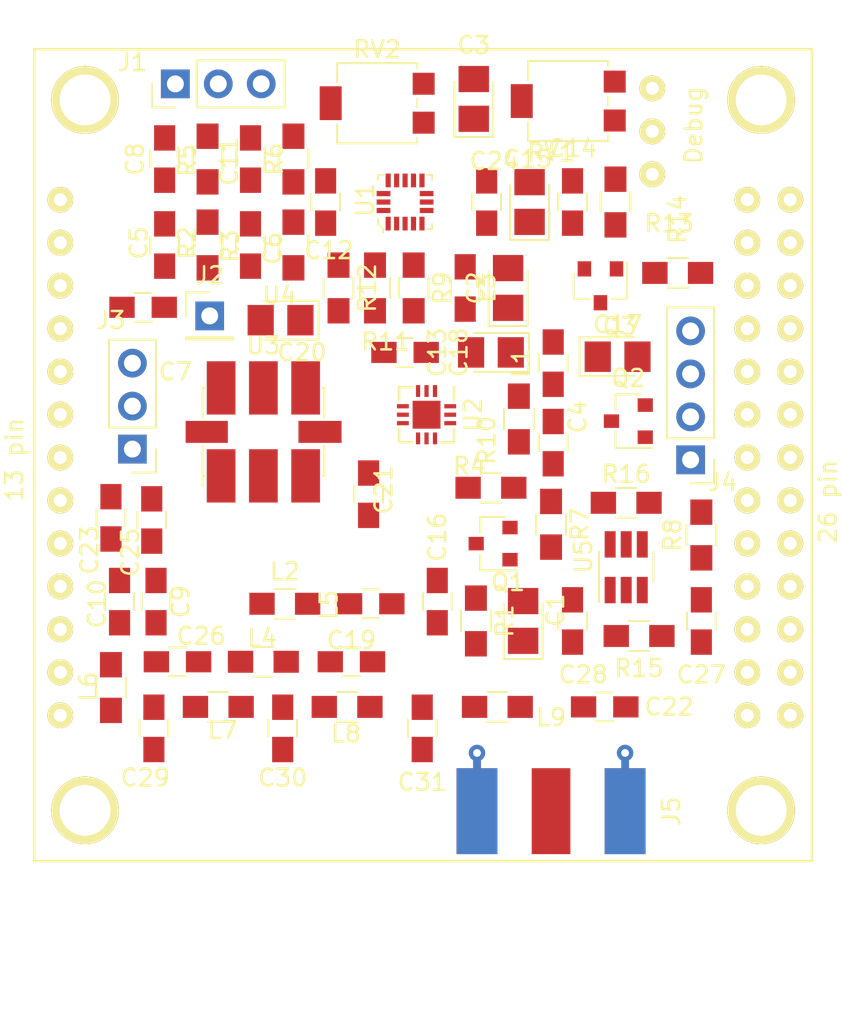
<source format=kicad_pcb>
(kicad_pcb (version 4) (host pcbnew 4.0.7-e2-6376~61~ubuntu18.04.1)

  (general
    (links 164)
    (no_connects 160)
    (area 148.0511 54.021666 219.473048 114.845001)
    (thickness 1.6)
    (drawings 0)
    (tracks 0)
    (zones 0)
    (modules 71)
    (nets 69)
  )

  (page A4)
  (layers
    (0 F.Cu signal)
    (31 B.Cu signal)
    (32 B.Adhes user)
    (33 F.Adhes user)
    (34 B.Paste user)
    (35 F.Paste user)
    (36 B.SilkS user)
    (37 F.SilkS user)
    (38 B.Mask user)
    (39 F.Mask user)
    (40 Dwgs.User user)
    (41 Cmts.User user)
    (42 Eco1.User user)
    (43 Eco2.User user)
    (44 Edge.Cuts user)
    (45 Margin user)
    (46 B.CrtYd user)
    (47 F.CrtYd user)
    (48 B.Fab user)
    (49 F.Fab user)
  )

  (setup
    (last_trace_width 0.25)
    (trace_clearance 0.2)
    (zone_clearance 0.508)
    (zone_45_only no)
    (trace_min 0.2)
    (segment_width 0.2)
    (edge_width 0.15)
    (via_size 0.6)
    (via_drill 0.4)
    (via_min_size 0.4)
    (via_min_drill 0.3)
    (uvia_size 0.3)
    (uvia_drill 0.1)
    (uvias_allowed no)
    (uvia_min_size 0.2)
    (uvia_min_drill 0.1)
    (pcb_text_width 0.3)
    (pcb_text_size 1.5 1.5)
    (mod_edge_width 0.15)
    (mod_text_size 1 1)
    (mod_text_width 0.15)
    (pad_size 1.524 1.524)
    (pad_drill 0.762)
    (pad_to_mask_clearance 0.2)
    (aux_axis_origin 0 0)
    (visible_elements FFFEFFFF)
    (pcbplotparams
      (layerselection 0x00030_80000001)
      (usegerberextensions false)
      (excludeedgelayer true)
      (linewidth 0.100000)
      (plotframeref false)
      (viasonmask false)
      (mode 1)
      (useauxorigin false)
      (hpglpennumber 1)
      (hpglpenspeed 20)
      (hpglpendiameter 15)
      (hpglpenoverlay 2)
      (psnegative false)
      (psa4output false)
      (plotreference true)
      (plotvalue true)
      (plotinvisibletext false)
      (padsonsilk false)
      (subtractmaskfromsilk false)
      (outputformat 1)
      (mirror false)
      (drillshape 1)
      (scaleselection 1)
      (outputdirectory ""))
  )

  (net 0 "")
  (net 1 +5V)
  (net 2 GND)
  (net 3 "Net-(C4-Pad2)")
  (net 4 "Net-(C5-Pad1)")
  (net 5 "Net-(C5-Pad2)")
  (net 6 "Net-(C6-Pad1)")
  (net 7 "Net-(C7-Pad1)")
  (net 8 "Net-(C8-Pad1)")
  (net 9 "Net-(C8-Pad2)")
  (net 10 "Net-(C11-Pad1)")
  (net 11 "Net-(C12-Pad1)")
  (net 12 +3V3)
  (net 13 "Net-(C18-Pad2)")
  (net 14 "Net-(C19-Pad1)")
  (net 15 "Net-(C19-Pad2)")
  (net 16 PDet)
  (net 17 "Net-(C22-Pad2)")
  (net 18 "Net-(C23-Pad1)")
  (net 19 "Net-(C23-Pad2)")
  (net 20 "Net-(C24-Pad2)")
  (net 21 "Net-(C25-Pad1)")
  (net 22 "Net-(C25-Pad2)")
  (net 23 "Net-(C26-Pad1)")
  (net 24 "Net-(C29-Pad2)")
  (net 25 "Net-(C30-Pad2)")
  (net 26 "Net-(C31-Pad2)")
  (net 27 "Net-(J2-Pad1)")
  (net 28 "Net-(J4-Pad2)")
  (net 29 "Net-(J4-Pad3)")
  (net 30 "Net-(J5-Pad1)")
  (net 31 PA01)
  (net 32 "Net-(Q1-Pad3)")
  (net 33 "Net-(Q2-Pad1)")
  (net 34 "Net-(Q2-Pad3)")
  (net 35 "Net-(Q3-Pad1)")
  (net 36 "Net-(Q3-Pad3)")
  (net 37 "Net-(R4-Pad1)")
  (net 38 PA06)
  (net 39 "Net-(R9-Pad1)")
  (net 40 "Net-(R11-Pad2)")
  (net 41 "Net-(R10-Pad1)")
  (net 42 "Net-(R12-Pad2)")
  (net 43 PA07)
  (net 44 SLC)
  (net 45 SDA)
  (net 46 "Net-(RV1-Pad2)")
  (net 47 "Net-(RV2-Pad2)")
  (net 48 "Net-(U2-Pad5)")
  (net 49 "Net-(U3-Pad1)")
  (net 50 "Net-(U4-Pad3)")
  (net 51 "Net-(U4-Pad4)")
  (net 52 "Net-(U4-Pad5)")
  (net 53 "Net-(U4-Pad6)")
  (net 54 "Net-(U4-Pad9)")
  (net 55 "Net-(U4-Pad10)")
  (net 56 "Net-(U4-Pad13)")
  (net 57 "Net-(U4-Pad108)")
  (net 58 "Net-(U4-Pad110)")
  (net 59 "Net-(U4-Pad113)")
  (net 60 "Net-(U4-Pad115)")
  (net 61 "Net-(U4-Pad119)")
  (net 62 "Net-(U4-Pad121)")
  (net 63 "Net-(U4-Pad122)")
  (net 64 "Net-(U4-Pad123)")
  (net 65 "Net-(U4-Pad124)")
  (net 66 "Net-(U4-Pad126)")
  (net 67 "Net-(U4-Pad202)")
  (net 68 "Net-(U4-Pad203)")

  (net_class Default "This is the default net class."
    (clearance 0.2)
    (trace_width 0.25)
    (via_dia 0.6)
    (via_drill 0.4)
    (uvia_dia 0.3)
    (uvia_drill 0.1)
    (add_net "Net-(C11-Pad1)")
    (add_net "Net-(C12-Pad1)")
    (add_net "Net-(C19-Pad1)")
    (add_net "Net-(C22-Pad2)")
    (add_net "Net-(C23-Pad1)")
    (add_net "Net-(C23-Pad2)")
    (add_net "Net-(C25-Pad1)")
    (add_net "Net-(C25-Pad2)")
    (add_net "Net-(C26-Pad1)")
    (add_net "Net-(C4-Pad2)")
    (add_net "Net-(C5-Pad1)")
    (add_net "Net-(C5-Pad2)")
    (add_net "Net-(C6-Pad1)")
    (add_net "Net-(C7-Pad1)")
    (add_net "Net-(C8-Pad1)")
    (add_net "Net-(C8-Pad2)")
    (add_net "Net-(J2-Pad1)")
    (add_net "Net-(J4-Pad2)")
    (add_net "Net-(J4-Pad3)")
    (add_net "Net-(Q1-Pad3)")
    (add_net "Net-(Q2-Pad1)")
    (add_net "Net-(Q2-Pad3)")
    (add_net "Net-(Q3-Pad1)")
    (add_net "Net-(R10-Pad1)")
    (add_net "Net-(R4-Pad1)")
    (add_net "Net-(RV1-Pad2)")
    (add_net "Net-(RV2-Pad2)")
    (add_net "Net-(U2-Pad5)")
    (add_net "Net-(U3-Pad1)")
    (add_net "Net-(U4-Pad10)")
    (add_net "Net-(U4-Pad108)")
    (add_net "Net-(U4-Pad110)")
    (add_net "Net-(U4-Pad113)")
    (add_net "Net-(U4-Pad115)")
    (add_net "Net-(U4-Pad119)")
    (add_net "Net-(U4-Pad121)")
    (add_net "Net-(U4-Pad122)")
    (add_net "Net-(U4-Pad123)")
    (add_net "Net-(U4-Pad124)")
    (add_net "Net-(U4-Pad126)")
    (add_net "Net-(U4-Pad13)")
    (add_net "Net-(U4-Pad202)")
    (add_net "Net-(U4-Pad203)")
    (add_net "Net-(U4-Pad3)")
    (add_net "Net-(U4-Pad4)")
    (add_net "Net-(U4-Pad5)")
    (add_net "Net-(U4-Pad6)")
    (add_net "Net-(U4-Pad9)")
    (add_net PA01)
    (add_net PA06)
    (add_net PA07)
    (add_net PDet)
    (add_net SDA)
    (add_net SLC)
  )

  (net_class +3V3 ""
    (clearance 0.2)
    (trace_width 0.3)
    (via_dia 0.65)
    (via_drill 0.45)
    (uvia_dia 0.35)
    (uvia_drill 0.1)
    (add_net +3V3)
  )

  (net_class +5V ""
    (clearance 0.2)
    (trace_width 0.3)
    (via_dia 0.65)
    (via_drill 0.45)
    (uvia_dia 0.35)
    (uvia_drill 0.1)
  )

  (net_class "+5V Small" ""
    (clearance 0.1)
    (trace_width 0.25)
    (via_dia 0.6)
    (via_drill 0.4)
    (uvia_dia 0.3)
    (uvia_drill 0.1)
    (add_net +5V)
  )

  (net_class GND ""
    (clearance 0.2)
    (trace_width 0.3)
    (via_dia 0.65)
    (via_drill 0.45)
    (uvia_dia 0.35)
    (uvia_drill 0.1)
  )

  (net_class "GND Small" ""
    (clearance 0.1)
    (trace_width 0.3)
    (via_dia 0.6)
    (via_drill 0.4)
    (uvia_dia 0.3)
    (uvia_drill 0.1)
    (add_net GND)
  )

  (net_class RF ""
    (clearance 0.12)
    (trace_width 0.36)
    (via_dia 0.65)
    (via_drill 0.45)
    (uvia_dia 0.35)
    (uvia_drill 0.1)
    (add_net "Net-(C18-Pad2)")
    (add_net "Net-(C19-Pad2)")
    (add_net "Net-(C29-Pad2)")
    (add_net "Net-(C30-Pad2)")
    (add_net "Net-(C31-Pad2)")
    (add_net "Net-(J5-Pad1)")
    (add_net "Net-(R11-Pad2)")
    (add_net "Net-(R12-Pad2)")
  )

  (net_class "RF Small" ""
    (clearance 0.1)
    (trace_width 0.3)
    (via_dia 0.6)
    (via_drill 0.3)
    (uvia_dia 0.3)
    (uvia_drill 0.1)
    (add_net "Net-(C24-Pad2)")
    (add_net "Net-(Q3-Pad3)")
    (add_net "Net-(R9-Pad1)")
  )

  (module Capacitors_Tantalum_SMD:CP_Tantalum_Case-R_EIA-2012-12_Reflow (layer F.Cu) (tedit 5B19A969) (tstamp 5B183AF9)
    (at 177.419 90.805 90)
    (descr "Tantalum capacitor, Case R, EIA 2012-12, 2.0x1.3x1.2mm, Reflow soldering footprint")
    (tags "capacitor tantalum smd")
    (path /5B13337B)
    (attr smd)
    (fp_text reference C1 (at 0.635 1.905 270) (layer F.SilkS)
      (effects (font (size 1 1) (thickness 0.15)))
    )
    (fp_text value "1uF 16V" (at 0 2.4 90) (layer F.Fab)
      (effects (font (size 1 1) (thickness 0.15)))
    )
    (fp_line (start -2.35 -1.3) (end -2.35 1.3) (layer F.CrtYd) (width 0.05))
    (fp_line (start -2.35 1.3) (end 2.35 1.3) (layer F.CrtYd) (width 0.05))
    (fp_line (start 2.35 1.3) (end 2.35 -1.3) (layer F.CrtYd) (width 0.05))
    (fp_line (start 2.35 -1.3) (end -2.35 -1.3) (layer F.CrtYd) (width 0.05))
    (fp_line (start -1 -0.65) (end -1 0.65) (layer F.Fab) (width 0.1))
    (fp_line (start -1 0.65) (end 1 0.65) (layer F.Fab) (width 0.1))
    (fp_line (start 1 0.65) (end 1 -0.65) (layer F.Fab) (width 0.1))
    (fp_line (start 1 -0.65) (end -1 -0.65) (layer F.Fab) (width 0.1))
    (fp_line (start -0.8 -0.65) (end -0.8 0.65) (layer F.Fab) (width 0.1))
    (fp_line (start -0.7 -0.65) (end -0.7 0.65) (layer F.Fab) (width 0.1))
    (fp_line (start -2.25 -1.15) (end 1 -1.15) (layer F.SilkS) (width 0.12))
    (fp_line (start -2.25 1.15) (end 1 1.15) (layer F.SilkS) (width 0.12))
    (fp_line (start -2.25 -1.15) (end -2.25 1.15) (layer F.SilkS) (width 0.12))
    (pad 1 smd rect (at -1.175 0 90) (size 1.55 1.8) (layers F.Cu F.Paste F.Mask)
      (net 1 +5V))
    (pad 2 smd rect (at 1.175 0 90) (size 1.55 1.8) (layers F.Cu F.Paste F.Mask)
      (net 2 GND))
    (model Capacitors_Tantalum_SMD.3dshapes/CP_Tantalum_Case-R_EIA-2012-12.wrl
      (at (xyz 0 0 0))
      (scale (xyz 1 1 1))
      (rotate (xyz 0 0 0))
    )
  )

  (module Capacitors_Tantalum_SMD:CP_Tantalum_Case-R_EIA-2012-12_Reflow (layer F.Cu) (tedit 5B19A946) (tstamp 5B183B0C)
    (at 176.53 71.12 90)
    (descr "Tantalum capacitor, Case R, EIA 2012-12, 2.0x1.3x1.2mm, Reflow soldering footprint")
    (tags "capacitor tantalum smd")
    (path /5A1CB572)
    (attr smd)
    (fp_text reference C2 (at 0 -1.905 90) (layer F.SilkS)
      (effects (font (size 1 1) (thickness 0.15)))
    )
    (fp_text value "1uF 16V" (at 0 2.4 90) (layer F.Fab)
      (effects (font (size 1 1) (thickness 0.15)))
    )
    (fp_line (start -2.35 -1.3) (end -2.35 1.3) (layer F.CrtYd) (width 0.05))
    (fp_line (start -2.35 1.3) (end 2.35 1.3) (layer F.CrtYd) (width 0.05))
    (fp_line (start 2.35 1.3) (end 2.35 -1.3) (layer F.CrtYd) (width 0.05))
    (fp_line (start 2.35 -1.3) (end -2.35 -1.3) (layer F.CrtYd) (width 0.05))
    (fp_line (start -1 -0.65) (end -1 0.65) (layer F.Fab) (width 0.1))
    (fp_line (start -1 0.65) (end 1 0.65) (layer F.Fab) (width 0.1))
    (fp_line (start 1 0.65) (end 1 -0.65) (layer F.Fab) (width 0.1))
    (fp_line (start 1 -0.65) (end -1 -0.65) (layer F.Fab) (width 0.1))
    (fp_line (start -0.8 -0.65) (end -0.8 0.65) (layer F.Fab) (width 0.1))
    (fp_line (start -0.7 -0.65) (end -0.7 0.65) (layer F.Fab) (width 0.1))
    (fp_line (start -2.25 -1.15) (end 1 -1.15) (layer F.SilkS) (width 0.12))
    (fp_line (start -2.25 1.15) (end 1 1.15) (layer F.SilkS) (width 0.12))
    (fp_line (start -2.25 -1.15) (end -2.25 1.15) (layer F.SilkS) (width 0.12))
    (pad 1 smd rect (at -1.175 0 90) (size 1.55 1.8) (layers F.Cu F.Paste F.Mask)
      (net 1 +5V))
    (pad 2 smd rect (at 1.175 0 90) (size 1.55 1.8) (layers F.Cu F.Paste F.Mask)
      (net 2 GND))
    (model Capacitors_Tantalum_SMD.3dshapes/CP_Tantalum_Case-R_EIA-2012-12.wrl
      (at (xyz 0 0 0))
      (scale (xyz 1 1 1))
      (rotate (xyz 0 0 0))
    )
  )

  (module Capacitors_Tantalum_SMD:CP_Tantalum_Case-R_EIA-2012-12_Reflow (layer F.Cu) (tedit 5B199A0B) (tstamp 5B183B1F)
    (at 174.498 59.944 90)
    (descr "Tantalum capacitor, Case R, EIA 2012-12, 2.0x1.3x1.2mm, Reflow soldering footprint")
    (tags "capacitor tantalum smd")
    (path /5A1CB46E)
    (attr smd)
    (fp_text reference C3 (at 3.175 0 180) (layer F.SilkS)
      (effects (font (size 1 1) (thickness 0.15)))
    )
    (fp_text value "1uF 16V" (at 0 2.54 90) (layer F.Fab)
      (effects (font (size 1 1) (thickness 0.15)))
    )
    (fp_line (start -2.35 -1.3) (end -2.35 1.3) (layer F.CrtYd) (width 0.05))
    (fp_line (start -2.35 1.3) (end 2.35 1.3) (layer F.CrtYd) (width 0.05))
    (fp_line (start 2.35 1.3) (end 2.35 -1.3) (layer F.CrtYd) (width 0.05))
    (fp_line (start 2.35 -1.3) (end -2.35 -1.3) (layer F.CrtYd) (width 0.05))
    (fp_line (start -1 -0.65) (end -1 0.65) (layer F.Fab) (width 0.1))
    (fp_line (start -1 0.65) (end 1 0.65) (layer F.Fab) (width 0.1))
    (fp_line (start 1 0.65) (end 1 -0.65) (layer F.Fab) (width 0.1))
    (fp_line (start 1 -0.65) (end -1 -0.65) (layer F.Fab) (width 0.1))
    (fp_line (start -0.8 -0.65) (end -0.8 0.65) (layer F.Fab) (width 0.1))
    (fp_line (start -0.7 -0.65) (end -0.7 0.65) (layer F.Fab) (width 0.1))
    (fp_line (start -2.25 -1.15) (end 1 -1.15) (layer F.SilkS) (width 0.12))
    (fp_line (start -2.25 1.15) (end 1 1.15) (layer F.SilkS) (width 0.12))
    (fp_line (start -2.25 -1.15) (end -2.25 1.15) (layer F.SilkS) (width 0.12))
    (pad 1 smd rect (at -1.175 0 90) (size 1.55 1.8) (layers F.Cu F.Paste F.Mask)
      (net 1 +5V))
    (pad 2 smd rect (at 1.175 0 90) (size 1.55 1.8) (layers F.Cu F.Paste F.Mask)
      (net 2 GND))
    (model Capacitors_Tantalum_SMD.3dshapes/CP_Tantalum_Case-R_EIA-2012-12.wrl
      (at (xyz 0 0 0))
      (scale (xyz 1 1 1))
      (rotate (xyz 0 0 0))
    )
  )

  (module Capacitors_SMD:C_0805_HandSoldering (layer F.Cu) (tedit 5B1D87F0) (tstamp 5B183B30)
    (at 179.197 80.264 90)
    (descr "Capacitor SMD 0805, hand soldering")
    (tags "capacitor 0805")
    (path /5A2374AB)
    (attr smd)
    (fp_text reference C4 (at 1.524 1.4605 90) (layer F.SilkS)
      (effects (font (size 1 1) (thickness 0.15)))
    )
    (fp_text value 3.3pF (at 0 1.75 90) (layer F.Fab)
      (effects (font (size 1 1) (thickness 0.15)))
    )
    (fp_text user %R (at 1.524 1.4605 90) (layer F.Fab)
      (effects (font (size 1 1) (thickness 0.15)))
    )
    (fp_line (start -1 0.62) (end -1 -0.62) (layer F.Fab) (width 0.1))
    (fp_line (start 1 0.62) (end -1 0.62) (layer F.Fab) (width 0.1))
    (fp_line (start 1 -0.62) (end 1 0.62) (layer F.Fab) (width 0.1))
    (fp_line (start -1 -0.62) (end 1 -0.62) (layer F.Fab) (width 0.1))
    (fp_line (start 0.5 -0.85) (end -0.5 -0.85) (layer F.SilkS) (width 0.12))
    (fp_line (start -0.5 0.85) (end 0.5 0.85) (layer F.SilkS) (width 0.12))
    (fp_line (start -2.25 -0.88) (end 2.25 -0.88) (layer F.CrtYd) (width 0.05))
    (fp_line (start -2.25 -0.88) (end -2.25 0.87) (layer F.CrtYd) (width 0.05))
    (fp_line (start 2.25 0.87) (end 2.25 -0.88) (layer F.CrtYd) (width 0.05))
    (fp_line (start 2.25 0.87) (end -2.25 0.87) (layer F.CrtYd) (width 0.05))
    (pad 1 smd rect (at -1.25 0 90) (size 1.5 1.25) (layers F.Cu F.Paste F.Mask)
      (net 2 GND))
    (pad 2 smd rect (at 1.25 0 90) (size 1.5 1.25) (layers F.Cu F.Paste F.Mask)
      (net 3 "Net-(C4-Pad2)"))
    (model Capacitors_SMD.3dshapes/C_0805.wrl
      (at (xyz 0 0 0))
      (scale (xyz 1 1 1))
      (rotate (xyz 0 0 0))
    )
  )

  (module Capacitors_SMD:C_0805_HandSoldering (layer F.Cu) (tedit 5B1D826E) (tstamp 5B183B41)
    (at 156.21 68.58 270)
    (descr "Capacitor SMD 0805, hand soldering")
    (tags "capacitor 0805")
    (path /5A144C1C)
    (attr smd)
    (fp_text reference C5 (at -0.127 1.524 270) (layer F.SilkS)
      (effects (font (size 1 1) (thickness 0.15)))
    )
    (fp_text value "10uF 16V" (at 0 1.75 270) (layer F.Fab)
      (effects (font (size 1 1) (thickness 0.15)))
    )
    (fp_text user %R (at -0.0635 1.524 270) (layer F.Fab)
      (effects (font (size 1 1) (thickness 0.15)))
    )
    (fp_line (start -1 0.62) (end -1 -0.62) (layer F.Fab) (width 0.1))
    (fp_line (start 1 0.62) (end -1 0.62) (layer F.Fab) (width 0.1))
    (fp_line (start 1 -0.62) (end 1 0.62) (layer F.Fab) (width 0.1))
    (fp_line (start -1 -0.62) (end 1 -0.62) (layer F.Fab) (width 0.1))
    (fp_line (start 0.5 -0.85) (end -0.5 -0.85) (layer F.SilkS) (width 0.12))
    (fp_line (start -0.5 0.85) (end 0.5 0.85) (layer F.SilkS) (width 0.12))
    (fp_line (start -2.25 -0.88) (end 2.25 -0.88) (layer F.CrtYd) (width 0.05))
    (fp_line (start -2.25 -0.88) (end -2.25 0.87) (layer F.CrtYd) (width 0.05))
    (fp_line (start 2.25 0.87) (end 2.25 -0.88) (layer F.CrtYd) (width 0.05))
    (fp_line (start 2.25 0.87) (end -2.25 0.87) (layer F.CrtYd) (width 0.05))
    (pad 1 smd rect (at -1.25 0 270) (size 1.5 1.25) (layers F.Cu F.Paste F.Mask)
      (net 4 "Net-(C5-Pad1)"))
    (pad 2 smd rect (at 1.25 0 270) (size 1.5 1.25) (layers F.Cu F.Paste F.Mask)
      (net 5 "Net-(C5-Pad2)"))
    (model Capacitors_SMD.3dshapes/C_0805.wrl
      (at (xyz 0 0 0))
      (scale (xyz 1 1 1))
      (rotate (xyz 0 0 0))
    )
  )

  (module Capacitors_SMD:C_0805_HandSoldering (layer F.Cu) (tedit 5B1D82EC) (tstamp 5B183B52)
    (at 161.29 68.58 270)
    (descr "Capacitor SMD 0805, hand soldering")
    (tags "capacitor 0805")
    (path /5A14576C)
    (attr smd)
    (fp_text reference C6 (at 0.1905 -1.3335 270) (layer F.SilkS)
      (effects (font (size 1 1) (thickness 0.15)))
    )
    (fp_text value 2200pF (at 0 1.75 270) (layer F.Fab)
      (effects (font (size 1 1) (thickness 0.15)))
    )
    (fp_text user %R (at 0.1905 -1.3335 270) (layer F.Fab)
      (effects (font (size 1 1) (thickness 0.15)))
    )
    (fp_line (start -1 0.62) (end -1 -0.62) (layer F.Fab) (width 0.1))
    (fp_line (start 1 0.62) (end -1 0.62) (layer F.Fab) (width 0.1))
    (fp_line (start 1 -0.62) (end 1 0.62) (layer F.Fab) (width 0.1))
    (fp_line (start -1 -0.62) (end 1 -0.62) (layer F.Fab) (width 0.1))
    (fp_line (start 0.5 -0.85) (end -0.5 -0.85) (layer F.SilkS) (width 0.12))
    (fp_line (start -0.5 0.85) (end 0.5 0.85) (layer F.SilkS) (width 0.12))
    (fp_line (start -2.25 -0.88) (end 2.25 -0.88) (layer F.CrtYd) (width 0.05))
    (fp_line (start -2.25 -0.88) (end -2.25 0.87) (layer F.CrtYd) (width 0.05))
    (fp_line (start 2.25 0.87) (end 2.25 -0.88) (layer F.CrtYd) (width 0.05))
    (fp_line (start 2.25 0.87) (end -2.25 0.87) (layer F.CrtYd) (width 0.05))
    (pad 1 smd rect (at -1.25 0 270) (size 1.5 1.25) (layers F.Cu F.Paste F.Mask)
      (net 6 "Net-(C6-Pad1)"))
    (pad 2 smd rect (at 1.25 0 270) (size 1.5 1.25) (layers F.Cu F.Paste F.Mask)
      (net 2 GND))
    (model Capacitors_SMD.3dshapes/C_0805.wrl
      (at (xyz 0 0 0))
      (scale (xyz 1 1 1))
      (rotate (xyz 0 0 0))
    )
  )

  (module Capacitors_SMD:C_0805_HandSoldering (layer F.Cu) (tedit 5B19A7BB) (tstamp 5B183B63)
    (at 154.94 72.263 180)
    (descr "Capacitor SMD 0805, hand soldering")
    (tags "capacitor 0805")
    (path /5A145A03)
    (attr smd)
    (fp_text reference C7 (at -1.905 -3.81 180) (layer F.SilkS)
      (effects (font (size 1 1) (thickness 0.15)))
    )
    (fp_text value 2200pF (at 0 1.75 180) (layer F.Fab)
      (effects (font (size 1 1) (thickness 0.15)))
    )
    (fp_text user %R (at -1.905 -3.81 180) (layer F.Fab)
      (effects (font (size 1 1) (thickness 0.15)))
    )
    (fp_line (start -1 0.62) (end -1 -0.62) (layer F.Fab) (width 0.1))
    (fp_line (start 1 0.62) (end -1 0.62) (layer F.Fab) (width 0.1))
    (fp_line (start 1 -0.62) (end 1 0.62) (layer F.Fab) (width 0.1))
    (fp_line (start -1 -0.62) (end 1 -0.62) (layer F.Fab) (width 0.1))
    (fp_line (start 0.5 -0.85) (end -0.5 -0.85) (layer F.SilkS) (width 0.12))
    (fp_line (start -0.5 0.85) (end 0.5 0.85) (layer F.SilkS) (width 0.12))
    (fp_line (start -2.25 -0.88) (end 2.25 -0.88) (layer F.CrtYd) (width 0.05))
    (fp_line (start -2.25 -0.88) (end -2.25 0.87) (layer F.CrtYd) (width 0.05))
    (fp_line (start 2.25 0.87) (end 2.25 -0.88) (layer F.CrtYd) (width 0.05))
    (fp_line (start 2.25 0.87) (end -2.25 0.87) (layer F.CrtYd) (width 0.05))
    (pad 1 smd rect (at -1.25 0 180) (size 1.5 1.25) (layers F.Cu F.Paste F.Mask)
      (net 7 "Net-(C7-Pad1)"))
    (pad 2 smd rect (at 1.25 0 180) (size 1.5 1.25) (layers F.Cu F.Paste F.Mask)
      (net 2 GND))
    (model Capacitors_SMD.3dshapes/C_0805.wrl
      (at (xyz 0 0 0))
      (scale (xyz 1 1 1))
      (rotate (xyz 0 0 0))
    )
  )

  (module Capacitors_SMD:C_0805_HandSoldering (layer F.Cu) (tedit 5B19A38F) (tstamp 5B183B74)
    (at 156.21 63.5 90)
    (descr "Capacitor SMD 0805, hand soldering")
    (tags "capacitor 0805")
    (path /5A144B5B)
    (attr smd)
    (fp_text reference C8 (at 0 -1.75 90) (layer F.SilkS)
      (effects (font (size 1 1) (thickness 0.15)))
    )
    (fp_text value "10uF 16V" (at 0 -3.81 90) (layer F.Fab)
      (effects (font (size 1 1) (thickness 0.15)))
    )
    (fp_text user %R (at 0 -1.75 90) (layer F.Fab)
      (effects (font (size 1 1) (thickness 0.15)))
    )
    (fp_line (start -1 0.62) (end -1 -0.62) (layer F.Fab) (width 0.1))
    (fp_line (start 1 0.62) (end -1 0.62) (layer F.Fab) (width 0.1))
    (fp_line (start 1 -0.62) (end 1 0.62) (layer F.Fab) (width 0.1))
    (fp_line (start -1 -0.62) (end 1 -0.62) (layer F.Fab) (width 0.1))
    (fp_line (start 0.5 -0.85) (end -0.5 -0.85) (layer F.SilkS) (width 0.12))
    (fp_line (start -0.5 0.85) (end 0.5 0.85) (layer F.SilkS) (width 0.12))
    (fp_line (start -2.25 -0.88) (end 2.25 -0.88) (layer F.CrtYd) (width 0.05))
    (fp_line (start -2.25 -0.88) (end -2.25 0.87) (layer F.CrtYd) (width 0.05))
    (fp_line (start 2.25 0.87) (end 2.25 -0.88) (layer F.CrtYd) (width 0.05))
    (fp_line (start 2.25 0.87) (end -2.25 0.87) (layer F.CrtYd) (width 0.05))
    (pad 1 smd rect (at -1.25 0 90) (size 1.5 1.25) (layers F.Cu F.Paste F.Mask)
      (net 8 "Net-(C8-Pad1)"))
    (pad 2 smd rect (at 1.25 0 90) (size 1.5 1.25) (layers F.Cu F.Paste F.Mask)
      (net 9 "Net-(C8-Pad2)"))
    (model Capacitors_SMD.3dshapes/C_0805.wrl
      (at (xyz 0 0 0))
      (scale (xyz 1 1 1))
      (rotate (xyz 0 0 0))
    )
  )

  (module Capacitors_SMD:C_0805_HandSoldering (layer F.Cu) (tedit 5B1D83E0) (tstamp 5B183B85)
    (at 155.702 89.662 90)
    (descr "Capacitor SMD 0805, hand soldering")
    (tags "capacitor 0805")
    (path /5A235053)
    (attr smd)
    (fp_text reference C9 (at 0 1.4605 270) (layer F.SilkS)
      (effects (font (size 1 1) (thickness 0.15)))
    )
    (fp_text value 1nF (at 0 1.75 90) (layer F.Fab)
      (effects (font (size 1 1) (thickness 0.15)))
    )
    (fp_text user %R (at 0.0635 1.4605 270) (layer F.Fab)
      (effects (font (size 1 1) (thickness 0.15)))
    )
    (fp_line (start -1 0.62) (end -1 -0.62) (layer F.Fab) (width 0.1))
    (fp_line (start 1 0.62) (end -1 0.62) (layer F.Fab) (width 0.1))
    (fp_line (start 1 -0.62) (end 1 0.62) (layer F.Fab) (width 0.1))
    (fp_line (start -1 -0.62) (end 1 -0.62) (layer F.Fab) (width 0.1))
    (fp_line (start 0.5 -0.85) (end -0.5 -0.85) (layer F.SilkS) (width 0.12))
    (fp_line (start -0.5 0.85) (end 0.5 0.85) (layer F.SilkS) (width 0.12))
    (fp_line (start -2.25 -0.88) (end 2.25 -0.88) (layer F.CrtYd) (width 0.05))
    (fp_line (start -2.25 -0.88) (end -2.25 0.87) (layer F.CrtYd) (width 0.05))
    (fp_line (start 2.25 0.87) (end 2.25 -0.88) (layer F.CrtYd) (width 0.05))
    (fp_line (start 2.25 0.87) (end -2.25 0.87) (layer F.CrtYd) (width 0.05))
    (pad 1 smd rect (at -1.25 0 90) (size 1.5 1.25) (layers F.Cu F.Paste F.Mask)
      (net 2 GND))
    (pad 2 smd rect (at 1.25 0 90) (size 1.5 1.25) (layers F.Cu F.Paste F.Mask)
      (net 1 +5V))
    (model Capacitors_SMD.3dshapes/C_0805.wrl
      (at (xyz 0 0 0))
      (scale (xyz 1 1 1))
      (rotate (xyz 0 0 0))
    )
  )

  (module Capacitors_SMD:C_0805_HandSoldering (layer F.Cu) (tedit 5B1D8408) (tstamp 5B183B96)
    (at 153.543 89.662 270)
    (descr "Capacitor SMD 0805, hand soldering")
    (tags "capacitor 0805")
    (path /5A12ECC9)
    (attr smd)
    (fp_text reference C10 (at 0.127 1.3335 270) (layer F.SilkS)
      (effects (font (size 1 1) (thickness 0.15)))
    )
    (fp_text value "4.7uF 16V" (at 0 1.75 270) (layer F.Fab)
      (effects (font (size 1 1) (thickness 0.15)))
    )
    (fp_text user %R (at 0.127 1.3335 270) (layer F.Fab)
      (effects (font (size 1 1) (thickness 0.15)))
    )
    (fp_line (start -1 0.62) (end -1 -0.62) (layer F.Fab) (width 0.1))
    (fp_line (start 1 0.62) (end -1 0.62) (layer F.Fab) (width 0.1))
    (fp_line (start 1 -0.62) (end 1 0.62) (layer F.Fab) (width 0.1))
    (fp_line (start -1 -0.62) (end 1 -0.62) (layer F.Fab) (width 0.1))
    (fp_line (start 0.5 -0.85) (end -0.5 -0.85) (layer F.SilkS) (width 0.12))
    (fp_line (start -0.5 0.85) (end 0.5 0.85) (layer F.SilkS) (width 0.12))
    (fp_line (start -2.25 -0.88) (end 2.25 -0.88) (layer F.CrtYd) (width 0.05))
    (fp_line (start -2.25 -0.88) (end -2.25 0.87) (layer F.CrtYd) (width 0.05))
    (fp_line (start 2.25 0.87) (end 2.25 -0.88) (layer F.CrtYd) (width 0.05))
    (fp_line (start 2.25 0.87) (end -2.25 0.87) (layer F.CrtYd) (width 0.05))
    (pad 1 smd rect (at -1.25 0 270) (size 1.5 1.25) (layers F.Cu F.Paste F.Mask)
      (net 1 +5V))
    (pad 2 smd rect (at 1.25 0 270) (size 1.5 1.25) (layers F.Cu F.Paste F.Mask)
      (net 2 GND))
    (model Capacitors_SMD.3dshapes/C_0805.wrl
      (at (xyz 0 0 0))
      (scale (xyz 1 1 1))
      (rotate (xyz 0 0 0))
    )
  )

  (module Capacitors_SMD:C_0805_HandSoldering (layer F.Cu) (tedit 5B1D81E3) (tstamp 5B183BA7)
    (at 161.29 63.5 90)
    (descr "Capacitor SMD 0805, hand soldering")
    (tags "capacitor 0805")
    (path /5A145813)
    (attr smd)
    (fp_text reference C11 (at -0.127 -1.27 90) (layer F.SilkS)
      (effects (font (size 1 1) (thickness 0.15)))
    )
    (fp_text value 2200pF (at 0 1.75 90) (layer F.Fab)
      (effects (font (size 1 1) (thickness 0.15)))
    )
    (fp_text user %R (at -0.127 -1.27 90) (layer F.Fab)
      (effects (font (size 1 1) (thickness 0.15)))
    )
    (fp_line (start -1 0.62) (end -1 -0.62) (layer F.Fab) (width 0.1))
    (fp_line (start 1 0.62) (end -1 0.62) (layer F.Fab) (width 0.1))
    (fp_line (start 1 -0.62) (end 1 0.62) (layer F.Fab) (width 0.1))
    (fp_line (start -1 -0.62) (end 1 -0.62) (layer F.Fab) (width 0.1))
    (fp_line (start 0.5 -0.85) (end -0.5 -0.85) (layer F.SilkS) (width 0.12))
    (fp_line (start -0.5 0.85) (end 0.5 0.85) (layer F.SilkS) (width 0.12))
    (fp_line (start -2.25 -0.88) (end 2.25 -0.88) (layer F.CrtYd) (width 0.05))
    (fp_line (start -2.25 -0.88) (end -2.25 0.87) (layer F.CrtYd) (width 0.05))
    (fp_line (start 2.25 0.87) (end 2.25 -0.88) (layer F.CrtYd) (width 0.05))
    (fp_line (start 2.25 0.87) (end -2.25 0.87) (layer F.CrtYd) (width 0.05))
    (pad 1 smd rect (at -1.25 0 90) (size 1.5 1.25) (layers F.Cu F.Paste F.Mask)
      (net 10 "Net-(C11-Pad1)"))
    (pad 2 smd rect (at 1.25 0 90) (size 1.5 1.25) (layers F.Cu F.Paste F.Mask)
      (net 2 GND))
    (model Capacitors_SMD.3dshapes/C_0805.wrl
      (at (xyz 0 0 0))
      (scale (xyz 1 1 1))
      (rotate (xyz 0 0 0))
    )
  )

  (module Capacitors_SMD:C_0805_HandSoldering (layer F.Cu) (tedit 5B1D823F) (tstamp 5B183BB8)
    (at 165.735 66.04 270)
    (descr "Capacitor SMD 0805, hand soldering")
    (tags "capacitor 0805")
    (path /5A145A97)
    (attr smd)
    (fp_text reference C12 (at 2.8575 -0.1905 360) (layer F.SilkS)
      (effects (font (size 1 1) (thickness 0.15)))
    )
    (fp_text value 2200pF (at 0 1.75 270) (layer F.Fab)
      (effects (font (size 1 1) (thickness 0.15)))
    )
    (fp_text user %R (at 2.8575 -0.1905 360) (layer F.Fab)
      (effects (font (size 1 1) (thickness 0.15)))
    )
    (fp_line (start -1 0.62) (end -1 -0.62) (layer F.Fab) (width 0.1))
    (fp_line (start 1 0.62) (end -1 0.62) (layer F.Fab) (width 0.1))
    (fp_line (start 1 -0.62) (end 1 0.62) (layer F.Fab) (width 0.1))
    (fp_line (start -1 -0.62) (end 1 -0.62) (layer F.Fab) (width 0.1))
    (fp_line (start 0.5 -0.85) (end -0.5 -0.85) (layer F.SilkS) (width 0.12))
    (fp_line (start -0.5 0.85) (end 0.5 0.85) (layer F.SilkS) (width 0.12))
    (fp_line (start -2.25 -0.88) (end 2.25 -0.88) (layer F.CrtYd) (width 0.05))
    (fp_line (start -2.25 -0.88) (end -2.25 0.87) (layer F.CrtYd) (width 0.05))
    (fp_line (start 2.25 0.87) (end 2.25 -0.88) (layer F.CrtYd) (width 0.05))
    (fp_line (start 2.25 0.87) (end -2.25 0.87) (layer F.CrtYd) (width 0.05))
    (pad 1 smd rect (at -1.25 0 270) (size 1.5 1.25) (layers F.Cu F.Paste F.Mask)
      (net 11 "Net-(C12-Pad1)"))
    (pad 2 smd rect (at 1.25 0 270) (size 1.5 1.25) (layers F.Cu F.Paste F.Mask)
      (net 2 GND))
    (model Capacitors_SMD.3dshapes/C_0805.wrl
      (at (xyz 0 0 0))
      (scale (xyz 1 1 1))
      (rotate (xyz 0 0 0))
    )
  )

  (module Capacitors_Tantalum_SMD:CP_Tantalum_Case-R_EIA-2012-12_Reflow (layer F.Cu) (tedit 5B1E4854) (tstamp 5B183BCB)
    (at 175.514 74.93 180)
    (descr "Tantalum capacitor, Case R, EIA 2012-12, 2.0x1.3x1.2mm, Reflow soldering footprint")
    (tags "capacitor tantalum smd")
    (path /5B132157)
    (attr smd)
    (fp_text reference C13 (at 3.175 0 450) (layer F.SilkS)
      (effects (font (size 1 1) (thickness 0.15)))
    )
    (fp_text value "1uF 16V" (at 0 2.4 180) (layer F.Fab)
      (effects (font (size 1 1) (thickness 0.15)))
    )
    (fp_line (start -2.35 -1.3) (end -2.35 1.3) (layer F.CrtYd) (width 0.05))
    (fp_line (start -2.35 1.3) (end 2.35 1.3) (layer F.CrtYd) (width 0.05))
    (fp_line (start 2.35 1.3) (end 2.35 -1.3) (layer F.CrtYd) (width 0.05))
    (fp_line (start 2.35 -1.3) (end -2.35 -1.3) (layer F.CrtYd) (width 0.05))
    (fp_line (start -1 -0.65) (end -1 0.65) (layer F.Fab) (width 0.1))
    (fp_line (start -1 0.65) (end 1 0.65) (layer F.Fab) (width 0.1))
    (fp_line (start 1 0.65) (end 1 -0.65) (layer F.Fab) (width 0.1))
    (fp_line (start 1 -0.65) (end -1 -0.65) (layer F.Fab) (width 0.1))
    (fp_line (start -0.8 -0.65) (end -0.8 0.65) (layer F.Fab) (width 0.1))
    (fp_line (start -0.7 -0.65) (end -0.7 0.65) (layer F.Fab) (width 0.1))
    (fp_line (start -2.25 -1.15) (end 1 -1.15) (layer F.SilkS) (width 0.12))
    (fp_line (start -2.25 1.15) (end 1 1.15) (layer F.SilkS) (width 0.12))
    (fp_line (start -2.25 -1.15) (end -2.25 1.15) (layer F.SilkS) (width 0.12))
    (pad 1 smd rect (at -1.175 0 180) (size 1.55 1.8) (layers F.Cu F.Paste F.Mask)
      (net 1 +5V))
    (pad 2 smd rect (at 1.175 0 180) (size 1.55 1.8) (layers F.Cu F.Paste F.Mask)
      (net 2 GND))
    (model Capacitors_Tantalum_SMD.3dshapes/CP_Tantalum_Case-R_EIA-2012-12.wrl
      (at (xyz 0 0 0))
      (scale (xyz 1 1 1))
      (rotate (xyz 0 0 0))
    )
  )

  (module Capacitors_SMD:C_0805_HandSoldering (layer F.Cu) (tedit 5B19A831) (tstamp 5B183BDC)
    (at 180.34 66.04 270)
    (descr "Capacitor SMD 0805, hand soldering")
    (tags "capacitor 0805")
    (path /5B15B332)
    (attr smd)
    (fp_text reference C14 (at -3.175 0 360) (layer F.SilkS)
      (effects (font (size 1 1) (thickness 0.15)))
    )
    (fp_text value 1nF (at 0 1.75 270) (layer F.Fab)
      (effects (font (size 1 1) (thickness 0.15)))
    )
    (fp_text user %R (at -3.175 0 360) (layer F.Fab)
      (effects (font (size 1 1) (thickness 0.15)))
    )
    (fp_line (start -1 0.62) (end -1 -0.62) (layer F.Fab) (width 0.1))
    (fp_line (start 1 0.62) (end -1 0.62) (layer F.Fab) (width 0.1))
    (fp_line (start 1 -0.62) (end 1 0.62) (layer F.Fab) (width 0.1))
    (fp_line (start -1 -0.62) (end 1 -0.62) (layer F.Fab) (width 0.1))
    (fp_line (start 0.5 -0.85) (end -0.5 -0.85) (layer F.SilkS) (width 0.12))
    (fp_line (start -0.5 0.85) (end 0.5 0.85) (layer F.SilkS) (width 0.12))
    (fp_line (start -2.25 -0.88) (end 2.25 -0.88) (layer F.CrtYd) (width 0.05))
    (fp_line (start -2.25 -0.88) (end -2.25 0.87) (layer F.CrtYd) (width 0.05))
    (fp_line (start 2.25 0.87) (end 2.25 -0.88) (layer F.CrtYd) (width 0.05))
    (fp_line (start 2.25 0.87) (end -2.25 0.87) (layer F.CrtYd) (width 0.05))
    (pad 1 smd rect (at -1.25 0 270) (size 1.5 1.25) (layers F.Cu F.Paste F.Mask)
      (net 2 GND))
    (pad 2 smd rect (at 1.25 0 270) (size 1.5 1.25) (layers F.Cu F.Paste F.Mask)
      (net 1 +5V))
    (model Capacitors_SMD.3dshapes/C_0805.wrl
      (at (xyz 0 0 0))
      (scale (xyz 1 1 1))
      (rotate (xyz 0 0 0))
    )
  )

  (module Capacitors_Tantalum_SMD:CP_Tantalum_Case-R_EIA-2012-12_Reflow (layer F.Cu) (tedit 5B1C3AD8) (tstamp 5B183BEF)
    (at 177.8 66.04 90)
    (descr "Tantalum capacitor, Case R, EIA 2012-12, 2.0x1.3x1.2mm, Reflow soldering footprint")
    (tags "capacitor tantalum smd")
    (path /5A12EB2B)
    (attr smd)
    (fp_text reference C15 (at 2.54 -0.127 180) (layer F.SilkS)
      (effects (font (size 1 1) (thickness 0.15)))
    )
    (fp_text value "1uF 16V" (at 0 2.4 90) (layer F.Fab)
      (effects (font (size 1 1) (thickness 0.15)))
    )
    (fp_line (start -2.35 -1.3) (end -2.35 1.3) (layer F.CrtYd) (width 0.05))
    (fp_line (start -2.35 1.3) (end 2.35 1.3) (layer F.CrtYd) (width 0.05))
    (fp_line (start 2.35 1.3) (end 2.35 -1.3) (layer F.CrtYd) (width 0.05))
    (fp_line (start 2.35 -1.3) (end -2.35 -1.3) (layer F.CrtYd) (width 0.05))
    (fp_line (start -1 -0.65) (end -1 0.65) (layer F.Fab) (width 0.1))
    (fp_line (start -1 0.65) (end 1 0.65) (layer F.Fab) (width 0.1))
    (fp_line (start 1 0.65) (end 1 -0.65) (layer F.Fab) (width 0.1))
    (fp_line (start 1 -0.65) (end -1 -0.65) (layer F.Fab) (width 0.1))
    (fp_line (start -0.8 -0.65) (end -0.8 0.65) (layer F.Fab) (width 0.1))
    (fp_line (start -0.7 -0.65) (end -0.7 0.65) (layer F.Fab) (width 0.1))
    (fp_line (start -2.25 -1.15) (end 1 -1.15) (layer F.SilkS) (width 0.12))
    (fp_line (start -2.25 1.15) (end 1 1.15) (layer F.SilkS) (width 0.12))
    (fp_line (start -2.25 -1.15) (end -2.25 1.15) (layer F.SilkS) (width 0.12))
    (pad 1 smd rect (at -1.175 0 90) (size 1.55 1.8) (layers F.Cu F.Paste F.Mask)
      (net 1 +5V))
    (pad 2 smd rect (at 1.175 0 90) (size 1.55 1.8) (layers F.Cu F.Paste F.Mask)
      (net 2 GND))
    (model Capacitors_Tantalum_SMD.3dshapes/CP_Tantalum_Case-R_EIA-2012-12.wrl
      (at (xyz 0 0 0))
      (scale (xyz 1 1 1))
      (rotate (xyz 0 0 0))
    )
  )

  (module Capacitors_SMD:C_0805_HandSoldering (layer F.Cu) (tedit 5B1AC7BD) (tstamp 5B183C00)
    (at 172.339 89.662 270)
    (descr "Capacitor SMD 0805, hand soldering")
    (tags "capacitor 0805")
    (path /5A238059)
    (attr smd)
    (fp_text reference C16 (at -3.81 0 270) (layer F.SilkS)
      (effects (font (size 1 1) (thickness 0.15)))
    )
    (fp_text value 100pF (at 0 1.75 270) (layer F.Fab)
      (effects (font (size 1 1) (thickness 0.15)))
    )
    (fp_text user %R (at -3.81 0 270) (layer F.Fab)
      (effects (font (size 1 1) (thickness 0.15)))
    )
    (fp_line (start -1 0.62) (end -1 -0.62) (layer F.Fab) (width 0.1))
    (fp_line (start 1 0.62) (end -1 0.62) (layer F.Fab) (width 0.1))
    (fp_line (start 1 -0.62) (end 1 0.62) (layer F.Fab) (width 0.1))
    (fp_line (start -1 -0.62) (end 1 -0.62) (layer F.Fab) (width 0.1))
    (fp_line (start 0.5 -0.85) (end -0.5 -0.85) (layer F.SilkS) (width 0.12))
    (fp_line (start -0.5 0.85) (end 0.5 0.85) (layer F.SilkS) (width 0.12))
    (fp_line (start -2.25 -0.88) (end 2.25 -0.88) (layer F.CrtYd) (width 0.05))
    (fp_line (start -2.25 -0.88) (end -2.25 0.87) (layer F.CrtYd) (width 0.05))
    (fp_line (start 2.25 0.87) (end 2.25 -0.88) (layer F.CrtYd) (width 0.05))
    (fp_line (start 2.25 0.87) (end -2.25 0.87) (layer F.CrtYd) (width 0.05))
    (pad 1 smd rect (at -1.25 0 270) (size 1.5 1.25) (layers F.Cu F.Paste F.Mask)
      (net 2 GND))
    (pad 2 smd rect (at 1.25 0 270) (size 1.5 1.25) (layers F.Cu F.Paste F.Mask)
      (net 1 +5V))
    (model Capacitors_SMD.3dshapes/C_0805.wrl
      (at (xyz 0 0 0))
      (scale (xyz 1 1 1))
      (rotate (xyz 0 0 0))
    )
  )

  (module Capacitors_Tantalum_SMD:CP_Tantalum_Case-R_EIA-2012-12_Reflow (layer F.Cu) (tedit 5B19A92D) (tstamp 5B183C13)
    (at 183.007 75.184)
    (descr "Tantalum capacitor, Case R, EIA 2012-12, 2.0x1.3x1.2mm, Reflow soldering footprint")
    (tags "capacitor tantalum smd")
    (path /5A12EC21)
    (attr smd)
    (fp_text reference C17 (at 0 -1.905) (layer F.SilkS)
      (effects (font (size 1 1) (thickness 0.15)))
    )
    (fp_text value "1uF 16V" (at 0 2.4) (layer F.Fab)
      (effects (font (size 1 1) (thickness 0.15)))
    )
    (fp_line (start -2.35 -1.3) (end -2.35 1.3) (layer F.CrtYd) (width 0.05))
    (fp_line (start -2.35 1.3) (end 2.35 1.3) (layer F.CrtYd) (width 0.05))
    (fp_line (start 2.35 1.3) (end 2.35 -1.3) (layer F.CrtYd) (width 0.05))
    (fp_line (start 2.35 -1.3) (end -2.35 -1.3) (layer F.CrtYd) (width 0.05))
    (fp_line (start -1 -0.65) (end -1 0.65) (layer F.Fab) (width 0.1))
    (fp_line (start -1 0.65) (end 1 0.65) (layer F.Fab) (width 0.1))
    (fp_line (start 1 0.65) (end 1 -0.65) (layer F.Fab) (width 0.1))
    (fp_line (start 1 -0.65) (end -1 -0.65) (layer F.Fab) (width 0.1))
    (fp_line (start -0.8 -0.65) (end -0.8 0.65) (layer F.Fab) (width 0.1))
    (fp_line (start -0.7 -0.65) (end -0.7 0.65) (layer F.Fab) (width 0.1))
    (fp_line (start -2.25 -1.15) (end 1 -1.15) (layer F.SilkS) (width 0.12))
    (fp_line (start -2.25 1.15) (end 1 1.15) (layer F.SilkS) (width 0.12))
    (fp_line (start -2.25 -1.15) (end -2.25 1.15) (layer F.SilkS) (width 0.12))
    (pad 1 smd rect (at -1.175 0) (size 1.55 1.8) (layers F.Cu F.Paste F.Mask)
      (net 12 +3V3))
    (pad 2 smd rect (at 1.175 0) (size 1.55 1.8) (layers F.Cu F.Paste F.Mask)
      (net 2 GND))
    (model Capacitors_Tantalum_SMD.3dshapes/CP_Tantalum_Case-R_EIA-2012-12.wrl
      (at (xyz 0 0 0))
      (scale (xyz 1 1 1))
      (rotate (xyz 0 0 0))
    )
  )

  (module Capacitors_SMD:C_0805_HandSoldering (layer F.Cu) (tedit 5B1AC332) (tstamp 5B183C24)
    (at 170.434 74.93)
    (descr "Capacitor SMD 0805, hand soldering")
    (tags "capacitor 0805")
    (path /5A23633B)
    (attr smd)
    (fp_text reference C18 (at 3.175 0 90) (layer F.SilkS)
      (effects (font (size 1 1) (thickness 0.15)))
    )
    (fp_text value 27pF (at 0 1.75) (layer F.Fab)
      (effects (font (size 1 1) (thickness 0.15)))
    )
    (fp_text user %R (at 3.175 0 90) (layer F.Fab)
      (effects (font (size 1 1) (thickness 0.15)))
    )
    (fp_line (start -1 0.62) (end -1 -0.62) (layer F.Fab) (width 0.1))
    (fp_line (start 1 0.62) (end -1 0.62) (layer F.Fab) (width 0.1))
    (fp_line (start 1 -0.62) (end 1 0.62) (layer F.Fab) (width 0.1))
    (fp_line (start -1 -0.62) (end 1 -0.62) (layer F.Fab) (width 0.1))
    (fp_line (start 0.5 -0.85) (end -0.5 -0.85) (layer F.SilkS) (width 0.12))
    (fp_line (start -0.5 0.85) (end 0.5 0.85) (layer F.SilkS) (width 0.12))
    (fp_line (start -2.25 -0.88) (end 2.25 -0.88) (layer F.CrtYd) (width 0.05))
    (fp_line (start -2.25 -0.88) (end -2.25 0.87) (layer F.CrtYd) (width 0.05))
    (fp_line (start 2.25 0.87) (end 2.25 -0.88) (layer F.CrtYd) (width 0.05))
    (fp_line (start 2.25 0.87) (end -2.25 0.87) (layer F.CrtYd) (width 0.05))
    (pad 1 smd rect (at -1.25 0) (size 1.5 1.25) (layers F.Cu F.Paste F.Mask)
      (net 2 GND))
    (pad 2 smd rect (at 1.25 0) (size 1.5 1.25) (layers F.Cu F.Paste F.Mask)
      (net 13 "Net-(C18-Pad2)"))
    (model Capacitors_SMD.3dshapes/C_0805.wrl
      (at (xyz 0 0 0))
      (scale (xyz 1 1 1))
      (rotate (xyz 0 0 0))
    )
  )

  (module Capacitors_SMD:C_0805_HandSoldering (layer F.Cu) (tedit 5B1D8720) (tstamp 5B183C35)
    (at 167.259 93.218)
    (descr "Capacitor SMD 0805, hand soldering")
    (tags "capacitor 0805")
    (path /5A2320AC)
    (attr smd)
    (fp_text reference C19 (at 0 -1.27) (layer F.SilkS)
      (effects (font (size 1 1) (thickness 0.15)))
    )
    (fp_text value 220pF (at 0 1.75) (layer F.Fab)
      (effects (font (size 1 1) (thickness 0.15)))
    )
    (fp_text user %R (at 0 -1.27) (layer F.Fab)
      (effects (font (size 1 1) (thickness 0.15)))
    )
    (fp_line (start -1 0.62) (end -1 -0.62) (layer F.Fab) (width 0.1))
    (fp_line (start 1 0.62) (end -1 0.62) (layer F.Fab) (width 0.1))
    (fp_line (start 1 -0.62) (end 1 0.62) (layer F.Fab) (width 0.1))
    (fp_line (start -1 -0.62) (end 1 -0.62) (layer F.Fab) (width 0.1))
    (fp_line (start 0.5 -0.85) (end -0.5 -0.85) (layer F.SilkS) (width 0.12))
    (fp_line (start -0.5 0.85) (end 0.5 0.85) (layer F.SilkS) (width 0.12))
    (fp_line (start -2.25 -0.88) (end 2.25 -0.88) (layer F.CrtYd) (width 0.05))
    (fp_line (start -2.25 -0.88) (end -2.25 0.87) (layer F.CrtYd) (width 0.05))
    (fp_line (start 2.25 0.87) (end 2.25 -0.88) (layer F.CrtYd) (width 0.05))
    (fp_line (start 2.25 0.87) (end -2.25 0.87) (layer F.CrtYd) (width 0.05))
    (pad 1 smd rect (at -1.25 0) (size 1.5 1.25) (layers F.Cu F.Paste F.Mask)
      (net 14 "Net-(C19-Pad1)"))
    (pad 2 smd rect (at 1.25 0) (size 1.5 1.25) (layers F.Cu F.Paste F.Mask)
      (net 15 "Net-(C19-Pad2)"))
    (model Capacitors_SMD.3dshapes/C_0805.wrl
      (at (xyz 0 0 0))
      (scale (xyz 1 1 1))
      (rotate (xyz 0 0 0))
    )
  )

  (module Capacitors_Tantalum_SMD:CP_Tantalum_Case-R_EIA-2012-12_Reflow (layer F.Cu) (tedit 5B19A289) (tstamp 5B183C48)
    (at 163.068 73.025 180)
    (descr "Tantalum capacitor, Case R, EIA 2012-12, 2.0x1.3x1.2mm, Reflow soldering footprint")
    (tags "capacitor tantalum smd")
    (path /5A12EB9E)
    (attr smd)
    (fp_text reference C20 (at -1.27 -1.905 180) (layer F.SilkS)
      (effects (font (size 1 1) (thickness 0.15)))
    )
    (fp_text value "1uF 16V" (at 0 2.4 180) (layer F.Fab)
      (effects (font (size 1 1) (thickness 0.15)))
    )
    (fp_line (start -2.35 -1.3) (end -2.35 1.3) (layer F.CrtYd) (width 0.05))
    (fp_line (start -2.35 1.3) (end 2.35 1.3) (layer F.CrtYd) (width 0.05))
    (fp_line (start 2.35 1.3) (end 2.35 -1.3) (layer F.CrtYd) (width 0.05))
    (fp_line (start 2.35 -1.3) (end -2.35 -1.3) (layer F.CrtYd) (width 0.05))
    (fp_line (start -1 -0.65) (end -1 0.65) (layer F.Fab) (width 0.1))
    (fp_line (start -1 0.65) (end 1 0.65) (layer F.Fab) (width 0.1))
    (fp_line (start 1 0.65) (end 1 -0.65) (layer F.Fab) (width 0.1))
    (fp_line (start 1 -0.65) (end -1 -0.65) (layer F.Fab) (width 0.1))
    (fp_line (start -0.8 -0.65) (end -0.8 0.65) (layer F.Fab) (width 0.1))
    (fp_line (start -0.7 -0.65) (end -0.7 0.65) (layer F.Fab) (width 0.1))
    (fp_line (start -2.25 -1.15) (end 1 -1.15) (layer F.SilkS) (width 0.12))
    (fp_line (start -2.25 1.15) (end 1 1.15) (layer F.SilkS) (width 0.12))
    (fp_line (start -2.25 -1.15) (end -2.25 1.15) (layer F.SilkS) (width 0.12))
    (pad 1 smd rect (at -1.175 0 180) (size 1.55 1.8) (layers F.Cu F.Paste F.Mask)
      (net 1 +5V))
    (pad 2 smd rect (at 1.175 0 180) (size 1.55 1.8) (layers F.Cu F.Paste F.Mask)
      (net 2 GND))
    (model Capacitors_Tantalum_SMD.3dshapes/CP_Tantalum_Case-R_EIA-2012-12.wrl
      (at (xyz 0 0 0))
      (scale (xyz 1 1 1))
      (rotate (xyz 0 0 0))
    )
  )

  (module Capacitors_SMD:C_0805_HandSoldering (layer F.Cu) (tedit 5B1ECBCC) (tstamp 5B183C59)
    (at 168.275 83.312 90)
    (descr "Capacitor SMD 0805, hand soldering")
    (tags "capacitor 0805")
    (path /5A236740)
    (attr smd)
    (fp_text reference C21 (at 0.254 0.889 90) (layer F.SilkS)
      (effects (font (size 1 1) (thickness 0.15)))
    )
    (fp_text value 100pF (at 0 1.75 90) (layer F.Fab)
      (effects (font (size 1 1) (thickness 0.15)))
    )
    (fp_text user %R (at 0.254 0.889 90) (layer F.Fab)
      (effects (font (size 1 1) (thickness 0.15)))
    )
    (fp_line (start -1 0.62) (end -1 -0.62) (layer F.Fab) (width 0.1))
    (fp_line (start 1 0.62) (end -1 0.62) (layer F.Fab) (width 0.1))
    (fp_line (start 1 -0.62) (end 1 0.62) (layer F.Fab) (width 0.1))
    (fp_line (start -1 -0.62) (end 1 -0.62) (layer F.Fab) (width 0.1))
    (fp_line (start 0.5 -0.85) (end -0.5 -0.85) (layer F.SilkS) (width 0.12))
    (fp_line (start -0.5 0.85) (end 0.5 0.85) (layer F.SilkS) (width 0.12))
    (fp_line (start -2.25 -0.88) (end 2.25 -0.88) (layer F.CrtYd) (width 0.05))
    (fp_line (start -2.25 -0.88) (end -2.25 0.87) (layer F.CrtYd) (width 0.05))
    (fp_line (start 2.25 0.87) (end 2.25 -0.88) (layer F.CrtYd) (width 0.05))
    (fp_line (start 2.25 0.87) (end -2.25 0.87) (layer F.CrtYd) (width 0.05))
    (pad 1 smd rect (at -1.25 0 90) (size 1.5 1.25) (layers F.Cu F.Paste F.Mask)
      (net 2 GND))
    (pad 2 smd rect (at 1.25 0 90) (size 1.5 1.25) (layers F.Cu F.Paste F.Mask)
      (net 16 PDet))
    (model Capacitors_SMD.3dshapes/C_0805.wrl
      (at (xyz 0 0 0))
      (scale (xyz 1 1 1))
      (rotate (xyz 0 0 0))
    )
  )

  (module Capacitors_SMD:C_0805_HandSoldering (layer F.Cu) (tedit 5B1AC843) (tstamp 5B183C6A)
    (at 182.245 95.885 180)
    (descr "Capacitor SMD 0805, hand soldering")
    (tags "capacitor 0805")
    (path /5A2325C7)
    (attr smd)
    (fp_text reference C22 (at -3.81 0 180) (layer F.SilkS)
      (effects (font (size 1 1) (thickness 0.15)))
    )
    (fp_text value 33pF (at 0 1.75 180) (layer F.Fab)
      (effects (font (size 1 1) (thickness 0.15)))
    )
    (fp_text user %R (at -3.81 0 180) (layer F.Fab)
      (effects (font (size 1 1) (thickness 0.15)))
    )
    (fp_line (start -1 0.62) (end -1 -0.62) (layer F.Fab) (width 0.1))
    (fp_line (start 1 0.62) (end -1 0.62) (layer F.Fab) (width 0.1))
    (fp_line (start 1 -0.62) (end 1 0.62) (layer F.Fab) (width 0.1))
    (fp_line (start -1 -0.62) (end 1 -0.62) (layer F.Fab) (width 0.1))
    (fp_line (start 0.5 -0.85) (end -0.5 -0.85) (layer F.SilkS) (width 0.12))
    (fp_line (start -0.5 0.85) (end 0.5 0.85) (layer F.SilkS) (width 0.12))
    (fp_line (start -2.25 -0.88) (end 2.25 -0.88) (layer F.CrtYd) (width 0.05))
    (fp_line (start -2.25 -0.88) (end -2.25 0.87) (layer F.CrtYd) (width 0.05))
    (fp_line (start 2.25 0.87) (end 2.25 -0.88) (layer F.CrtYd) (width 0.05))
    (fp_line (start 2.25 0.87) (end -2.25 0.87) (layer F.CrtYd) (width 0.05))
    (pad 1 smd rect (at -1.25 0 180) (size 1.5 1.25) (layers F.Cu F.Paste F.Mask)
      (net 2 GND))
    (pad 2 smd rect (at 1.25 0 180) (size 1.5 1.25) (layers F.Cu F.Paste F.Mask)
      (net 17 "Net-(C22-Pad2)"))
    (model Capacitors_SMD.3dshapes/C_0805.wrl
      (at (xyz 0 0 0))
      (scale (xyz 1 1 1))
      (rotate (xyz 0 0 0))
    )
  )

  (module Capacitors_SMD:C_0805_HandSoldering (layer F.Cu) (tedit 5B19A8ED) (tstamp 5B183C7B)
    (at 153.035 84.709 270)
    (descr "Capacitor SMD 0805, hand soldering")
    (tags "capacitor 0805")
    (path /5A144F72)
    (attr smd)
    (fp_text reference C23 (at 1.905 1.27 270) (layer F.SilkS)
      (effects (font (size 1 1) (thickness 0.15)))
    )
    (fp_text value "10uF 16V" (at 0 1.75 270) (layer F.Fab)
      (effects (font (size 1 1) (thickness 0.15)))
    )
    (fp_text user %R (at 1.905 1.27 270) (layer F.Fab)
      (effects (font (size 1 1) (thickness 0.15)))
    )
    (fp_line (start -1 0.62) (end -1 -0.62) (layer F.Fab) (width 0.1))
    (fp_line (start 1 0.62) (end -1 0.62) (layer F.Fab) (width 0.1))
    (fp_line (start 1 -0.62) (end 1 0.62) (layer F.Fab) (width 0.1))
    (fp_line (start -1 -0.62) (end 1 -0.62) (layer F.Fab) (width 0.1))
    (fp_line (start 0.5 -0.85) (end -0.5 -0.85) (layer F.SilkS) (width 0.12))
    (fp_line (start -0.5 0.85) (end 0.5 0.85) (layer F.SilkS) (width 0.12))
    (fp_line (start -2.25 -0.88) (end 2.25 -0.88) (layer F.CrtYd) (width 0.05))
    (fp_line (start -2.25 -0.88) (end -2.25 0.87) (layer F.CrtYd) (width 0.05))
    (fp_line (start 2.25 0.87) (end 2.25 -0.88) (layer F.CrtYd) (width 0.05))
    (fp_line (start 2.25 0.87) (end -2.25 0.87) (layer F.CrtYd) (width 0.05))
    (pad 1 smd rect (at -1.25 0 270) (size 1.5 1.25) (layers F.Cu F.Paste F.Mask)
      (net 18 "Net-(C23-Pad1)"))
    (pad 2 smd rect (at 1.25 0 270) (size 1.5 1.25) (layers F.Cu F.Paste F.Mask)
      (net 19 "Net-(C23-Pad2)"))
    (model Capacitors_SMD.3dshapes/C_0805.wrl
      (at (xyz 0 0 0))
      (scale (xyz 1 1 1))
      (rotate (xyz 0 0 0))
    )
  )

  (module Capacitors_SMD:C_0805_HandSoldering (layer F.Cu) (tedit 5B1C3ABE) (tstamp 5B183C8C)
    (at 175.26 66.04 270)
    (descr "Capacitor SMD 0805, hand soldering")
    (tags "capacitor 0805")
    (path /5A236655)
    (attr smd)
    (fp_text reference C24 (at -2.413 -0.4445 360) (layer F.SilkS)
      (effects (font (size 1 1) (thickness 0.15)))
    )
    (fp_text value 15pF (at 0 1.75 270) (layer F.Fab)
      (effects (font (size 1 1) (thickness 0.15)))
    )
    (fp_text user %R (at -2.413 -0.4445 360) (layer F.Fab)
      (effects (font (size 1 1) (thickness 0.15)))
    )
    (fp_line (start -1 0.62) (end -1 -0.62) (layer F.Fab) (width 0.1))
    (fp_line (start 1 0.62) (end -1 0.62) (layer F.Fab) (width 0.1))
    (fp_line (start 1 -0.62) (end 1 0.62) (layer F.Fab) (width 0.1))
    (fp_line (start -1 -0.62) (end 1 -0.62) (layer F.Fab) (width 0.1))
    (fp_line (start 0.5 -0.85) (end -0.5 -0.85) (layer F.SilkS) (width 0.12))
    (fp_line (start -0.5 0.85) (end 0.5 0.85) (layer F.SilkS) (width 0.12))
    (fp_line (start -2.25 -0.88) (end 2.25 -0.88) (layer F.CrtYd) (width 0.05))
    (fp_line (start -2.25 -0.88) (end -2.25 0.87) (layer F.CrtYd) (width 0.05))
    (fp_line (start 2.25 0.87) (end 2.25 -0.88) (layer F.CrtYd) (width 0.05))
    (fp_line (start 2.25 0.87) (end -2.25 0.87) (layer F.CrtYd) (width 0.05))
    (pad 1 smd rect (at -1.25 0 270) (size 1.5 1.25) (layers F.Cu F.Paste F.Mask)
      (net 2 GND))
    (pad 2 smd rect (at 1.25 0 270) (size 1.5 1.25) (layers F.Cu F.Paste F.Mask)
      (net 20 "Net-(C24-Pad2)"))
    (model Capacitors_SMD.3dshapes/C_0805.wrl
      (at (xyz 0 0 0))
      (scale (xyz 1 1 1))
      (rotate (xyz 0 0 0))
    )
  )

  (module Capacitors_SMD:C_0805_HandSoldering (layer F.Cu) (tedit 5B19A8D8) (tstamp 5B183C9D)
    (at 155.448 84.836 270)
    (descr "Capacitor SMD 0805, hand soldering")
    (tags "capacitor 0805")
    (path /5A145006)
    (attr smd)
    (fp_text reference C25 (at 1.905 1.27 270) (layer F.SilkS)
      (effects (font (size 1 1) (thickness 0.15)))
    )
    (fp_text value "10uF 16V" (at 0 1.75 270) (layer F.Fab)
      (effects (font (size 1 1) (thickness 0.15)))
    )
    (fp_text user %R (at 1.905 1.27 270) (layer F.Fab)
      (effects (font (size 1 1) (thickness 0.15)))
    )
    (fp_line (start -1 0.62) (end -1 -0.62) (layer F.Fab) (width 0.1))
    (fp_line (start 1 0.62) (end -1 0.62) (layer F.Fab) (width 0.1))
    (fp_line (start 1 -0.62) (end 1 0.62) (layer F.Fab) (width 0.1))
    (fp_line (start -1 -0.62) (end 1 -0.62) (layer F.Fab) (width 0.1))
    (fp_line (start 0.5 -0.85) (end -0.5 -0.85) (layer F.SilkS) (width 0.12))
    (fp_line (start -0.5 0.85) (end 0.5 0.85) (layer F.SilkS) (width 0.12))
    (fp_line (start -2.25 -0.88) (end 2.25 -0.88) (layer F.CrtYd) (width 0.05))
    (fp_line (start -2.25 -0.88) (end -2.25 0.87) (layer F.CrtYd) (width 0.05))
    (fp_line (start 2.25 0.87) (end 2.25 -0.88) (layer F.CrtYd) (width 0.05))
    (fp_line (start 2.25 0.87) (end -2.25 0.87) (layer F.CrtYd) (width 0.05))
    (pad 1 smd rect (at -1.25 0 270) (size 1.5 1.25) (layers F.Cu F.Paste F.Mask)
      (net 21 "Net-(C25-Pad1)"))
    (pad 2 smd rect (at 1.25 0 270) (size 1.5 1.25) (layers F.Cu F.Paste F.Mask)
      (net 22 "Net-(C25-Pad2)"))
    (model Capacitors_SMD.3dshapes/C_0805.wrl
      (at (xyz 0 0 0))
      (scale (xyz 1 1 1))
      (rotate (xyz 0 0 0))
    )
  )

  (module Capacitors_SMD:C_0805_HandSoldering (layer F.Cu) (tedit 5B1ECA06) (tstamp 5B183CAE)
    (at 156.972 93.218)
    (descr "Capacitor SMD 0805, hand soldering")
    (tags "capacitor 0805")
    (path /5A2340C4)
    (attr smd)
    (fp_text reference C26 (at 1.397 -1.524 180) (layer F.SilkS)
      (effects (font (size 1 1) (thickness 0.15)))
    )
    (fp_text value 220pF (at 0 1.75) (layer F.Fab)
      (effects (font (size 1 1) (thickness 0.15)))
    )
    (fp_text user %R (at 1.397 -1.524 180) (layer F.Fab)
      (effects (font (size 1 1) (thickness 0.15)))
    )
    (fp_line (start -1 0.62) (end -1 -0.62) (layer F.Fab) (width 0.1))
    (fp_line (start 1 0.62) (end -1 0.62) (layer F.Fab) (width 0.1))
    (fp_line (start 1 -0.62) (end 1 0.62) (layer F.Fab) (width 0.1))
    (fp_line (start -1 -0.62) (end 1 -0.62) (layer F.Fab) (width 0.1))
    (fp_line (start 0.5 -0.85) (end -0.5 -0.85) (layer F.SilkS) (width 0.12))
    (fp_line (start -0.5 0.85) (end 0.5 0.85) (layer F.SilkS) (width 0.12))
    (fp_line (start -2.25 -0.88) (end 2.25 -0.88) (layer F.CrtYd) (width 0.05))
    (fp_line (start -2.25 -0.88) (end -2.25 0.87) (layer F.CrtYd) (width 0.05))
    (fp_line (start 2.25 0.87) (end 2.25 -0.88) (layer F.CrtYd) (width 0.05))
    (fp_line (start 2.25 0.87) (end -2.25 0.87) (layer F.CrtYd) (width 0.05))
    (pad 1 smd rect (at -1.25 0) (size 1.5 1.25) (layers F.Cu F.Paste F.Mask)
      (net 23 "Net-(C26-Pad1)"))
    (pad 2 smd rect (at 1.25 0) (size 1.5 1.25) (layers F.Cu F.Paste F.Mask)
      (net 17 "Net-(C22-Pad2)"))
    (model Capacitors_SMD.3dshapes/C_0805.wrl
      (at (xyz 0 0 0))
      (scale (xyz 1 1 1))
      (rotate (xyz 0 0 0))
    )
  )

  (module Capacitors_SMD:C_0805_HandSoldering (layer F.Cu) (tedit 5B1AC34F) (tstamp 5B183CBF)
    (at 187.96 90.805 270)
    (descr "Capacitor SMD 0805, hand soldering")
    (tags "capacitor 0805")
    (path /5B135DB3)
    (attr smd)
    (fp_text reference C27 (at 3.175 0 360) (layer F.SilkS)
      (effects (font (size 1 1) (thickness 0.15)))
    )
    (fp_text value 100nF (at 0 1.75 270) (layer F.Fab)
      (effects (font (size 1 1) (thickness 0.15)))
    )
    (fp_text user %R (at 3.175 0 360) (layer F.Fab)
      (effects (font (size 1 1) (thickness 0.15)))
    )
    (fp_line (start -1 0.62) (end -1 -0.62) (layer F.Fab) (width 0.1))
    (fp_line (start 1 0.62) (end -1 0.62) (layer F.Fab) (width 0.1))
    (fp_line (start 1 -0.62) (end 1 0.62) (layer F.Fab) (width 0.1))
    (fp_line (start -1 -0.62) (end 1 -0.62) (layer F.Fab) (width 0.1))
    (fp_line (start 0.5 -0.85) (end -0.5 -0.85) (layer F.SilkS) (width 0.12))
    (fp_line (start -0.5 0.85) (end 0.5 0.85) (layer F.SilkS) (width 0.12))
    (fp_line (start -2.25 -0.88) (end 2.25 -0.88) (layer F.CrtYd) (width 0.05))
    (fp_line (start -2.25 -0.88) (end -2.25 0.87) (layer F.CrtYd) (width 0.05))
    (fp_line (start 2.25 0.87) (end 2.25 -0.88) (layer F.CrtYd) (width 0.05))
    (fp_line (start 2.25 0.87) (end -2.25 0.87) (layer F.CrtYd) (width 0.05))
    (pad 1 smd rect (at -1.25 0 270) (size 1.5 1.25) (layers F.Cu F.Paste F.Mask)
      (net 2 GND))
    (pad 2 smd rect (at 1.25 0 270) (size 1.5 1.25) (layers F.Cu F.Paste F.Mask)
      (net 1 +5V))
    (model Capacitors_SMD.3dshapes/C_0805.wrl
      (at (xyz 0 0 0))
      (scale (xyz 1 1 1))
      (rotate (xyz 0 0 0))
    )
  )

  (module Capacitors_SMD:C_0805_HandSoldering (layer F.Cu) (tedit 5B1AC896) (tstamp 5B183CD0)
    (at 180.34 90.805 90)
    (descr "Capacitor SMD 0805, hand soldering")
    (tags "capacitor 0805")
    (path /5B136BBE)
    (attr smd)
    (fp_text reference C28 (at -3.175 0.635 180) (layer F.SilkS)
      (effects (font (size 1 1) (thickness 0.15)))
    )
    (fp_text value "10uF 16V" (at 0 1.75 90) (layer F.Fab)
      (effects (font (size 1 1) (thickness 0.15)))
    )
    (fp_text user %R (at -3.175 0.635 180) (layer F.Fab)
      (effects (font (size 1 1) (thickness 0.15)))
    )
    (fp_line (start -1 0.62) (end -1 -0.62) (layer F.Fab) (width 0.1))
    (fp_line (start 1 0.62) (end -1 0.62) (layer F.Fab) (width 0.1))
    (fp_line (start 1 -0.62) (end 1 0.62) (layer F.Fab) (width 0.1))
    (fp_line (start -1 -0.62) (end 1 -0.62) (layer F.Fab) (width 0.1))
    (fp_line (start 0.5 -0.85) (end -0.5 -0.85) (layer F.SilkS) (width 0.12))
    (fp_line (start -0.5 0.85) (end 0.5 0.85) (layer F.SilkS) (width 0.12))
    (fp_line (start -2.25 -0.88) (end 2.25 -0.88) (layer F.CrtYd) (width 0.05))
    (fp_line (start -2.25 -0.88) (end -2.25 0.87) (layer F.CrtYd) (width 0.05))
    (fp_line (start 2.25 0.87) (end 2.25 -0.88) (layer F.CrtYd) (width 0.05))
    (fp_line (start 2.25 0.87) (end -2.25 0.87) (layer F.CrtYd) (width 0.05))
    (pad 1 smd rect (at -1.25 0 90) (size 1.5 1.25) (layers F.Cu F.Paste F.Mask)
      (net 1 +5V))
    (pad 2 smd rect (at 1.25 0 90) (size 1.5 1.25) (layers F.Cu F.Paste F.Mask)
      (net 2 GND))
    (model Capacitors_SMD.3dshapes/C_0805.wrl
      (at (xyz 0 0 0))
      (scale (xyz 1 1 1))
      (rotate (xyz 0 0 0))
    )
  )

  (module Capacitors_SMD:C_0805_HandSoldering (layer F.Cu) (tedit 5B1D8776) (tstamp 5B183CE1)
    (at 155.575 97.155 90)
    (descr "Capacitor SMD 0805, hand soldering")
    (tags "capacitor 0805")
    (path /5B19BB6D)
    (attr smd)
    (fp_text reference C29 (at -2.921 -0.508 180) (layer F.SilkS)
      (effects (font (size 1 1) (thickness 0.15)))
    )
    (fp_text value 33pF (at 0 1.75 90) (layer F.Fab)
      (effects (font (size 1 1) (thickness 0.15)))
    )
    (fp_text user %R (at -2.921 -0.508 180) (layer F.Fab)
      (effects (font (size 1 1) (thickness 0.15)))
    )
    (fp_line (start -1 0.62) (end -1 -0.62) (layer F.Fab) (width 0.1))
    (fp_line (start 1 0.62) (end -1 0.62) (layer F.Fab) (width 0.1))
    (fp_line (start 1 -0.62) (end 1 0.62) (layer F.Fab) (width 0.1))
    (fp_line (start -1 -0.62) (end 1 -0.62) (layer F.Fab) (width 0.1))
    (fp_line (start 0.5 -0.85) (end -0.5 -0.85) (layer F.SilkS) (width 0.12))
    (fp_line (start -0.5 0.85) (end 0.5 0.85) (layer F.SilkS) (width 0.12))
    (fp_line (start -2.25 -0.88) (end 2.25 -0.88) (layer F.CrtYd) (width 0.05))
    (fp_line (start -2.25 -0.88) (end -2.25 0.87) (layer F.CrtYd) (width 0.05))
    (fp_line (start 2.25 0.87) (end 2.25 -0.88) (layer F.CrtYd) (width 0.05))
    (fp_line (start 2.25 0.87) (end -2.25 0.87) (layer F.CrtYd) (width 0.05))
    (pad 1 smd rect (at -1.25 0 90) (size 1.5 1.25) (layers F.Cu F.Paste F.Mask)
      (net 2 GND))
    (pad 2 smd rect (at 1.25 0 90) (size 1.5 1.25) (layers F.Cu F.Paste F.Mask)
      (net 24 "Net-(C29-Pad2)"))
    (model Capacitors_SMD.3dshapes/C_0805.wrl
      (at (xyz 0 0 0))
      (scale (xyz 1 1 1))
      (rotate (xyz 0 0 0))
    )
  )

  (module Capacitors_SMD:C_0805_HandSoldering (layer F.Cu) (tedit 5B1D8745) (tstamp 5B183CF2)
    (at 163.195 97.155 90)
    (descr "Capacitor SMD 0805, hand soldering")
    (tags "capacitor 0805")
    (path /5B19E901)
    (attr smd)
    (fp_text reference C30 (at -2.921 0 180) (layer F.SilkS)
      (effects (font (size 1 1) (thickness 0.15)))
    )
    (fp_text value 33pF (at 0 1.75 90) (layer F.Fab)
      (effects (font (size 1 1) (thickness 0.15)))
    )
    (fp_text user %R (at -2.921 0 180) (layer F.Fab)
      (effects (font (size 1 1) (thickness 0.15)))
    )
    (fp_line (start -1 0.62) (end -1 -0.62) (layer F.Fab) (width 0.1))
    (fp_line (start 1 0.62) (end -1 0.62) (layer F.Fab) (width 0.1))
    (fp_line (start 1 -0.62) (end 1 0.62) (layer F.Fab) (width 0.1))
    (fp_line (start -1 -0.62) (end 1 -0.62) (layer F.Fab) (width 0.1))
    (fp_line (start 0.5 -0.85) (end -0.5 -0.85) (layer F.SilkS) (width 0.12))
    (fp_line (start -0.5 0.85) (end 0.5 0.85) (layer F.SilkS) (width 0.12))
    (fp_line (start -2.25 -0.88) (end 2.25 -0.88) (layer F.CrtYd) (width 0.05))
    (fp_line (start -2.25 -0.88) (end -2.25 0.87) (layer F.CrtYd) (width 0.05))
    (fp_line (start 2.25 0.87) (end 2.25 -0.88) (layer F.CrtYd) (width 0.05))
    (fp_line (start 2.25 0.87) (end -2.25 0.87) (layer F.CrtYd) (width 0.05))
    (pad 1 smd rect (at -1.25 0 90) (size 1.5 1.25) (layers F.Cu F.Paste F.Mask)
      (net 2 GND))
    (pad 2 smd rect (at 1.25 0 90) (size 1.5 1.25) (layers F.Cu F.Paste F.Mask)
      (net 25 "Net-(C30-Pad2)"))
    (model Capacitors_SMD.3dshapes/C_0805.wrl
      (at (xyz 0 0 0))
      (scale (xyz 1 1 1))
      (rotate (xyz 0 0 0))
    )
  )

  (module Capacitors_SMD:C_0805_HandSoldering (layer F.Cu) (tedit 5B19A9AF) (tstamp 5B183D03)
    (at 171.45 97.155 90)
    (descr "Capacitor SMD 0805, hand soldering")
    (tags "capacitor 0805")
    (path /5B19EA12)
    (attr smd)
    (fp_text reference C31 (at -3.175 0 180) (layer F.SilkS)
      (effects (font (size 1 1) (thickness 0.15)))
    )
    (fp_text value 33pF (at 0 1.75 90) (layer F.Fab)
      (effects (font (size 1 1) (thickness 0.15)))
    )
    (fp_text user %R (at -3.175 0 180) (layer F.Fab)
      (effects (font (size 1 1) (thickness 0.15)))
    )
    (fp_line (start -1 0.62) (end -1 -0.62) (layer F.Fab) (width 0.1))
    (fp_line (start 1 0.62) (end -1 0.62) (layer F.Fab) (width 0.1))
    (fp_line (start 1 -0.62) (end 1 0.62) (layer F.Fab) (width 0.1))
    (fp_line (start -1 -0.62) (end 1 -0.62) (layer F.Fab) (width 0.1))
    (fp_line (start 0.5 -0.85) (end -0.5 -0.85) (layer F.SilkS) (width 0.12))
    (fp_line (start -0.5 0.85) (end 0.5 0.85) (layer F.SilkS) (width 0.12))
    (fp_line (start -2.25 -0.88) (end 2.25 -0.88) (layer F.CrtYd) (width 0.05))
    (fp_line (start -2.25 -0.88) (end -2.25 0.87) (layer F.CrtYd) (width 0.05))
    (fp_line (start 2.25 0.87) (end 2.25 -0.88) (layer F.CrtYd) (width 0.05))
    (fp_line (start 2.25 0.87) (end -2.25 0.87) (layer F.CrtYd) (width 0.05))
    (pad 1 smd rect (at -1.25 0 90) (size 1.5 1.25) (layers F.Cu F.Paste F.Mask)
      (net 2 GND))
    (pad 2 smd rect (at 1.25 0 90) (size 1.5 1.25) (layers F.Cu F.Paste F.Mask)
      (net 26 "Net-(C31-Pad2)"))
    (model Capacitors_SMD.3dshapes/C_0805.wrl
      (at (xyz 0 0 0))
      (scale (xyz 1 1 1))
      (rotate (xyz 0 0 0))
    )
  )

  (module Pin_Headers:Pin_Header_Straight_1x03_Pitch2.54mm (layer F.Cu) (tedit 5B19A36F) (tstamp 5B183D18)
    (at 156.845 59.055 90)
    (descr "Through hole straight pin header, 1x03, 2.54mm pitch, single row")
    (tags "Through hole pin header THT 1x03 2.54mm single row")
    (path /5B178180)
    (fp_text reference J1 (at 1.27 -2.54 180) (layer F.SilkS)
      (effects (font (size 1 1) (thickness 0.15)))
    )
    (fp_text value CONN_01X03 (at 0 7.47 90) (layer F.Fab)
      (effects (font (size 1 1) (thickness 0.15)))
    )
    (fp_line (start -1.27 -1.27) (end -1.27 6.35) (layer F.Fab) (width 0.1))
    (fp_line (start -1.27 6.35) (end 1.27 6.35) (layer F.Fab) (width 0.1))
    (fp_line (start 1.27 6.35) (end 1.27 -1.27) (layer F.Fab) (width 0.1))
    (fp_line (start 1.27 -1.27) (end -1.27 -1.27) (layer F.Fab) (width 0.1))
    (fp_line (start -1.39 1.27) (end -1.39 6.47) (layer F.SilkS) (width 0.12))
    (fp_line (start -1.39 6.47) (end 1.39 6.47) (layer F.SilkS) (width 0.12))
    (fp_line (start 1.39 6.47) (end 1.39 1.27) (layer F.SilkS) (width 0.12))
    (fp_line (start 1.39 1.27) (end -1.39 1.27) (layer F.SilkS) (width 0.12))
    (fp_line (start -1.39 0) (end -1.39 -1.39) (layer F.SilkS) (width 0.12))
    (fp_line (start -1.39 -1.39) (end 0 -1.39) (layer F.SilkS) (width 0.12))
    (fp_line (start -1.6 -1.6) (end -1.6 6.6) (layer F.CrtYd) (width 0.05))
    (fp_line (start -1.6 6.6) (end 1.6 6.6) (layer F.CrtYd) (width 0.05))
    (fp_line (start 1.6 6.6) (end 1.6 -1.6) (layer F.CrtYd) (width 0.05))
    (fp_line (start 1.6 -1.6) (end -1.6 -1.6) (layer F.CrtYd) (width 0.05))
    (pad 1 thru_hole rect (at 0 0 90) (size 1.7 1.7) (drill 1) (layers *.Cu *.Mask)
      (net 1 +5V))
    (pad 2 thru_hole oval (at 0 2.54 90) (size 1.7 1.7) (drill 1) (layers *.Cu *.Mask)
      (net 12 +3V3))
    (pad 3 thru_hole oval (at 0 5.08 90) (size 1.7 1.7) (drill 1) (layers *.Cu *.Mask)
      (net 2 GND))
    (model Pin_Headers.3dshapes/Pin_Header_Straight_1x03_Pitch2.54mm.wrl
      (at (xyz 0 -0.1 0))
      (scale (xyz 1 1 1))
      (rotate (xyz 0 0 90))
    )
  )

  (module Pin_Headers:Pin_Header_Straight_1x01_Pitch2.54mm (layer F.Cu) (tedit 5862ED52) (tstamp 5B183D2B)
    (at 158.877 72.771)
    (descr "Through hole straight pin header, 1x01, 2.54mm pitch, single row")
    (tags "Through hole pin header THT 1x01 2.54mm single row")
    (path /5A135576)
    (fp_text reference J2 (at 0 -2.39) (layer F.SilkS)
      (effects (font (size 1 1) (thickness 0.15)))
    )
    (fp_text value TEST_1P (at 0 2.39) (layer F.Fab)
      (effects (font (size 1 1) (thickness 0.15)))
    )
    (fp_line (start -1.27 -1.27) (end -1.27 1.27) (layer F.Fab) (width 0.1))
    (fp_line (start -1.27 1.27) (end 1.27 1.27) (layer F.Fab) (width 0.1))
    (fp_line (start 1.27 1.27) (end 1.27 -1.27) (layer F.Fab) (width 0.1))
    (fp_line (start 1.27 -1.27) (end -1.27 -1.27) (layer F.Fab) (width 0.1))
    (fp_line (start -1.39 1.27) (end -1.39 1.39) (layer F.SilkS) (width 0.12))
    (fp_line (start -1.39 1.39) (end 1.39 1.39) (layer F.SilkS) (width 0.12))
    (fp_line (start 1.39 1.39) (end 1.39 1.27) (layer F.SilkS) (width 0.12))
    (fp_line (start 1.39 1.27) (end -1.39 1.27) (layer F.SilkS) (width 0.12))
    (fp_line (start -1.39 0) (end -1.39 -1.39) (layer F.SilkS) (width 0.12))
    (fp_line (start -1.39 -1.39) (end 0 -1.39) (layer F.SilkS) (width 0.12))
    (fp_line (start -1.6 -1.6) (end -1.6 1.6) (layer F.CrtYd) (width 0.05))
    (fp_line (start -1.6 1.6) (end 1.6 1.6) (layer F.CrtYd) (width 0.05))
    (fp_line (start 1.6 1.6) (end 1.6 -1.6) (layer F.CrtYd) (width 0.05))
    (fp_line (start 1.6 -1.6) (end -1.6 -1.6) (layer F.CrtYd) (width 0.05))
    (pad 1 thru_hole rect (at 0 0) (size 1.7 1.7) (drill 1) (layers *.Cu *.Mask)
      (net 27 "Net-(J2-Pad1)"))
    (model Pin_Headers.3dshapes/Pin_Header_Straight_1x01_Pitch2.54mm.wrl
      (at (xyz 0 0 0))
      (scale (xyz 1 1 1))
      (rotate (xyz 0 0 90))
    )
  )

  (module Pin_Headers:Pin_Header_Straight_1x03_Pitch2.54mm (layer F.Cu) (tedit 5B19A889) (tstamp 5B183D40)
    (at 154.305 80.645 180)
    (descr "Through hole straight pin header, 1x03, 2.54mm pitch, single row")
    (tags "Through hole pin header THT 1x03 2.54mm single row")
    (path /5A144DBC)
    (fp_text reference J3 (at 1.27 7.62 180) (layer F.SilkS)
      (effects (font (size 1 1) (thickness 0.15)))
    )
    (fp_text value Audio-Jack-3 (at 0 7.47 180) (layer F.Fab)
      (effects (font (size 1 1) (thickness 0.15)))
    )
    (fp_line (start -1.27 -1.27) (end -1.27 6.35) (layer F.Fab) (width 0.1))
    (fp_line (start -1.27 6.35) (end 1.27 6.35) (layer F.Fab) (width 0.1))
    (fp_line (start 1.27 6.35) (end 1.27 -1.27) (layer F.Fab) (width 0.1))
    (fp_line (start 1.27 -1.27) (end -1.27 -1.27) (layer F.Fab) (width 0.1))
    (fp_line (start -1.39 1.27) (end -1.39 6.47) (layer F.SilkS) (width 0.12))
    (fp_line (start -1.39 6.47) (end 1.39 6.47) (layer F.SilkS) (width 0.12))
    (fp_line (start 1.39 6.47) (end 1.39 1.27) (layer F.SilkS) (width 0.12))
    (fp_line (start 1.39 1.27) (end -1.39 1.27) (layer F.SilkS) (width 0.12))
    (fp_line (start -1.39 0) (end -1.39 -1.39) (layer F.SilkS) (width 0.12))
    (fp_line (start -1.39 -1.39) (end 0 -1.39) (layer F.SilkS) (width 0.12))
    (fp_line (start -1.6 -1.6) (end -1.6 6.6) (layer F.CrtYd) (width 0.05))
    (fp_line (start -1.6 6.6) (end 1.6 6.6) (layer F.CrtYd) (width 0.05))
    (fp_line (start 1.6 6.6) (end 1.6 -1.6) (layer F.CrtYd) (width 0.05))
    (fp_line (start 1.6 -1.6) (end -1.6 -1.6) (layer F.CrtYd) (width 0.05))
    (pad 1 thru_hole rect (at 0 0 180) (size 1.7 1.7) (drill 1) (layers *.Cu *.Mask)
      (net 21 "Net-(C25-Pad1)"))
    (pad 2 thru_hole oval (at 0 2.54 180) (size 1.7 1.7) (drill 1) (layers *.Cu *.Mask)
      (net 18 "Net-(C23-Pad1)"))
    (pad 3 thru_hole oval (at 0 5.08 180) (size 1.7 1.7) (drill 1) (layers *.Cu *.Mask)
      (net 2 GND))
    (model Pin_Headers.3dshapes/Pin_Header_Straight_1x03_Pitch2.54mm.wrl
      (at (xyz 0 -0.1 0))
      (scale (xyz 1 1 1))
      (rotate (xyz 0 0 90))
    )
  )

  (module Pin_Headers:Pin_Header_Straight_1x04_Pitch2.54mm (layer F.Cu) (tedit 5B1D5F0C) (tstamp 5B183D56)
    (at 187.325 81.28 180)
    (descr "Through hole straight pin header, 1x04, 2.54mm pitch, single row")
    (tags "Through hole pin header THT 1x04 2.54mm single row")
    (path /5B1427AD)
    (fp_text reference J4 (at -1.905 -1.3335 180) (layer F.SilkS)
      (effects (font (size 1 1) (thickness 0.15)))
    )
    (fp_text value CONN_01X04 (at 0 10.01 180) (layer F.Fab)
      (effects (font (size 1 1) (thickness 0.15)))
    )
    (fp_line (start -1.27 -1.27) (end -1.27 8.89) (layer F.Fab) (width 0.1))
    (fp_line (start -1.27 8.89) (end 1.27 8.89) (layer F.Fab) (width 0.1))
    (fp_line (start 1.27 8.89) (end 1.27 -1.27) (layer F.Fab) (width 0.1))
    (fp_line (start 1.27 -1.27) (end -1.27 -1.27) (layer F.Fab) (width 0.1))
    (fp_line (start -1.39 1.27) (end -1.39 9.01) (layer F.SilkS) (width 0.12))
    (fp_line (start -1.39 9.01) (end 1.39 9.01) (layer F.SilkS) (width 0.12))
    (fp_line (start 1.39 9.01) (end 1.39 1.27) (layer F.SilkS) (width 0.12))
    (fp_line (start 1.39 1.27) (end -1.39 1.27) (layer F.SilkS) (width 0.12))
    (fp_line (start -1.39 0) (end -1.39 -1.39) (layer F.SilkS) (width 0.12))
    (fp_line (start -1.39 -1.39) (end 0 -1.39) (layer F.SilkS) (width 0.12))
    (fp_line (start -1.6 -1.6) (end -1.6 9.2) (layer F.CrtYd) (width 0.05))
    (fp_line (start -1.6 9.2) (end 1.6 9.2) (layer F.CrtYd) (width 0.05))
    (fp_line (start 1.6 9.2) (end 1.6 -1.6) (layer F.CrtYd) (width 0.05))
    (fp_line (start 1.6 -1.6) (end -1.6 -1.6) (layer F.CrtYd) (width 0.05))
    (pad 1 thru_hole rect (at 0 0 180) (size 1.7 1.7) (drill 1) (layers *.Cu *.Mask)
      (net 1 +5V))
    (pad 2 thru_hole oval (at 0 2.54 180) (size 1.7 1.7) (drill 1) (layers *.Cu *.Mask)
      (net 28 "Net-(J4-Pad2)"))
    (pad 3 thru_hole oval (at 0 5.08 180) (size 1.7 1.7) (drill 1) (layers *.Cu *.Mask)
      (net 29 "Net-(J4-Pad3)"))
    (pad 4 thru_hole oval (at 0 7.62 180) (size 1.7 1.7) (drill 1) (layers *.Cu *.Mask)
      (net 2 GND))
    (model Pin_Headers.3dshapes/Pin_Header_Straight_1x04_Pitch2.54mm.wrl
      (at (xyz 0 -0.15 0))
      (scale (xyz 1 1 1))
      (rotate (xyz 0 0 90))
    )
  )

  (module Connectors_Molex:Molex_SMA_Jack_Edge_Mount (layer F.Cu) (tedit 5B185080) (tstamp 5B183D7B)
    (at 179.07 100.33 90)
    (descr "Molex SMA Jack, Edge Mount, http://www.molex.com/pdm_docs/sd/732511150_sd.pdf")
    (tags "sma edge")
    (path /59F85ADB)
    (attr smd)
    (fp_text reference J5 (at -1.72 7.11 90) (layer F.SilkS)
      (effects (font (size 1 1) (thickness 0.15)))
    )
    (fp_text value "SMA Edge FM" (at -5.715 9.525 180) (layer F.Fab)
      (effects (font (size 1 1) (thickness 0.15)))
    )
    (fp_line (start -4.76 -0.38) (end 0.49 -0.38) (layer F.Fab) (width 0.1))
    (fp_line (start -4.76 0.38) (end 0.49 0.38) (layer F.Fab) (width 0.1))
    (fp_line (start 0.49 -0.38) (end 0.49 0.38) (layer F.Fab) (width 0.1))
    (fp_line (start 0.49 3.75) (end 0.49 4.76) (layer F.Fab) (width 0.1))
    (fp_line (start 0.49 -4.76) (end 0.49 -3.75) (layer F.Fab) (width 0.1))
    (fp_line (start -14.29 -6.09) (end -14.29 6.09) (layer F.CrtYd) (width 0.05))
    (fp_line (start -14.29 6.09) (end 2.71 6.09) (layer F.CrtYd) (width 0.05))
    (fp_line (start 2.71 -6.09) (end 2.71 6.09) (layer B.CrtYd) (width 0.05))
    (fp_line (start -14.29 -6.09) (end 2.71 -6.09) (layer B.CrtYd) (width 0.05))
    (fp_line (start -14.29 -6.09) (end -14.29 6.09) (layer B.CrtYd) (width 0.05))
    (fp_line (start -14.29 6.09) (end 2.71 6.09) (layer B.CrtYd) (width 0.05))
    (fp_line (start 2.71 -6.09) (end 2.71 6.09) (layer F.CrtYd) (width 0.05))
    (fp_line (start 2.71 -6.09) (end -14.29 -6.09) (layer F.CrtYd) (width 0.05))
    (fp_line (start -4.76 -3.75) (end 0.49 -3.75) (layer F.Fab) (width 0.1))
    (fp_line (start -4.76 3.75) (end 0.49 3.75) (layer F.Fab) (width 0.1))
    (fp_line (start -13.79 -2.65) (end -5.91 -2.65) (layer F.Fab) (width 0.1))
    (fp_line (start -13.79 -2.65) (end -13.79 2.65) (layer F.Fab) (width 0.1))
    (fp_line (start -13.79 2.65) (end -5.91 2.65) (layer F.Fab) (width 0.1))
    (fp_line (start -4.76 -3.75) (end -4.76 3.75) (layer F.Fab) (width 0.1))
    (fp_line (start 0.49 -4.76) (end -5.91 -4.76) (layer F.Fab) (width 0.1))
    (fp_line (start -5.91 -4.76) (end -5.91 4.76) (layer F.Fab) (width 0.1))
    (fp_line (start -5.91 4.76) (end 0.49 4.76) (layer F.Fab) (width 0.1))
    (pad 1 smd rect (at -1.72 0 90) (size 5.08 2.29) (layers F.Cu F.Paste F.Mask)
      (net 30 "Net-(J5-Pad1)"))
    (pad 2 smd rect (at -1.72 -4.38 90) (size 5.08 2.42) (layers F.Cu F.Paste F.Mask)
      (net 2 GND))
    (pad 2 smd rect (at -1.72 4.38 90) (size 5.08 2.42) (layers F.Cu F.Paste F.Mask)
      (net 2 GND))
    (pad 2 smd rect (at -1.72 -4.38 90) (size 5.08 2.42) (layers B.Cu B.Paste B.Mask)
      (net 2 GND))
    (pad 2 smd rect (at -1.72 4.38 90) (size 5.08 2.42) (layers B.Cu B.Paste B.Mask)
      (net 2 GND))
    (pad 2 thru_hole circle (at 1.72 -4.38 90) (size 0.97 0.97) (drill 0.46) (layers *.Cu)
      (net 2 GND))
    (pad 2 thru_hole circle (at 1.72 4.38 90) (size 0.97 0.97) (drill 0.46) (layers *.Cu)
      (net 2 GND))
    (pad 2 smd rect (at 1.27 -4.38 90) (size 0.89 0.46) (layers F.Cu)
      (net 2 GND))
    (pad 2 smd rect (at 1.27 4.38 90) (size 0.89 0.46) (layers F.Cu)
      (net 2 GND))
    (pad 2 smd rect (at 1.27 -4.38 90) (size 0.89 0.46) (layers B.Cu)
      (net 2 GND))
    (pad 2 smd rect (at 1.27 4.38 90) (size 0.89 0.46) (layers B.Cu)
      (net 2 GND))
  )

  (module Capacitors_SMD:C_0805_HandSoldering (layer F.Cu) (tedit 5B19A97A) (tstamp 5B183D8C)
    (at 179.197 75.565 270)
    (descr "Capacitor SMD 0805, hand soldering")
    (tags "capacitor 0805")
    (path /5A2373B0)
    (attr smd)
    (fp_text reference L1 (at 0 1.905 270) (layer F.SilkS)
      (effects (font (size 1 1) (thickness 0.15)))
    )
    (fp_text value 33nF (at 0 1.75 270) (layer F.Fab)
      (effects (font (size 1 1) (thickness 0.15)))
    )
    (fp_text user %R (at 0 1.905 270) (layer F.Fab)
      (effects (font (size 1 1) (thickness 0.15)))
    )
    (fp_line (start -1 0.62) (end -1 -0.62) (layer F.Fab) (width 0.1))
    (fp_line (start 1 0.62) (end -1 0.62) (layer F.Fab) (width 0.1))
    (fp_line (start 1 -0.62) (end 1 0.62) (layer F.Fab) (width 0.1))
    (fp_line (start -1 -0.62) (end 1 -0.62) (layer F.Fab) (width 0.1))
    (fp_line (start 0.5 -0.85) (end -0.5 -0.85) (layer F.SilkS) (width 0.12))
    (fp_line (start -0.5 0.85) (end 0.5 0.85) (layer F.SilkS) (width 0.12))
    (fp_line (start -2.25 -0.88) (end 2.25 -0.88) (layer F.CrtYd) (width 0.05))
    (fp_line (start -2.25 -0.88) (end -2.25 0.87) (layer F.CrtYd) (width 0.05))
    (fp_line (start 2.25 0.87) (end 2.25 -0.88) (layer F.CrtYd) (width 0.05))
    (fp_line (start 2.25 0.87) (end -2.25 0.87) (layer F.CrtYd) (width 0.05))
    (pad 1 smd rect (at -1.25 0 270) (size 1.5 1.25) (layers F.Cu F.Paste F.Mask)
      (net 1 +5V))
    (pad 2 smd rect (at 1.25 0 270) (size 1.5 1.25) (layers F.Cu F.Paste F.Mask)
      (net 3 "Net-(C4-Pad2)"))
    (model Capacitors_SMD.3dshapes/C_0805.wrl
      (at (xyz 0 0 0))
      (scale (xyz 1 1 1))
      (rotate (xyz 0 0 0))
    )
  )

  (module Inductors_SMD:L_0805_HandSoldering (layer F.Cu) (tedit 5B1AC80A) (tstamp 5B183D9C)
    (at 163.322 89.789 180)
    (descr "Resistor SMD 0805, hand soldering")
    (tags "resistor 0805")
    (path /5A234D73)
    (attr smd)
    (fp_text reference L2 (at 0 1.905 180) (layer F.SilkS)
      (effects (font (size 1 1) (thickness 0.15)))
    )
    (fp_text value 33nH (at 0 2.1 180) (layer F.Fab)
      (effects (font (size 1 1) (thickness 0.15)))
    )
    (fp_line (start -1 0.62) (end -1 -0.62) (layer F.Fab) (width 0.1))
    (fp_line (start 1 0.62) (end -1 0.62) (layer F.Fab) (width 0.1))
    (fp_line (start 1 -0.62) (end 1 0.62) (layer F.Fab) (width 0.1))
    (fp_line (start -1 -0.62) (end 1 -0.62) (layer F.Fab) (width 0.1))
    (fp_line (start -2.4 -1) (end 2.4 -1) (layer F.CrtYd) (width 0.05))
    (fp_line (start -2.4 1) (end 2.4 1) (layer F.CrtYd) (width 0.05))
    (fp_line (start -2.4 -1) (end -2.4 1) (layer F.CrtYd) (width 0.05))
    (fp_line (start 2.4 -1) (end 2.4 1) (layer F.CrtYd) (width 0.05))
    (fp_line (start 0.6 0.88) (end -0.6 0.88) (layer F.SilkS) (width 0.12))
    (fp_line (start -0.6 -0.88) (end 0.6 -0.88) (layer F.SilkS) (width 0.12))
    (pad 1 smd rect (at -1.35 0 180) (size 1.5 1.3) (layers F.Cu F.Paste F.Mask)
      (net 1 +5V))
    (pad 2 smd rect (at 1.35 0 180) (size 1.5 1.3) (layers F.Cu F.Paste F.Mask)
      (net 15 "Net-(C19-Pad2)"))
    (model Inductors_SMD.3dshapes\L_0805_HandSoldering.wrl
      (at (xyz 0 0 0))
      (scale (xyz 1 1 1))
      (rotate (xyz 0 0 0))
    )
  )

  (module Capacitors_SMD:C_0805_HandSoldering (layer F.Cu) (tedit 5B19A79B) (tstamp 5B183DAD)
    (at 173.99 71.12 90)
    (descr "Capacitor SMD 0805, hand soldering")
    (tags "capacitor 0805")
    (path /5A23574E)
    (attr smd)
    (fp_text reference L3 (at 0 1.27 90) (layer F.SilkS)
      (effects (font (size 1 1) (thickness 0.15)))
    )
    (fp_text value 22nF (at 0 1.75 90) (layer F.Fab)
      (effects (font (size 1 1) (thickness 0.15)))
    )
    (fp_text user %R (at 0 1.27 90) (layer F.Fab)
      (effects (font (size 1 1) (thickness 0.15)))
    )
    (fp_line (start -1 0.62) (end -1 -0.62) (layer F.Fab) (width 0.1))
    (fp_line (start 1 0.62) (end -1 0.62) (layer F.Fab) (width 0.1))
    (fp_line (start 1 -0.62) (end 1 0.62) (layer F.Fab) (width 0.1))
    (fp_line (start -1 -0.62) (end 1 -0.62) (layer F.Fab) (width 0.1))
    (fp_line (start 0.5 -0.85) (end -0.5 -0.85) (layer F.SilkS) (width 0.12))
    (fp_line (start -0.5 0.85) (end 0.5 0.85) (layer F.SilkS) (width 0.12))
    (fp_line (start -2.25 -0.88) (end 2.25 -0.88) (layer F.CrtYd) (width 0.05))
    (fp_line (start -2.25 -0.88) (end -2.25 0.87) (layer F.CrtYd) (width 0.05))
    (fp_line (start 2.25 0.87) (end 2.25 -0.88) (layer F.CrtYd) (width 0.05))
    (fp_line (start 2.25 0.87) (end -2.25 0.87) (layer F.CrtYd) (width 0.05))
    (pad 1 smd rect (at -1.25 0 90) (size 1.5 1.25) (layers F.Cu F.Paste F.Mask)
      (net 13 "Net-(C18-Pad2)"))
    (pad 2 smd rect (at 1.25 0 90) (size 1.5 1.25) (layers F.Cu F.Paste F.Mask)
      (net 20 "Net-(C24-Pad2)"))
    (model Capacitors_SMD.3dshapes/C_0805.wrl
      (at (xyz 0 0 0))
      (scale (xyz 1 1 1))
      (rotate (xyz 0 0 0))
    )
  )

  (module Inductors_SMD:L_0805_HandSoldering (layer F.Cu) (tedit 5B1D87CC) (tstamp 5B183DBD)
    (at 162.052 93.218 180)
    (descr "Resistor SMD 0805, hand soldering")
    (tags "resistor 0805")
    (path /5A23227E)
    (attr smd)
    (fp_text reference L4 (at 0.0635 1.397 180) (layer F.SilkS)
      (effects (font (size 1 1) (thickness 0.15)))
    )
    (fp_text value 33nH (at 0 2.1 180) (layer F.Fab)
      (effects (font (size 1 1) (thickness 0.15)))
    )
    (fp_line (start -1 0.62) (end -1 -0.62) (layer F.Fab) (width 0.1))
    (fp_line (start 1 0.62) (end -1 0.62) (layer F.Fab) (width 0.1))
    (fp_line (start 1 -0.62) (end 1 0.62) (layer F.Fab) (width 0.1))
    (fp_line (start -1 -0.62) (end 1 -0.62) (layer F.Fab) (width 0.1))
    (fp_line (start -2.4 -1) (end 2.4 -1) (layer F.CrtYd) (width 0.05))
    (fp_line (start -2.4 1) (end 2.4 1) (layer F.CrtYd) (width 0.05))
    (fp_line (start -2.4 -1) (end -2.4 1) (layer F.CrtYd) (width 0.05))
    (fp_line (start 2.4 -1) (end 2.4 1) (layer F.CrtYd) (width 0.05))
    (fp_line (start 0.6 0.88) (end -0.6 0.88) (layer F.SilkS) (width 0.12))
    (fp_line (start -0.6 -0.88) (end 0.6 -0.88) (layer F.SilkS) (width 0.12))
    (pad 1 smd rect (at -1.35 0 180) (size 1.5 1.3) (layers F.Cu F.Paste F.Mask)
      (net 14 "Net-(C19-Pad1)"))
    (pad 2 smd rect (at 1.35 0 180) (size 1.5 1.3) (layers F.Cu F.Paste F.Mask)
      (net 17 "Net-(C22-Pad2)"))
    (model Inductors_SMD.3dshapes\L_0805_HandSoldering.wrl
      (at (xyz 0 0 0))
      (scale (xyz 1 1 1))
      (rotate (xyz 0 0 0))
    )
  )

  (module Capacitors_SMD:C_0805_HandSoldering (layer F.Cu) (tedit 5B1D881D) (tstamp 5B183DCE)
    (at 168.402 89.789)
    (descr "Capacitor SMD 0805, hand soldering")
    (tags "capacitor 0805")
    (path /5A23232D)
    (attr smd)
    (fp_text reference L5 (at -2.4765 0.0635 90) (layer F.SilkS)
      (effects (font (size 1 1) (thickness 0.15)))
    )
    (fp_text value 33nF (at 0 1.75) (layer F.Fab)
      (effects (font (size 1 1) (thickness 0.15)))
    )
    (fp_text user %R (at -2.413 0.0635 90) (layer F.Fab)
      (effects (font (size 1 1) (thickness 0.15)))
    )
    (fp_line (start -1 0.62) (end -1 -0.62) (layer F.Fab) (width 0.1))
    (fp_line (start 1 0.62) (end -1 0.62) (layer F.Fab) (width 0.1))
    (fp_line (start 1 -0.62) (end 1 0.62) (layer F.Fab) (width 0.1))
    (fp_line (start -1 -0.62) (end 1 -0.62) (layer F.Fab) (width 0.1))
    (fp_line (start 0.5 -0.85) (end -0.5 -0.85) (layer F.SilkS) (width 0.12))
    (fp_line (start -0.5 0.85) (end 0.5 0.85) (layer F.SilkS) (width 0.12))
    (fp_line (start -2.25 -0.88) (end 2.25 -0.88) (layer F.CrtYd) (width 0.05))
    (fp_line (start -2.25 -0.88) (end -2.25 0.87) (layer F.CrtYd) (width 0.05))
    (fp_line (start 2.25 0.87) (end 2.25 -0.88) (layer F.CrtYd) (width 0.05))
    (fp_line (start 2.25 0.87) (end -2.25 0.87) (layer F.CrtYd) (width 0.05))
    (pad 1 smd rect (at -1.25 0) (size 1.5 1.25) (layers F.Cu F.Paste F.Mask)
      (net 14 "Net-(C19-Pad1)"))
    (pad 2 smd rect (at 1.25 0) (size 1.5 1.25) (layers F.Cu F.Paste F.Mask)
      (net 2 GND))
    (model Capacitors_SMD.3dshapes/C_0805.wrl
      (at (xyz 0 0 0))
      (scale (xyz 1 1 1))
      (rotate (xyz 0 0 0))
    )
  )

  (module Inductors_SMD:L_0805_HandSoldering (layer F.Cu) (tedit 5B1D8499) (tstamp 5B183DDE)
    (at 153.035 94.742 90)
    (descr "Resistor SMD 0805, hand soldering")
    (tags "resistor 0805")
    (path /5B151B31)
    (attr smd)
    (fp_text reference L6 (at 0.0635 -1.3335 270) (layer F.SilkS)
      (effects (font (size 1 1) (thickness 0.15)))
    )
    (fp_text value 56nH (at 0 2.1 90) (layer F.Fab)
      (effects (font (size 1 1) (thickness 0.15)))
    )
    (fp_line (start -1 0.62) (end -1 -0.62) (layer F.Fab) (width 0.1))
    (fp_line (start 1 0.62) (end -1 0.62) (layer F.Fab) (width 0.1))
    (fp_line (start 1 -0.62) (end 1 0.62) (layer F.Fab) (width 0.1))
    (fp_line (start -1 -0.62) (end 1 -0.62) (layer F.Fab) (width 0.1))
    (fp_line (start -2.4 -1) (end 2.4 -1) (layer F.CrtYd) (width 0.05))
    (fp_line (start -2.4 1) (end 2.4 1) (layer F.CrtYd) (width 0.05))
    (fp_line (start -2.4 -1) (end -2.4 1) (layer F.CrtYd) (width 0.05))
    (fp_line (start 2.4 -1) (end 2.4 1) (layer F.CrtYd) (width 0.05))
    (fp_line (start 0.6 0.88) (end -0.6 0.88) (layer F.SilkS) (width 0.12))
    (fp_line (start -0.6 -0.88) (end 0.6 -0.88) (layer F.SilkS) (width 0.12))
    (pad 1 smd rect (at -1.35 0 90) (size 1.5 1.3) (layers F.Cu F.Paste F.Mask)
      (net 24 "Net-(C29-Pad2)"))
    (pad 2 smd rect (at 1.35 0 90) (size 1.5 1.3) (layers F.Cu F.Paste F.Mask)
      (net 23 "Net-(C26-Pad1)"))
    (model Inductors_SMD.3dshapes\L_0805_HandSoldering.wrl
      (at (xyz 0 0 0))
      (scale (xyz 1 1 1))
      (rotate (xyz 0 0 0))
    )
  )

  (module Inductors_SMD:L_0805_HandSoldering (layer F.Cu) (tedit 5B1ECBD6) (tstamp 5B183DEE)
    (at 159.385 95.885 180)
    (descr "Resistor SMD 0805, hand soldering")
    (tags "resistor 0805")
    (path /5B1542F0)
    (attr smd)
    (fp_text reference L7 (at -0.254 -1.397 180) (layer F.SilkS)
      (effects (font (size 1 1) (thickness 0.15)))
    )
    (fp_text value 110nH (at 0 2.1 180) (layer F.Fab)
      (effects (font (size 1 1) (thickness 0.15)))
    )
    (fp_line (start -1 0.62) (end -1 -0.62) (layer F.Fab) (width 0.1))
    (fp_line (start 1 0.62) (end -1 0.62) (layer F.Fab) (width 0.1))
    (fp_line (start 1 -0.62) (end 1 0.62) (layer F.Fab) (width 0.1))
    (fp_line (start -1 -0.62) (end 1 -0.62) (layer F.Fab) (width 0.1))
    (fp_line (start -2.4 -1) (end 2.4 -1) (layer F.CrtYd) (width 0.05))
    (fp_line (start -2.4 1) (end 2.4 1) (layer F.CrtYd) (width 0.05))
    (fp_line (start -2.4 -1) (end -2.4 1) (layer F.CrtYd) (width 0.05))
    (fp_line (start 2.4 -1) (end 2.4 1) (layer F.CrtYd) (width 0.05))
    (fp_line (start 0.6 0.88) (end -0.6 0.88) (layer F.SilkS) (width 0.12))
    (fp_line (start -0.6 -0.88) (end 0.6 -0.88) (layer F.SilkS) (width 0.12))
    (pad 1 smd rect (at -1.35 0 180) (size 1.5 1.3) (layers F.Cu F.Paste F.Mask)
      (net 25 "Net-(C30-Pad2)"))
    (pad 2 smd rect (at 1.35 0 180) (size 1.5 1.3) (layers F.Cu F.Paste F.Mask)
      (net 24 "Net-(C29-Pad2)"))
    (model Inductors_SMD.3dshapes\L_0805_HandSoldering.wrl
      (at (xyz 0 0 0))
      (scale (xyz 1 1 1))
      (rotate (xyz 0 0 0))
    )
  )

  (module Inductors_SMD:L_0805_HandSoldering (layer F.Cu) (tedit 5B1D86F4) (tstamp 5B183DFE)
    (at 167.005 95.885 180)
    (descr "Resistor SMD 0805, hand soldering")
    (tags "resistor 0805")
    (path /5B155BA0)
    (attr smd)
    (fp_text reference L8 (at 0.0635 -1.5875 180) (layer F.SilkS)
      (effects (font (size 1 1) (thickness 0.15)))
    )
    (fp_text value 110nH (at 0 2.1 180) (layer F.Fab)
      (effects (font (size 1 1) (thickness 0.15)))
    )
    (fp_line (start -1 0.62) (end -1 -0.62) (layer F.Fab) (width 0.1))
    (fp_line (start 1 0.62) (end -1 0.62) (layer F.Fab) (width 0.1))
    (fp_line (start 1 -0.62) (end 1 0.62) (layer F.Fab) (width 0.1))
    (fp_line (start -1 -0.62) (end 1 -0.62) (layer F.Fab) (width 0.1))
    (fp_line (start -2.4 -1) (end 2.4 -1) (layer F.CrtYd) (width 0.05))
    (fp_line (start -2.4 1) (end 2.4 1) (layer F.CrtYd) (width 0.05))
    (fp_line (start -2.4 -1) (end -2.4 1) (layer F.CrtYd) (width 0.05))
    (fp_line (start 2.4 -1) (end 2.4 1) (layer F.CrtYd) (width 0.05))
    (fp_line (start 0.6 0.88) (end -0.6 0.88) (layer F.SilkS) (width 0.12))
    (fp_line (start -0.6 -0.88) (end 0.6 -0.88) (layer F.SilkS) (width 0.12))
    (pad 1 smd rect (at -1.35 0 180) (size 1.5 1.3) (layers F.Cu F.Paste F.Mask)
      (net 26 "Net-(C31-Pad2)"))
    (pad 2 smd rect (at 1.35 0 180) (size 1.5 1.3) (layers F.Cu F.Paste F.Mask)
      (net 25 "Net-(C30-Pad2)"))
    (model Inductors_SMD.3dshapes\L_0805_HandSoldering.wrl
      (at (xyz 0 0 0))
      (scale (xyz 1 1 1))
      (rotate (xyz 0 0 0))
    )
  )

  (module Inductors_SMD:L_0805_HandSoldering (layer F.Cu) (tedit 5B19A2BE) (tstamp 5B183E0E)
    (at 175.895 95.885 180)
    (descr "Resistor SMD 0805, hand soldering")
    (tags "resistor 0805")
    (path /5B15724B)
    (attr smd)
    (fp_text reference L9 (at -3.175 -0.635 180) (layer F.SilkS)
      (effects (font (size 1 1) (thickness 0.15)))
    )
    (fp_text value 56nH (at 0 2.1 180) (layer F.Fab)
      (effects (font (size 1 1) (thickness 0.15)))
    )
    (fp_line (start -1 0.62) (end -1 -0.62) (layer F.Fab) (width 0.1))
    (fp_line (start 1 0.62) (end -1 0.62) (layer F.Fab) (width 0.1))
    (fp_line (start 1 -0.62) (end 1 0.62) (layer F.Fab) (width 0.1))
    (fp_line (start -1 -0.62) (end 1 -0.62) (layer F.Fab) (width 0.1))
    (fp_line (start -2.4 -1) (end 2.4 -1) (layer F.CrtYd) (width 0.05))
    (fp_line (start -2.4 1) (end 2.4 1) (layer F.CrtYd) (width 0.05))
    (fp_line (start -2.4 -1) (end -2.4 1) (layer F.CrtYd) (width 0.05))
    (fp_line (start 2.4 -1) (end 2.4 1) (layer F.CrtYd) (width 0.05))
    (fp_line (start 0.6 0.88) (end -0.6 0.88) (layer F.SilkS) (width 0.12))
    (fp_line (start -0.6 -0.88) (end 0.6 -0.88) (layer F.SilkS) (width 0.12))
    (pad 1 smd rect (at -1.35 0 180) (size 1.5 1.3) (layers F.Cu F.Paste F.Mask)
      (net 30 "Net-(J5-Pad1)"))
    (pad 2 smd rect (at 1.35 0 180) (size 1.5 1.3) (layers F.Cu F.Paste F.Mask)
      (net 26 "Net-(C31-Pad2)"))
    (model Inductors_SMD.3dshapes\L_0805_HandSoldering.wrl
      (at (xyz 0 0 0))
      (scale (xyz 1 1 1))
      (rotate (xyz 0 0 0))
    )
  )

  (module TO_SOT_Packages_SMD:SOT-23 (layer F.Cu) (tedit 5B1D8836) (tstamp 5B183E22)
    (at 175.641 86.233 180)
    (descr "SOT-23, Standard")
    (tags SOT-23)
    (path /5B146418)
    (attr smd)
    (fp_text reference Q1 (at -0.889 -2.286 180) (layer F.SilkS)
      (effects (font (size 1 1) (thickness 0.15)))
    )
    (fp_text value BC817-40 (at 0 2.5 180) (layer F.Fab)
      (effects (font (size 1 1) (thickness 0.15)))
    )
    (fp_line (start -0.7 -0.95) (end -0.7 1.5) (layer F.Fab) (width 0.1))
    (fp_line (start -0.15 -1.52) (end 0.7 -1.52) (layer F.Fab) (width 0.1))
    (fp_line (start -0.7 -0.95) (end -0.15 -1.52) (layer F.Fab) (width 0.1))
    (fp_line (start 0.7 -1.52) (end 0.7 1.52) (layer F.Fab) (width 0.1))
    (fp_line (start -0.7 1.52) (end 0.7 1.52) (layer F.Fab) (width 0.1))
    (fp_line (start 0.76 1.58) (end 0.76 0.65) (layer F.SilkS) (width 0.12))
    (fp_line (start 0.76 -1.58) (end 0.76 -0.65) (layer F.SilkS) (width 0.12))
    (fp_line (start -1.7 -1.75) (end 1.7 -1.75) (layer F.CrtYd) (width 0.05))
    (fp_line (start 1.7 -1.75) (end 1.7 1.75) (layer F.CrtYd) (width 0.05))
    (fp_line (start 1.7 1.75) (end -1.7 1.75) (layer F.CrtYd) (width 0.05))
    (fp_line (start -1.7 1.75) (end -1.7 -1.75) (layer F.CrtYd) (width 0.05))
    (fp_line (start 0.76 -1.58) (end -1.4 -1.58) (layer F.SilkS) (width 0.12))
    (fp_line (start 0.76 1.58) (end -0.7 1.58) (layer F.SilkS) (width 0.12))
    (pad 1 smd rect (at -1 -0.95 180) (size 0.9 0.8) (layers F.Cu F.Paste F.Mask)
      (net 31 PA01))
    (pad 2 smd rect (at -1 0.95 180) (size 0.9 0.8) (layers F.Cu F.Paste F.Mask)
      (net 2 GND))
    (pad 3 smd rect (at 1 0 180) (size 0.9 0.8) (layers F.Cu F.Paste F.Mask)
      (net 32 "Net-(Q1-Pad3)"))
    (model TO_SOT_Packages_SMD.3dshapes/SOT-23.wrl
      (at (xyz 0 0 0))
      (scale (xyz 1 1 1))
      (rotate (xyz 0 0 90))
    )
  )

  (module TO_SOT_Packages_SMD:SOT-23 (layer F.Cu) (tedit 5B19A751) (tstamp 5B183E36)
    (at 183.642 78.994 180)
    (descr "SOT-23, Standard")
    (tags SOT-23)
    (path /5B14410F)
    (attr smd)
    (fp_text reference Q2 (at 0 2.54 180) (layer F.SilkS)
      (effects (font (size 1 1) (thickness 0.15)))
    )
    (fp_text value BC817-40 (at 0 2.5 180) (layer F.Fab)
      (effects (font (size 1 1) (thickness 0.15)))
    )
    (fp_line (start -0.7 -0.95) (end -0.7 1.5) (layer F.Fab) (width 0.1))
    (fp_line (start -0.15 -1.52) (end 0.7 -1.52) (layer F.Fab) (width 0.1))
    (fp_line (start -0.7 -0.95) (end -0.15 -1.52) (layer F.Fab) (width 0.1))
    (fp_line (start 0.7 -1.52) (end 0.7 1.52) (layer F.Fab) (width 0.1))
    (fp_line (start -0.7 1.52) (end 0.7 1.52) (layer F.Fab) (width 0.1))
    (fp_line (start 0.76 1.58) (end 0.76 0.65) (layer F.SilkS) (width 0.12))
    (fp_line (start 0.76 -1.58) (end 0.76 -0.65) (layer F.SilkS) (width 0.12))
    (fp_line (start -1.7 -1.75) (end 1.7 -1.75) (layer F.CrtYd) (width 0.05))
    (fp_line (start 1.7 -1.75) (end 1.7 1.75) (layer F.CrtYd) (width 0.05))
    (fp_line (start 1.7 1.75) (end -1.7 1.75) (layer F.CrtYd) (width 0.05))
    (fp_line (start -1.7 1.75) (end -1.7 -1.75) (layer F.CrtYd) (width 0.05))
    (fp_line (start 0.76 -1.58) (end -1.4 -1.58) (layer F.SilkS) (width 0.12))
    (fp_line (start 0.76 1.58) (end -0.7 1.58) (layer F.SilkS) (width 0.12))
    (pad 1 smd rect (at -1 -0.95 180) (size 0.9 0.8) (layers F.Cu F.Paste F.Mask)
      (net 33 "Net-(Q2-Pad1)"))
    (pad 2 smd rect (at -1 0.95 180) (size 0.9 0.8) (layers F.Cu F.Paste F.Mask)
      (net 2 GND))
    (pad 3 smd rect (at 1 0 180) (size 0.9 0.8) (layers F.Cu F.Paste F.Mask)
      (net 34 "Net-(Q2-Pad3)"))
    (model TO_SOT_Packages_SMD.3dshapes/SOT-23.wrl
      (at (xyz 0 0 0))
      (scale (xyz 1 1 1))
      (rotate (xyz 0 0 90))
    )
  )

  (module TO_SOT_Packages_SMD:SOT-23 (layer F.Cu) (tedit 5B1D80D2) (tstamp 5B183E4A)
    (at 181.991 70.993 270)
    (descr "SOT-23, Standard")
    (tags SOT-23)
    (path /5B144257)
    (attr smd)
    (fp_text reference Q3 (at 2.413 -1.143 360) (layer F.SilkS)
      (effects (font (size 1 1) (thickness 0.15)))
    )
    (fp_text value BC817-40 (at 0 2.5 270) (layer F.Fab)
      (effects (font (size 1 1) (thickness 0.15)))
    )
    (fp_line (start -0.7 -0.95) (end -0.7 1.5) (layer F.Fab) (width 0.1))
    (fp_line (start -0.15 -1.52) (end 0.7 -1.52) (layer F.Fab) (width 0.1))
    (fp_line (start -0.7 -0.95) (end -0.15 -1.52) (layer F.Fab) (width 0.1))
    (fp_line (start 0.7 -1.52) (end 0.7 1.52) (layer F.Fab) (width 0.1))
    (fp_line (start -0.7 1.52) (end 0.7 1.52) (layer F.Fab) (width 0.1))
    (fp_line (start 0.76 1.58) (end 0.76 0.65) (layer F.SilkS) (width 0.12))
    (fp_line (start 0.76 -1.58) (end 0.76 -0.65) (layer F.SilkS) (width 0.12))
    (fp_line (start -1.7 -1.75) (end 1.7 -1.75) (layer F.CrtYd) (width 0.05))
    (fp_line (start 1.7 -1.75) (end 1.7 1.75) (layer F.CrtYd) (width 0.05))
    (fp_line (start 1.7 1.75) (end -1.7 1.75) (layer F.CrtYd) (width 0.05))
    (fp_line (start -1.7 1.75) (end -1.7 -1.75) (layer F.CrtYd) (width 0.05))
    (fp_line (start 0.76 -1.58) (end -1.4 -1.58) (layer F.SilkS) (width 0.12))
    (fp_line (start 0.76 1.58) (end -0.7 1.58) (layer F.SilkS) (width 0.12))
    (pad 1 smd rect (at -1 -0.95 270) (size 0.9 0.8) (layers F.Cu F.Paste F.Mask)
      (net 35 "Net-(Q3-Pad1)"))
    (pad 2 smd rect (at -1 0.95 270) (size 0.9 0.8) (layers F.Cu F.Paste F.Mask)
      (net 2 GND))
    (pad 3 smd rect (at 1 0 270) (size 0.9 0.8) (layers F.Cu F.Paste F.Mask)
      (net 36 "Net-(Q3-Pad3)"))
    (model TO_SOT_Packages_SMD.3dshapes/SOT-23.wrl
      (at (xyz 0 0 0))
      (scale (xyz 1 1 1))
      (rotate (xyz 0 0 90))
    )
  )

  (module Resistors_SMD:R_0805_HandSoldering (layer F.Cu) (tedit 58AADA1D) (tstamp 5B183E5B)
    (at 174.625 90.805 270)
    (descr "Resistor SMD 0805, hand soldering")
    (tags "resistor 0805")
    (path /5B146915)
    (attr smd)
    (fp_text reference R1 (at 0 -1.7 270) (layer F.SilkS)
      (effects (font (size 1 1) (thickness 0.15)))
    )
    (fp_text value 10k (at 0 1.75 270) (layer F.Fab)
      (effects (font (size 1 1) (thickness 0.15)))
    )
    (fp_text user %R (at 0 -1.7 270) (layer F.Fab)
      (effects (font (size 1 1) (thickness 0.15)))
    )
    (fp_line (start -1 0.62) (end -1 -0.62) (layer F.Fab) (width 0.1))
    (fp_line (start 1 0.62) (end -1 0.62) (layer F.Fab) (width 0.1))
    (fp_line (start 1 -0.62) (end 1 0.62) (layer F.Fab) (width 0.1))
    (fp_line (start -1 -0.62) (end 1 -0.62) (layer F.Fab) (width 0.1))
    (fp_line (start 0.6 0.88) (end -0.6 0.88) (layer F.SilkS) (width 0.12))
    (fp_line (start -0.6 -0.88) (end 0.6 -0.88) (layer F.SilkS) (width 0.12))
    (fp_line (start -2.35 -0.9) (end 2.35 -0.9) (layer F.CrtYd) (width 0.05))
    (fp_line (start -2.35 -0.9) (end -2.35 0.9) (layer F.CrtYd) (width 0.05))
    (fp_line (start 2.35 0.9) (end 2.35 -0.9) (layer F.CrtYd) (width 0.05))
    (fp_line (start 2.35 0.9) (end -2.35 0.9) (layer F.CrtYd) (width 0.05))
    (pad 1 smd rect (at -1.35 0 270) (size 1.5 1.3) (layers F.Cu F.Paste F.Mask)
      (net 32 "Net-(Q1-Pad3)"))
    (pad 2 smd rect (at 1.35 0 270) (size 1.5 1.3) (layers F.Cu F.Paste F.Mask)
      (net 1 +5V))
    (model Resistors_SMD.3dshapes/R_0805.wrl
      (at (xyz 0 0 0))
      (scale (xyz 1 1 1))
      (rotate (xyz 0 0 0))
    )
  )

  (module Resistors_SMD:R_0805_HandSoldering (layer F.Cu) (tedit 5B1D8291) (tstamp 5B183E6C)
    (at 158.75 68.58 270)
    (descr "Resistor SMD 0805, hand soldering")
    (tags "resistor 0805")
    (path /5A14564C)
    (attr smd)
    (fp_text reference R2 (at -0.127 1.2065 270) (layer F.SilkS)
      (effects (font (size 1 1) (thickness 0.15)))
    )
    (fp_text value 1K (at 0 1.75 270) (layer F.Fab)
      (effects (font (size 1 1) (thickness 0.15)))
    )
    (fp_text user %R (at -0.127 1.2065 270) (layer F.Fab)
      (effects (font (size 1 1) (thickness 0.15)))
    )
    (fp_line (start -1 0.62) (end -1 -0.62) (layer F.Fab) (width 0.1))
    (fp_line (start 1 0.62) (end -1 0.62) (layer F.Fab) (width 0.1))
    (fp_line (start 1 -0.62) (end 1 0.62) (layer F.Fab) (width 0.1))
    (fp_line (start -1 -0.62) (end 1 -0.62) (layer F.Fab) (width 0.1))
    (fp_line (start 0.6 0.88) (end -0.6 0.88) (layer F.SilkS) (width 0.12))
    (fp_line (start -0.6 -0.88) (end 0.6 -0.88) (layer F.SilkS) (width 0.12))
    (fp_line (start -2.35 -0.9) (end 2.35 -0.9) (layer F.CrtYd) (width 0.05))
    (fp_line (start -2.35 -0.9) (end -2.35 0.9) (layer F.CrtYd) (width 0.05))
    (fp_line (start 2.35 0.9) (end 2.35 -0.9) (layer F.CrtYd) (width 0.05))
    (fp_line (start 2.35 0.9) (end -2.35 0.9) (layer F.CrtYd) (width 0.05))
    (pad 1 smd rect (at -1.35 0 270) (size 1.5 1.3) (layers F.Cu F.Paste F.Mask)
      (net 6 "Net-(C6-Pad1)"))
    (pad 2 smd rect (at 1.35 0 270) (size 1.5 1.3) (layers F.Cu F.Paste F.Mask)
      (net 5 "Net-(C5-Pad2)"))
    (model Resistors_SMD.3dshapes/R_0805.wrl
      (at (xyz 0 0 0))
      (scale (xyz 1 1 1))
      (rotate (xyz 0 0 0))
    )
  )

  (module Resistors_SMD:R_0805_HandSoldering (layer F.Cu) (tedit 5B1D82CB) (tstamp 5B183E7D)
    (at 163.83 68.58 90)
    (descr "Resistor SMD 0805, hand soldering")
    (tags "resistor 0805")
    (path /5A1458B6)
    (attr smd)
    (fp_text reference R3 (at -0.0635 -3.7465 90) (layer F.SilkS)
      (effects (font (size 1 1) (thickness 0.15)))
    )
    (fp_text value 1K (at 0 1.75 90) (layer F.Fab)
      (effects (font (size 1 1) (thickness 0.15)))
    )
    (fp_text user %R (at -0.0635 -3.7465 90) (layer F.Fab)
      (effects (font (size 1 1) (thickness 0.15)))
    )
    (fp_line (start -1 0.62) (end -1 -0.62) (layer F.Fab) (width 0.1))
    (fp_line (start 1 0.62) (end -1 0.62) (layer F.Fab) (width 0.1))
    (fp_line (start 1 -0.62) (end 1 0.62) (layer F.Fab) (width 0.1))
    (fp_line (start -1 -0.62) (end 1 -0.62) (layer F.Fab) (width 0.1))
    (fp_line (start 0.6 0.88) (end -0.6 0.88) (layer F.SilkS) (width 0.12))
    (fp_line (start -0.6 -0.88) (end 0.6 -0.88) (layer F.SilkS) (width 0.12))
    (fp_line (start -2.35 -0.9) (end 2.35 -0.9) (layer F.CrtYd) (width 0.05))
    (fp_line (start -2.35 -0.9) (end -2.35 0.9) (layer F.CrtYd) (width 0.05))
    (fp_line (start 2.35 0.9) (end 2.35 -0.9) (layer F.CrtYd) (width 0.05))
    (fp_line (start 2.35 0.9) (end -2.35 0.9) (layer F.CrtYd) (width 0.05))
    (pad 1 smd rect (at -1.35 0 90) (size 1.5 1.3) (layers F.Cu F.Paste F.Mask)
      (net 7 "Net-(C7-Pad1)"))
    (pad 2 smd rect (at 1.35 0 90) (size 1.5 1.3) (layers F.Cu F.Paste F.Mask)
      (net 6 "Net-(C6-Pad1)"))
    (model Resistors_SMD.3dshapes/R_0805.wrl
      (at (xyz 0 0 0))
      (scale (xyz 1 1 1))
      (rotate (xyz 0 0 0))
    )
  )

  (module Resistors_SMD:R_0805_HandSoldering (layer F.Cu) (tedit 5B19A8B4) (tstamp 5B183E8E)
    (at 175.514 82.931)
    (descr "Resistor SMD 0805, hand soldering")
    (tags "resistor 0805")
    (path /5A2385C4)
    (attr smd)
    (fp_text reference R4 (at -1.27 -1.27) (layer F.SilkS)
      (effects (font (size 1 1) (thickness 0.15)))
    )
    (fp_text value 1k8 (at 0 1.75) (layer F.Fab)
      (effects (font (size 1 1) (thickness 0.15)))
    )
    (fp_text user %R (at -1.27 -1.27) (layer F.Fab)
      (effects (font (size 1 1) (thickness 0.15)))
    )
    (fp_line (start -1 0.62) (end -1 -0.62) (layer F.Fab) (width 0.1))
    (fp_line (start 1 0.62) (end -1 0.62) (layer F.Fab) (width 0.1))
    (fp_line (start 1 -0.62) (end 1 0.62) (layer F.Fab) (width 0.1))
    (fp_line (start -1 -0.62) (end 1 -0.62) (layer F.Fab) (width 0.1))
    (fp_line (start 0.6 0.88) (end -0.6 0.88) (layer F.SilkS) (width 0.12))
    (fp_line (start -0.6 -0.88) (end 0.6 -0.88) (layer F.SilkS) (width 0.12))
    (fp_line (start -2.35 -0.9) (end 2.35 -0.9) (layer F.CrtYd) (width 0.05))
    (fp_line (start -2.35 -0.9) (end -2.35 0.9) (layer F.CrtYd) (width 0.05))
    (fp_line (start 2.35 0.9) (end 2.35 -0.9) (layer F.CrtYd) (width 0.05))
    (fp_line (start 2.35 0.9) (end -2.35 0.9) (layer F.CrtYd) (width 0.05))
    (pad 1 smd rect (at -1.35 0) (size 1.5 1.3) (layers F.Cu F.Paste F.Mask)
      (net 37 "Net-(R4-Pad1)"))
    (pad 2 smd rect (at 1.35 0) (size 1.5 1.3) (layers F.Cu F.Paste F.Mask)
      (net 1 +5V))
    (model Resistors_SMD.3dshapes/R_0805.wrl
      (at (xyz 0 0 0))
      (scale (xyz 1 1 1))
      (rotate (xyz 0 0 0))
    )
  )

  (module Resistors_SMD:R_0805_HandSoldering (layer F.Cu) (tedit 5B1D81B6) (tstamp 5B183E9F)
    (at 158.75 63.5 90)
    (descr "Resistor SMD 0805, hand soldering")
    (tags "resistor 0805")
    (path /5A1456FE)
    (attr smd)
    (fp_text reference R5 (at -0.0635 -1.2065 90) (layer F.SilkS)
      (effects (font (size 1 1) (thickness 0.15)))
    )
    (fp_text value 1K (at 0 1.75 90) (layer F.Fab)
      (effects (font (size 1 1) (thickness 0.15)))
    )
    (fp_text user %R (at -0.0635 -1.2065 90) (layer F.Fab)
      (effects (font (size 1 1) (thickness 0.15)))
    )
    (fp_line (start -1 0.62) (end -1 -0.62) (layer F.Fab) (width 0.1))
    (fp_line (start 1 0.62) (end -1 0.62) (layer F.Fab) (width 0.1))
    (fp_line (start 1 -0.62) (end 1 0.62) (layer F.Fab) (width 0.1))
    (fp_line (start -1 -0.62) (end 1 -0.62) (layer F.Fab) (width 0.1))
    (fp_line (start 0.6 0.88) (end -0.6 0.88) (layer F.SilkS) (width 0.12))
    (fp_line (start -0.6 -0.88) (end 0.6 -0.88) (layer F.SilkS) (width 0.12))
    (fp_line (start -2.35 -0.9) (end 2.35 -0.9) (layer F.CrtYd) (width 0.05))
    (fp_line (start -2.35 -0.9) (end -2.35 0.9) (layer F.CrtYd) (width 0.05))
    (fp_line (start 2.35 0.9) (end 2.35 -0.9) (layer F.CrtYd) (width 0.05))
    (fp_line (start 2.35 0.9) (end -2.35 0.9) (layer F.CrtYd) (width 0.05))
    (pad 1 smd rect (at -1.35 0 90) (size 1.5 1.3) (layers F.Cu F.Paste F.Mask)
      (net 10 "Net-(C11-Pad1)"))
    (pad 2 smd rect (at 1.35 0 90) (size 1.5 1.3) (layers F.Cu F.Paste F.Mask)
      (net 9 "Net-(C8-Pad2)"))
    (model Resistors_SMD.3dshapes/R_0805.wrl
      (at (xyz 0 0 0))
      (scale (xyz 1 1 1))
      (rotate (xyz 0 0 0))
    )
  )

  (module Resistors_SMD:R_0805_HandSoldering (layer F.Cu) (tedit 5B1D8206) (tstamp 5B183EB0)
    (at 163.83 63.5 270)
    (descr "Resistor SMD 0805, hand soldering")
    (tags "resistor 0805")
    (path /5A145968)
    (attr smd)
    (fp_text reference R6 (at 0 1.143 270) (layer F.SilkS)
      (effects (font (size 1 1) (thickness 0.15)))
    )
    (fp_text value 1K (at 0 1.75 270) (layer F.Fab)
      (effects (font (size 1 1) (thickness 0.15)))
    )
    (fp_text user %R (at 0 1.143 270) (layer F.Fab)
      (effects (font (size 1 1) (thickness 0.15)))
    )
    (fp_line (start -1 0.62) (end -1 -0.62) (layer F.Fab) (width 0.1))
    (fp_line (start 1 0.62) (end -1 0.62) (layer F.Fab) (width 0.1))
    (fp_line (start 1 -0.62) (end 1 0.62) (layer F.Fab) (width 0.1))
    (fp_line (start -1 -0.62) (end 1 -0.62) (layer F.Fab) (width 0.1))
    (fp_line (start 0.6 0.88) (end -0.6 0.88) (layer F.SilkS) (width 0.12))
    (fp_line (start -0.6 -0.88) (end 0.6 -0.88) (layer F.SilkS) (width 0.12))
    (fp_line (start -2.35 -0.9) (end 2.35 -0.9) (layer F.CrtYd) (width 0.05))
    (fp_line (start -2.35 -0.9) (end -2.35 0.9) (layer F.CrtYd) (width 0.05))
    (fp_line (start 2.35 0.9) (end 2.35 -0.9) (layer F.CrtYd) (width 0.05))
    (fp_line (start 2.35 0.9) (end -2.35 0.9) (layer F.CrtYd) (width 0.05))
    (pad 1 smd rect (at -1.35 0 270) (size 1.5 1.3) (layers F.Cu F.Paste F.Mask)
      (net 11 "Net-(C12-Pad1)"))
    (pad 2 smd rect (at 1.35 0 270) (size 1.5 1.3) (layers F.Cu F.Paste F.Mask)
      (net 10 "Net-(C11-Pad1)"))
    (model Resistors_SMD.3dshapes/R_0805.wrl
      (at (xyz 0 0 0))
      (scale (xyz 1 1 1))
      (rotate (xyz 0 0 0))
    )
  )

  (module Resistors_SMD:R_0805_HandSoldering (layer F.Cu) (tedit 58AADA1D) (tstamp 5B183EC1)
    (at 179.07 85.09 270)
    (descr "Resistor SMD 0805, hand soldering")
    (tags "resistor 0805")
    (path /5B14B0D6)
    (attr smd)
    (fp_text reference R7 (at 0 -1.7 270) (layer F.SilkS)
      (effects (font (size 1 1) (thickness 0.15)))
    )
    (fp_text value 6k8 (at 0 1.75 270) (layer F.Fab)
      (effects (font (size 1 1) (thickness 0.15)))
    )
    (fp_text user %R (at 0 -1.7 270) (layer F.Fab)
      (effects (font (size 1 1) (thickness 0.15)))
    )
    (fp_line (start -1 0.62) (end -1 -0.62) (layer F.Fab) (width 0.1))
    (fp_line (start 1 0.62) (end -1 0.62) (layer F.Fab) (width 0.1))
    (fp_line (start 1 -0.62) (end 1 0.62) (layer F.Fab) (width 0.1))
    (fp_line (start -1 -0.62) (end 1 -0.62) (layer F.Fab) (width 0.1))
    (fp_line (start 0.6 0.88) (end -0.6 0.88) (layer F.SilkS) (width 0.12))
    (fp_line (start -0.6 -0.88) (end 0.6 -0.88) (layer F.SilkS) (width 0.12))
    (fp_line (start -2.35 -0.9) (end 2.35 -0.9) (layer F.CrtYd) (width 0.05))
    (fp_line (start -2.35 -0.9) (end -2.35 0.9) (layer F.CrtYd) (width 0.05))
    (fp_line (start 2.35 0.9) (end 2.35 -0.9) (layer F.CrtYd) (width 0.05))
    (fp_line (start 2.35 0.9) (end -2.35 0.9) (layer F.CrtYd) (width 0.05))
    (pad 1 smd rect (at -1.35 0 270) (size 1.5 1.3) (layers F.Cu F.Paste F.Mask)
      (net 34 "Net-(Q2-Pad3)"))
    (pad 2 smd rect (at 1.35 0 270) (size 1.5 1.3) (layers F.Cu F.Paste F.Mask)
      (net 12 +3V3))
    (model Resistors_SMD.3dshapes/R_0805.wrl
      (at (xyz 0 0 0))
      (scale (xyz 1 1 1))
      (rotate (xyz 0 0 0))
    )
  )

  (module Resistors_SMD:R_0805_HandSoldering (layer F.Cu) (tedit 58AADA1D) (tstamp 5B183ED2)
    (at 187.96 85.725 90)
    (descr "Resistor SMD 0805, hand soldering")
    (tags "resistor 0805")
    (path /5B154EB3)
    (attr smd)
    (fp_text reference R8 (at 0 -1.7 90) (layer F.SilkS)
      (effects (font (size 1 1) (thickness 0.15)))
    )
    (fp_text value 6k8 (at 0 1.75 90) (layer F.Fab)
      (effects (font (size 1 1) (thickness 0.15)))
    )
    (fp_text user %R (at 0 -1.7 90) (layer F.Fab)
      (effects (font (size 1 1) (thickness 0.15)))
    )
    (fp_line (start -1 0.62) (end -1 -0.62) (layer F.Fab) (width 0.1))
    (fp_line (start 1 0.62) (end -1 0.62) (layer F.Fab) (width 0.1))
    (fp_line (start 1 -0.62) (end 1 0.62) (layer F.Fab) (width 0.1))
    (fp_line (start -1 -0.62) (end 1 -0.62) (layer F.Fab) (width 0.1))
    (fp_line (start 0.6 0.88) (end -0.6 0.88) (layer F.SilkS) (width 0.12))
    (fp_line (start -0.6 -0.88) (end 0.6 -0.88) (layer F.SilkS) (width 0.12))
    (fp_line (start -2.35 -0.9) (end 2.35 -0.9) (layer F.CrtYd) (width 0.05))
    (fp_line (start -2.35 -0.9) (end -2.35 0.9) (layer F.CrtYd) (width 0.05))
    (fp_line (start 2.35 0.9) (end 2.35 -0.9) (layer F.CrtYd) (width 0.05))
    (fp_line (start 2.35 0.9) (end -2.35 0.9) (layer F.CrtYd) (width 0.05))
    (pad 1 smd rect (at -1.35 0 90) (size 1.5 1.3) (layers F.Cu F.Paste F.Mask)
      (net 38 PA06))
    (pad 2 smd rect (at 1.35 0 90) (size 1.5 1.3) (layers F.Cu F.Paste F.Mask)
      (net 33 "Net-(Q2-Pad1)"))
    (model Resistors_SMD.3dshapes/R_0805.wrl
      (at (xyz 0 0 0))
      (scale (xyz 1 1 1))
      (rotate (xyz 0 0 0))
    )
  )

  (module Resistors_SMD:R_0805_HandSoldering (layer F.Cu) (tedit 58AADA1D) (tstamp 5B183EE3)
    (at 170.942 71.12 270)
    (descr "Resistor SMD 0805, hand soldering")
    (tags "resistor 0805")
    (path /5A02FD88)
    (attr smd)
    (fp_text reference R9 (at 0 -1.7 270) (layer F.SilkS)
      (effects (font (size 1 1) (thickness 0.15)))
    )
    (fp_text value 0 (at 0 1.75 270) (layer F.Fab)
      (effects (font (size 1 1) (thickness 0.15)))
    )
    (fp_text user %R (at 0 -1.7 270) (layer F.Fab)
      (effects (font (size 1 1) (thickness 0.15)))
    )
    (fp_line (start -1 0.62) (end -1 -0.62) (layer F.Fab) (width 0.1))
    (fp_line (start 1 0.62) (end -1 0.62) (layer F.Fab) (width 0.1))
    (fp_line (start 1 -0.62) (end 1 0.62) (layer F.Fab) (width 0.1))
    (fp_line (start -1 -0.62) (end 1 -0.62) (layer F.Fab) (width 0.1))
    (fp_line (start 0.6 0.88) (end -0.6 0.88) (layer F.SilkS) (width 0.12))
    (fp_line (start -0.6 -0.88) (end 0.6 -0.88) (layer F.SilkS) (width 0.12))
    (fp_line (start -2.35 -0.9) (end 2.35 -0.9) (layer F.CrtYd) (width 0.05))
    (fp_line (start -2.35 -0.9) (end -2.35 0.9) (layer F.CrtYd) (width 0.05))
    (fp_line (start 2.35 0.9) (end 2.35 -0.9) (layer F.CrtYd) (width 0.05))
    (fp_line (start 2.35 0.9) (end -2.35 0.9) (layer F.CrtYd) (width 0.05))
    (pad 1 smd rect (at -1.35 0 270) (size 1.5 1.3) (layers F.Cu F.Paste F.Mask)
      (net 39 "Net-(R9-Pad1)"))
    (pad 2 smd rect (at 1.35 0 270) (size 1.5 1.3) (layers F.Cu F.Paste F.Mask)
      (net 40 "Net-(R11-Pad2)"))
    (model Resistors_SMD.3dshapes/R_0805.wrl
      (at (xyz 0 0 0))
      (scale (xyz 1 1 1))
      (rotate (xyz 0 0 0))
    )
  )

  (module Resistors_SMD:R_0805_HandSoldering (layer F.Cu) (tedit 5B1AC38D) (tstamp 5B183EF4)
    (at 177.165 78.867 270)
    (descr "Resistor SMD 0805, hand soldering")
    (tags "resistor 0805")
    (path /5A2384AF)
    (attr smd)
    (fp_text reference R10 (at 1.27 1.905 270) (layer F.SilkS)
      (effects (font (size 1 1) (thickness 0.15)))
    )
    (fp_text value 2k2 (at 0 1.75 270) (layer F.Fab)
      (effects (font (size 1 1) (thickness 0.15)))
    )
    (fp_text user %R (at 1.27 1.905 270) (layer F.Fab)
      (effects (font (size 1 1) (thickness 0.15)))
    )
    (fp_line (start -1 0.62) (end -1 -0.62) (layer F.Fab) (width 0.1))
    (fp_line (start 1 0.62) (end -1 0.62) (layer F.Fab) (width 0.1))
    (fp_line (start 1 -0.62) (end 1 0.62) (layer F.Fab) (width 0.1))
    (fp_line (start -1 -0.62) (end 1 -0.62) (layer F.Fab) (width 0.1))
    (fp_line (start 0.6 0.88) (end -0.6 0.88) (layer F.SilkS) (width 0.12))
    (fp_line (start -0.6 -0.88) (end 0.6 -0.88) (layer F.SilkS) (width 0.12))
    (fp_line (start -2.35 -0.9) (end 2.35 -0.9) (layer F.CrtYd) (width 0.05))
    (fp_line (start -2.35 -0.9) (end -2.35 0.9) (layer F.CrtYd) (width 0.05))
    (fp_line (start 2.35 0.9) (end 2.35 -0.9) (layer F.CrtYd) (width 0.05))
    (fp_line (start 2.35 0.9) (end -2.35 0.9) (layer F.CrtYd) (width 0.05))
    (pad 1 smd rect (at -1.35 0 270) (size 1.5 1.3) (layers F.Cu F.Paste F.Mask)
      (net 41 "Net-(R10-Pad1)"))
    (pad 2 smd rect (at 1.35 0 270) (size 1.5 1.3) (layers F.Cu F.Paste F.Mask)
      (net 1 +5V))
    (model Resistors_SMD.3dshapes/R_0805.wrl
      (at (xyz 0 0 0))
      (scale (xyz 1 1 1))
      (rotate (xyz 0 0 0))
    )
  )

  (module Resistors_SMD:R_0805_HandSoldering (layer F.Cu) (tedit 5B19A867) (tstamp 5B183F05)
    (at 168.656 71.12 270)
    (descr "Resistor SMD 0805, hand soldering")
    (tags "resistor 0805")
    (path /5A02FDE4)
    (attr smd)
    (fp_text reference R11 (at 3.175 -0.635 360) (layer F.SilkS)
      (effects (font (size 1 1) (thickness 0.15)))
    )
    (fp_text value OC (at 0 1.75 270) (layer F.Fab)
      (effects (font (size 1 1) (thickness 0.15)))
    )
    (fp_text user %R (at 3.175 -0.635 360) (layer F.Fab)
      (effects (font (size 1 1) (thickness 0.15)))
    )
    (fp_line (start -1 0.62) (end -1 -0.62) (layer F.Fab) (width 0.1))
    (fp_line (start 1 0.62) (end -1 0.62) (layer F.Fab) (width 0.1))
    (fp_line (start 1 -0.62) (end 1 0.62) (layer F.Fab) (width 0.1))
    (fp_line (start -1 -0.62) (end 1 -0.62) (layer F.Fab) (width 0.1))
    (fp_line (start 0.6 0.88) (end -0.6 0.88) (layer F.SilkS) (width 0.12))
    (fp_line (start -0.6 -0.88) (end 0.6 -0.88) (layer F.SilkS) (width 0.12))
    (fp_line (start -2.35 -0.9) (end 2.35 -0.9) (layer F.CrtYd) (width 0.05))
    (fp_line (start -2.35 -0.9) (end -2.35 0.9) (layer F.CrtYd) (width 0.05))
    (fp_line (start 2.35 0.9) (end 2.35 -0.9) (layer F.CrtYd) (width 0.05))
    (fp_line (start 2.35 0.9) (end -2.35 0.9) (layer F.CrtYd) (width 0.05))
    (pad 1 smd rect (at -1.35 0 270) (size 1.5 1.3) (layers F.Cu F.Paste F.Mask)
      (net 2 GND))
    (pad 2 smd rect (at 1.35 0 270) (size 1.5 1.3) (layers F.Cu F.Paste F.Mask)
      (net 40 "Net-(R11-Pad2)"))
    (model Resistors_SMD.3dshapes/R_0805.wrl
      (at (xyz 0 0 0))
      (scale (xyz 1 1 1))
      (rotate (xyz 0 0 0))
    )
  )

  (module Resistors_SMD:R_0805_HandSoldering (layer F.Cu) (tedit 58AADA1D) (tstamp 5B183F16)
    (at 166.497 71.12 270)
    (descr "Resistor SMD 0805, hand soldering")
    (tags "resistor 0805")
    (path /5A02FCE5)
    (attr smd)
    (fp_text reference R12 (at 0 -1.7 270) (layer F.SilkS)
      (effects (font (size 1 1) (thickness 0.15)))
    )
    (fp_text value 0 (at 0 1.75 270) (layer F.Fab)
      (effects (font (size 1 1) (thickness 0.15)))
    )
    (fp_text user %R (at 0 -1.7 270) (layer F.Fab)
      (effects (font (size 1 1) (thickness 0.15)))
    )
    (fp_line (start -1 0.62) (end -1 -0.62) (layer F.Fab) (width 0.1))
    (fp_line (start 1 0.62) (end -1 0.62) (layer F.Fab) (width 0.1))
    (fp_line (start 1 -0.62) (end 1 0.62) (layer F.Fab) (width 0.1))
    (fp_line (start -1 -0.62) (end 1 -0.62) (layer F.Fab) (width 0.1))
    (fp_line (start 0.6 0.88) (end -0.6 0.88) (layer F.SilkS) (width 0.12))
    (fp_line (start -0.6 -0.88) (end 0.6 -0.88) (layer F.SilkS) (width 0.12))
    (fp_line (start -2.35 -0.9) (end 2.35 -0.9) (layer F.CrtYd) (width 0.05))
    (fp_line (start -2.35 -0.9) (end -2.35 0.9) (layer F.CrtYd) (width 0.05))
    (fp_line (start 2.35 0.9) (end 2.35 -0.9) (layer F.CrtYd) (width 0.05))
    (fp_line (start 2.35 0.9) (end -2.35 0.9) (layer F.CrtYd) (width 0.05))
    (pad 1 smd rect (at -1.35 0 270) (size 1.5 1.3) (layers F.Cu F.Paste F.Mask)
      (net 40 "Net-(R11-Pad2)"))
    (pad 2 smd rect (at 1.35 0 270) (size 1.5 1.3) (layers F.Cu F.Paste F.Mask)
      (net 42 "Net-(R12-Pad2)"))
    (model Resistors_SMD.3dshapes/R_0805.wrl
      (at (xyz 0 0 0))
      (scale (xyz 1 1 1))
      (rotate (xyz 0 0 0))
    )
  )

  (module Resistors_SMD:R_0805_HandSoldering (layer F.Cu) (tedit 5B1AC424) (tstamp 5B183F27)
    (at 182.88 66.04 270)
    (descr "Resistor SMD 0805, hand soldering")
    (tags "resistor 0805")
    (path /5B14FC93)
    (attr smd)
    (fp_text reference R13 (at 1.27 -3.175 360) (layer F.SilkS)
      (effects (font (size 1 1) (thickness 0.15)))
    )
    (fp_text value 10k (at 0 1.75 270) (layer F.Fab)
      (effects (font (size 1 1) (thickness 0.15)))
    )
    (fp_text user %R (at 1.27 -3.175 360) (layer F.Fab)
      (effects (font (size 1 1) (thickness 0.15)))
    )
    (fp_line (start -1 0.62) (end -1 -0.62) (layer F.Fab) (width 0.1))
    (fp_line (start 1 0.62) (end -1 0.62) (layer F.Fab) (width 0.1))
    (fp_line (start 1 -0.62) (end 1 0.62) (layer F.Fab) (width 0.1))
    (fp_line (start -1 -0.62) (end 1 -0.62) (layer F.Fab) (width 0.1))
    (fp_line (start 0.6 0.88) (end -0.6 0.88) (layer F.SilkS) (width 0.12))
    (fp_line (start -0.6 -0.88) (end 0.6 -0.88) (layer F.SilkS) (width 0.12))
    (fp_line (start -2.35 -0.9) (end 2.35 -0.9) (layer F.CrtYd) (width 0.05))
    (fp_line (start -2.35 -0.9) (end -2.35 0.9) (layer F.CrtYd) (width 0.05))
    (fp_line (start 2.35 0.9) (end 2.35 -0.9) (layer F.CrtYd) (width 0.05))
    (fp_line (start 2.35 0.9) (end -2.35 0.9) (layer F.CrtYd) (width 0.05))
    (pad 1 smd rect (at -1.35 0 270) (size 1.5 1.3) (layers F.Cu F.Paste F.Mask)
      (net 1 +5V))
    (pad 2 smd rect (at 1.35 0 270) (size 1.5 1.3) (layers F.Cu F.Paste F.Mask)
      (net 36 "Net-(Q3-Pad3)"))
    (model Resistors_SMD.3dshapes/R_0805.wrl
      (at (xyz 0 0 0))
      (scale (xyz 1 1 1))
      (rotate (xyz 0 0 0))
    )
  )

  (module Resistors_SMD:R_0805_HandSoldering (layer F.Cu) (tedit 5B1AC411) (tstamp 5B183F38)
    (at 186.563 70.231 180)
    (descr "Resistor SMD 0805, hand soldering")
    (tags "resistor 0805")
    (path /5B15616F)
    (attr smd)
    (fp_text reference R14 (at 0 3.175 270) (layer F.SilkS)
      (effects (font (size 1 1) (thickness 0.15)))
    )
    (fp_text value 6k8 (at 0 1.75 180) (layer F.Fab)
      (effects (font (size 1 1) (thickness 0.15)))
    )
    (fp_text user %R (at 0 3.175 270) (layer F.Fab)
      (effects (font (size 1 1) (thickness 0.15)))
    )
    (fp_line (start -1 0.62) (end -1 -0.62) (layer F.Fab) (width 0.1))
    (fp_line (start 1 0.62) (end -1 0.62) (layer F.Fab) (width 0.1))
    (fp_line (start 1 -0.62) (end 1 0.62) (layer F.Fab) (width 0.1))
    (fp_line (start -1 -0.62) (end 1 -0.62) (layer F.Fab) (width 0.1))
    (fp_line (start 0.6 0.88) (end -0.6 0.88) (layer F.SilkS) (width 0.12))
    (fp_line (start -0.6 -0.88) (end 0.6 -0.88) (layer F.SilkS) (width 0.12))
    (fp_line (start -2.35 -0.9) (end 2.35 -0.9) (layer F.CrtYd) (width 0.05))
    (fp_line (start -2.35 -0.9) (end -2.35 0.9) (layer F.CrtYd) (width 0.05))
    (fp_line (start 2.35 0.9) (end 2.35 -0.9) (layer F.CrtYd) (width 0.05))
    (fp_line (start 2.35 0.9) (end -2.35 0.9) (layer F.CrtYd) (width 0.05))
    (pad 1 smd rect (at -1.35 0 180) (size 1.5 1.3) (layers F.Cu F.Paste F.Mask)
      (net 43 PA07))
    (pad 2 smd rect (at 1.35 0 180) (size 1.5 1.3) (layers F.Cu F.Paste F.Mask)
      (net 35 "Net-(Q3-Pad1)"))
    (model Resistors_SMD.3dshapes/R_0805.wrl
      (at (xyz 0 0 0))
      (scale (xyz 1 1 1))
      (rotate (xyz 0 0 0))
    )
  )

  (module Resistors_SMD:R_0805_HandSoldering (layer F.Cu) (tedit 5B19A7D7) (tstamp 5B183F49)
    (at 184.277 91.694)
    (descr "Resistor SMD 0805, hand soldering")
    (tags "resistor 0805")
    (path /5B13E3C9)
    (attr smd)
    (fp_text reference R15 (at 0 1.905) (layer F.SilkS)
      (effects (font (size 1 1) (thickness 0.15)))
    )
    (fp_text value 6k5 (at 0 1.75) (layer F.Fab)
      (effects (font (size 1 1) (thickness 0.15)))
    )
    (fp_text user %R (at 0 1.905) (layer F.Fab)
      (effects (font (size 1 1) (thickness 0.15)))
    )
    (fp_line (start -1 0.62) (end -1 -0.62) (layer F.Fab) (width 0.1))
    (fp_line (start 1 0.62) (end -1 0.62) (layer F.Fab) (width 0.1))
    (fp_line (start 1 -0.62) (end 1 0.62) (layer F.Fab) (width 0.1))
    (fp_line (start -1 -0.62) (end 1 -0.62) (layer F.Fab) (width 0.1))
    (fp_line (start 0.6 0.88) (end -0.6 0.88) (layer F.SilkS) (width 0.12))
    (fp_line (start -0.6 -0.88) (end 0.6 -0.88) (layer F.SilkS) (width 0.12))
    (fp_line (start -2.35 -0.9) (end 2.35 -0.9) (layer F.CrtYd) (width 0.05))
    (fp_line (start -2.35 -0.9) (end -2.35 0.9) (layer F.CrtYd) (width 0.05))
    (fp_line (start 2.35 0.9) (end 2.35 -0.9) (layer F.CrtYd) (width 0.05))
    (fp_line (start 2.35 0.9) (end -2.35 0.9) (layer F.CrtYd) (width 0.05))
    (pad 1 smd rect (at -1.35 0) (size 1.5 1.3) (layers F.Cu F.Paste F.Mask)
      (net 1 +5V))
    (pad 2 smd rect (at 1.35 0) (size 1.5 1.3) (layers F.Cu F.Paste F.Mask)
      (net 44 SLC))
    (model Resistors_SMD.3dshapes/R_0805.wrl
      (at (xyz 0 0 0))
      (scale (xyz 1 1 1))
      (rotate (xyz 0 0 0))
    )
  )

  (module Resistors_SMD:R_0805_HandSoldering (layer F.Cu) (tedit 58AADA1D) (tstamp 5B183F5A)
    (at 183.515 83.82)
    (descr "Resistor SMD 0805, hand soldering")
    (tags "resistor 0805")
    (path /5B13E50A)
    (attr smd)
    (fp_text reference R16 (at 0 -1.7) (layer F.SilkS)
      (effects (font (size 1 1) (thickness 0.15)))
    )
    (fp_text value 6k5 (at 0 1.75) (layer F.Fab)
      (effects (font (size 1 1) (thickness 0.15)))
    )
    (fp_text user %R (at 0 -1.7) (layer F.Fab)
      (effects (font (size 1 1) (thickness 0.15)))
    )
    (fp_line (start -1 0.62) (end -1 -0.62) (layer F.Fab) (width 0.1))
    (fp_line (start 1 0.62) (end -1 0.62) (layer F.Fab) (width 0.1))
    (fp_line (start 1 -0.62) (end 1 0.62) (layer F.Fab) (width 0.1))
    (fp_line (start -1 -0.62) (end 1 -0.62) (layer F.Fab) (width 0.1))
    (fp_line (start 0.6 0.88) (end -0.6 0.88) (layer F.SilkS) (width 0.12))
    (fp_line (start -0.6 -0.88) (end 0.6 -0.88) (layer F.SilkS) (width 0.12))
    (fp_line (start -2.35 -0.9) (end 2.35 -0.9) (layer F.CrtYd) (width 0.05))
    (fp_line (start -2.35 -0.9) (end -2.35 0.9) (layer F.CrtYd) (width 0.05))
    (fp_line (start 2.35 0.9) (end 2.35 -0.9) (layer F.CrtYd) (width 0.05))
    (fp_line (start 2.35 0.9) (end -2.35 0.9) (layer F.CrtYd) (width 0.05))
    (pad 1 smd rect (at -1.35 0) (size 1.5 1.3) (layers F.Cu F.Paste F.Mask)
      (net 1 +5V))
    (pad 2 smd rect (at 1.35 0) (size 1.5 1.3) (layers F.Cu F.Paste F.Mask)
      (net 45 SDA))
    (model Resistors_SMD.3dshapes/R_0805.wrl
      (at (xyz 0 0 0))
      (scale (xyz 1 1 1))
      (rotate (xyz 0 0 0))
    )
  )

  (module Potentiometer_SMD:Potentiometer_Bourns_3314G_Vertical (layer F.Cu) (tedit 5B1D80F0) (tstamp 5B183F74)
    (at 180.086 60.071 270)
    (descr "Potentiometer, vertical, Bourns 3314G, http://www.bourns.com/docs/Product-Datasheets/3314.pdf")
    (tags "Potentiometer vertical Bourns 3314G")
    (path /5A1473F1)
    (attr smd)
    (fp_text reference RV1 (at 3.048 1.016 360) (layer F.SilkS)
      (effects (font (size 1 1) (thickness 0.15)))
    )
    (fp_text value 4k7 (at 0 4.65 270) (layer F.Fab)
      (effects (font (size 1 1) (thickness 0.15)))
    )
    (fp_circle (center 0 0) (end 1 0) (layer F.Fab) (width 0.1))
    (fp_line (start -2.25 -2.25) (end -2.25 2.25) (layer F.Fab) (width 0.1))
    (fp_line (start -2.25 2.25) (end 2.25 2.25) (layer F.Fab) (width 0.1))
    (fp_line (start 2.25 2.25) (end 2.25 -2.25) (layer F.Fab) (width 0.1))
    (fp_line (start 2.25 -2.25) (end -2.25 -2.25) (layer F.Fab) (width 0.1))
    (fp_line (start 0 0.99) (end 0.001 -0.989) (layer F.Fab) (width 0.1))
    (fp_line (start 0 0.99) (end 0.001 -0.989) (layer F.Fab) (width 0.1))
    (fp_line (start 2.04 -2.37) (end 2.37 -2.37) (layer F.SilkS) (width 0.12))
    (fp_line (start -2.37 -2.37) (end -2.039 -2.37) (layer F.SilkS) (width 0.12))
    (fp_line (start -0.259 -2.37) (end 0.26 -2.37) (layer F.SilkS) (width 0.12))
    (fp_line (start -2.37 2.37) (end -1.24 2.37) (layer F.SilkS) (width 0.12))
    (fp_line (start 1.24 2.37) (end 2.37 2.37) (layer F.SilkS) (width 0.12))
    (fp_line (start -2.37 -2.37) (end -2.37 2.37) (layer F.SilkS) (width 0.12))
    (fp_line (start 2.37 -2.37) (end 2.37 2.37) (layer F.SilkS) (width 0.12))
    (fp_line (start -2.5 -3.65) (end -2.5 3.65) (layer F.CrtYd) (width 0.05))
    (fp_line (start -2.5 3.65) (end 2.5 3.65) (layer F.CrtYd) (width 0.05))
    (fp_line (start 2.5 3.65) (end 2.5 -3.65) (layer F.CrtYd) (width 0.05))
    (fp_line (start 2.5 -3.65) (end -2.5 -3.65) (layer F.CrtYd) (width 0.05))
    (fp_text user %R (at 0 -1.7 270) (layer F.Fab)
      (effects (font (size 0.63 0.63) (thickness 0.15)))
    )
    (pad 1 smd rect (at 1.15 -2.75 270) (size 1.3 1.3) (layers F.Cu F.Paste F.Mask)
      (net 1 +5V))
    (pad 2 smd rect (at 0 2.75 270) (size 2 1.3) (layers F.Cu F.Paste F.Mask)
      (net 46 "Net-(RV1-Pad2)"))
    (pad 3 smd rect (at -1.15 -2.75 270) (size 1.3 1.3) (layers F.Cu F.Paste F.Mask)
      (net 2 GND))
    (model ${KISYS3DMOD}/Potentiometer_SMD.3dshapes/Potentiometer_Bourns_3314G_Vertical.wrl
      (at (xyz 0 0 0))
      (scale (xyz 1 1 1))
      (rotate (xyz 0 0 0))
    )
  )

  (module Potentiometer_SMD:Potentiometer_Bourns_3314G_Vertical (layer F.Cu) (tedit 5B19A380) (tstamp 5B183F8E)
    (at 168.783 60.198 270)
    (descr "Potentiometer, vertical, Bourns 3314G, http://www.bourns.com/docs/Product-Datasheets/3314.pdf")
    (tags "Potentiometer vertical Bourns 3314G")
    (path /5A147320)
    (attr smd)
    (fp_text reference RV2 (at -3.175 0 360) (layer F.SilkS)
      (effects (font (size 1 1) (thickness 0.15)))
    )
    (fp_text value 4k7 (at 0 4.65 270) (layer F.Fab)
      (effects (font (size 1 1) (thickness 0.15)))
    )
    (fp_circle (center 0 0) (end 1 0) (layer F.Fab) (width 0.1))
    (fp_line (start -2.25 -2.25) (end -2.25 2.25) (layer F.Fab) (width 0.1))
    (fp_line (start -2.25 2.25) (end 2.25 2.25) (layer F.Fab) (width 0.1))
    (fp_line (start 2.25 2.25) (end 2.25 -2.25) (layer F.Fab) (width 0.1))
    (fp_line (start 2.25 -2.25) (end -2.25 -2.25) (layer F.Fab) (width 0.1))
    (fp_line (start 0 0.99) (end 0.001 -0.989) (layer F.Fab) (width 0.1))
    (fp_line (start 0 0.99) (end 0.001 -0.989) (layer F.Fab) (width 0.1))
    (fp_line (start 2.04 -2.37) (end 2.37 -2.37) (layer F.SilkS) (width 0.12))
    (fp_line (start -2.37 -2.37) (end -2.039 -2.37) (layer F.SilkS) (width 0.12))
    (fp_line (start -0.259 -2.37) (end 0.26 -2.37) (layer F.SilkS) (width 0.12))
    (fp_line (start -2.37 2.37) (end -1.24 2.37) (layer F.SilkS) (width 0.12))
    (fp_line (start 1.24 2.37) (end 2.37 2.37) (layer F.SilkS) (width 0.12))
    (fp_line (start -2.37 -2.37) (end -2.37 2.37) (layer F.SilkS) (width 0.12))
    (fp_line (start 2.37 -2.37) (end 2.37 2.37) (layer F.SilkS) (width 0.12))
    (fp_line (start -2.5 -3.65) (end -2.5 3.65) (layer F.CrtYd) (width 0.05))
    (fp_line (start -2.5 3.65) (end 2.5 3.65) (layer F.CrtYd) (width 0.05))
    (fp_line (start 2.5 3.65) (end 2.5 -3.65) (layer F.CrtYd) (width 0.05))
    (fp_line (start 2.5 -3.65) (end -2.5 -3.65) (layer F.CrtYd) (width 0.05))
    (fp_text user %R (at 0 -1.7 270) (layer F.Fab)
      (effects (font (size 0.63 0.63) (thickness 0.15)))
    )
    (pad 1 smd rect (at 1.15 -2.75 270) (size 1.3 1.3) (layers F.Cu F.Paste F.Mask)
      (net 1 +5V))
    (pad 2 smd rect (at 0 2.75 270) (size 2 1.3) (layers F.Cu F.Paste F.Mask)
      (net 47 "Net-(RV2-Pad2)"))
    (pad 3 smd rect (at -1.15 -2.75 270) (size 1.3 1.3) (layers F.Cu F.Paste F.Mask)
      (net 2 GND))
    (model ${KISYS3DMOD}/Potentiometer_SMD.3dshapes/Potentiometer_Bourns_3314G_Vertical.wrl
      (at (xyz 0 0 0))
      (scale (xyz 1 1 1))
      (rotate (xyz 0 0 0))
    )
  )

  (module Housings_VQFN:VQFN-16_3x3mm (layer F.Cu) (tedit 5B1D824D) (tstamp 5B183FB5)
    (at 170.434 66.04 90)
    (path /59F85658)
    (fp_text reference U1 (at 0.127 -2.3495 90) (layer F.SilkS)
      (effects (font (size 1 1) (thickness 0.15)))
    )
    (fp_text value TRF3701 (at 0 3.1 90) (layer F.Fab)
      (effects (font (size 1 1) (thickness 0.15)))
    )
    (fp_line (start -1.6 -1.3) (end -1.8 -1.3) (layer F.SilkS) (width 0.1))
    (fp_line (start -1 -1.6) (end -1.3 -1.6) (layer F.SilkS) (width 0.1))
    (fp_line (start -1.3 -1.6) (end -1.6 -1.3) (layer F.SilkS) (width 0.1))
    (fp_line (start -1.5 -1.2) (end -1.5 1.5) (layer F.Fab) (width 0.1))
    (fp_line (start -1.2 -1.5) (end 1.5 -1.5) (layer F.Fab) (width 0.1))
    (fp_line (start -1.5 -1.2) (end -1.2 -1.5) (layer F.Fab) (width 0.1))
    (fp_text user %R (at 0 0 90) (layer F.Fab)
      (effects (font (size 0.5 0.5) (thickness 0.05)))
    )
    (fp_line (start -1.93 1.93) (end 1.93 1.93) (layer F.CrtYd) (width 0.05))
    (fp_line (start -1.93 -1.93) (end -1.93 1.93) (layer F.CrtYd) (width 0.05))
    (fp_line (start 1.93 -1.93) (end 1.93 1.93) (layer F.CrtYd) (width 0.05))
    (fp_line (start -1.93 -1.93) (end 1.93 -1.93) (layer F.CrtYd) (width 0.05))
    (fp_line (start 1.6 -1.6) (end 1.6 -1.3) (layer F.SilkS) (width 0.1))
    (fp_line (start 1.6 -1.6) (end 1.3 -1.6) (layer F.SilkS) (width 0.1))
    (fp_line (start -1.6 1.6) (end -1.6 1.3) (layer F.SilkS) (width 0.1))
    (fp_line (start -1.6 1.6) (end -1.3 1.6) (layer F.SilkS) (width 0.1))
    (fp_line (start 1.6 1.6) (end 1.3 1.6) (layer F.SilkS) (width 0.1))
    (fp_line (start 1.6 1.6) (end 1.6 1.3) (layer F.SilkS) (width 0.1))
    (fp_line (start 1.5 1.5) (end -1.5 1.5) (layer F.Fab) (width 0.1))
    (fp_line (start 1.5 1.5) (end 1.5 -1.5) (layer F.Fab) (width 0.1))
    (pad 14 smd rect (at 0.5 -1.275 90) (size 0.305 0.813) (layers F.Cu F.Paste F.Mask)
      (net 7 "Net-(C7-Pad1)"))
    (pad 9 smd rect (at 1.275 1 90) (size 0.813 0.305) (layers F.Cu F.Paste F.Mask)
      (net 2 GND))
    (pad 6 smd rect (at -0.5 1.275 90) (size 0.305 0.813) (layers F.Cu F.Paste F.Mask)
      (net 1 +5V))
    (pad 1 smd rect (at -1.275 -1 90) (size 0.813 0.305) (layers F.Cu F.Paste F.Mask)
      (net 2 GND))
    (pad 2 smd rect (at -1.275 -0.5 90) (size 0.813 0.305) (layers F.Cu F.Paste F.Mask)
      (net 2 GND))
    (pad 3 smd rect (at -1.275 0 90) (size 0.813 0.305) (layers F.Cu F.Paste F.Mask)
      (net 2 GND))
    (pad 4 smd rect (at -1.275 0.5 90) (size 0.813 0.305) (layers F.Cu F.Paste F.Mask)
      (net 39 "Net-(R9-Pad1)"))
    (pad 5 smd rect (at -1.275 1 90) (size 0.813 0.305) (layers F.Cu F.Paste F.Mask)
      (net 2 GND))
    (pad 7 smd rect (at 0 1.275 90) (size 0.305 0.813) (layers F.Cu F.Paste F.Mask)
      (net 36 "Net-(Q3-Pad3)"))
    (pad 8 smd rect (at 0.5 1.275 90) (size 0.305 0.813) (layers F.Cu F.Paste F.Mask)
      (net 20 "Net-(C24-Pad2)"))
    (pad 10 smd rect (at 1.275 0.5 90) (size 0.813 0.305) (layers F.Cu F.Paste F.Mask)
      (net 1 +5V))
    (pad 11 smd rect (at 1.275 0 90) (size 0.813 0.305) (layers F.Cu F.Paste F.Mask)
      (net 2 GND))
    (pad 12 smd rect (at 1.275 -0.5 90) (size 0.813 0.305) (layers F.Cu F.Paste F.Mask)
      (net 2 GND))
    (pad 13 smd rect (at 1.275 -1 90) (size 0.813 0.305) (layers F.Cu F.Paste F.Mask)
      (net 11 "Net-(C12-Pad1)"))
    (pad 15 smd rect (at 0 -1.275 90) (size 0.305 0.813) (layers F.Cu F.Paste F.Mask)
      (net 47 "Net-(RV2-Pad2)"))
    (pad 16 smd rect (at -0.5 -1.275 90) (size 0.305 0.813) (layers F.Cu F.Paste F.Mask)
      (net 46 "Net-(RV1-Pad2)"))
  )

  (module QFN-12-1EP_3x3mm:QFN-12-1EP_3x3mm_P0.5mm_EP1.65x1.65mm (layer F.Cu) (tedit 5A650175) (tstamp 5B183FDB)
    (at 171.704 78.613 270)
    (descr "UD Package; 12-Lead Plastic QFN (3mm x 3mm); (see Linear Technology QFN_12_ 05-08-1855.pdf)")
    (tags "QFN 0.5")
    (path /5A239B90)
    (attr smd)
    (fp_text reference U2 (at 0 -2.75 270) (layer F.SilkS)
      (effects (font (size 1 1) (thickness 0.15)))
    )
    (fp_text value MMZ09332BT1 (at 0 2.75 270) (layer F.Fab)
      (effects (font (size 1 1) (thickness 0.15)))
    )
    (fp_text user %R (at 0 0 270) (layer F.Fab)
      (effects (font (size 0.7 0.7) (thickness 0.105)))
    )
    (fp_line (start -0.5 -1.5) (end 1.5 -1.5) (layer F.Fab) (width 0.15))
    (fp_line (start 1.5 -1.5) (end 1.5 1.5) (layer F.Fab) (width 0.15))
    (fp_line (start 1.5 1.5) (end -1.5 1.5) (layer F.Fab) (width 0.15))
    (fp_line (start -1.5 1.5) (end -1.5 -0.5) (layer F.Fab) (width 0.15))
    (fp_line (start -1.5 -0.5) (end -0.5 -1.5) (layer F.Fab) (width 0.15))
    (fp_line (start -2 -2) (end -2 2) (layer F.CrtYd) (width 0.05))
    (fp_line (start 2 -2) (end 2 2) (layer F.CrtYd) (width 0.05))
    (fp_line (start -2 -2) (end 2 -2) (layer F.CrtYd) (width 0.05))
    (fp_line (start -2 2) (end 2 2) (layer F.CrtYd) (width 0.05))
    (fp_line (start 1.625 -1.625) (end 1.625 -0.85) (layer F.SilkS) (width 0.15))
    (fp_line (start -1.625 1.625) (end -1.625 0.85) (layer F.SilkS) (width 0.15))
    (fp_line (start 1.625 1.625) (end 1.625 0.85) (layer F.SilkS) (width 0.15))
    (fp_line (start -1.625 -1.625) (end -0.85 -1.625) (layer F.SilkS) (width 0.15))
    (fp_line (start -1.625 1.625) (end -0.85 1.625) (layer F.SilkS) (width 0.15))
    (fp_line (start 1.625 1.625) (end 0.85 1.625) (layer F.SilkS) (width 0.15))
    (fp_line (start 1.625 -1.625) (end 0.85 -1.625) (layer F.SilkS) (width 0.15))
    (pad 1 smd rect (at -1.4 -0.5 270) (size 0.7 0.25) (layers F.Cu F.Paste F.Mask)
      (net 41 "Net-(R10-Pad1)"))
    (pad 2 smd rect (at -1.4 0 270) (size 0.7 0.25) (layers F.Cu F.Paste F.Mask)
      (net 1 +5V))
    (pad 3 smd rect (at -1.4 0.5 270) (size 0.7 0.25) (layers F.Cu F.Paste F.Mask)
      (net 13 "Net-(C18-Pad2)"))
    (pad 4 smd rect (at -0.5 1.4) (size 0.7 0.25) (layers F.Cu F.Paste F.Mask))
    (pad 5 smd rect (at 0 1.4) (size 0.7 0.25) (layers F.Cu F.Paste F.Mask)
      (net 48 "Net-(U2-Pad5)"))
    (pad 6 smd rect (at 0.5 1.4) (size 0.7 0.25) (layers F.Cu F.Paste F.Mask)
      (net 16 PDet))
    (pad 7 smd rect (at 1.4 0.5 270) (size 0.7 0.25) (layers F.Cu F.Paste F.Mask)
      (net 15 "Net-(C19-Pad2)"))
    (pad 8 smd rect (at 1.4 0 270) (size 0.7 0.25) (layers F.Cu F.Paste F.Mask)
      (net 15 "Net-(C19-Pad2)"))
    (pad 9 smd rect (at 1.4 -0.5 270) (size 0.7 0.25) (layers F.Cu F.Paste F.Mask)
      (net 15 "Net-(C19-Pad2)"))
    (pad 10 smd rect (at 0.5 -1.4) (size 0.7 0.25) (layers F.Cu F.Paste F.Mask)
      (net 32 "Net-(Q1-Pad3)"))
    (pad 11 smd rect (at 0 -1.4) (size 0.7 0.25) (layers F.Cu F.Paste F.Mask)
      (net 3 "Net-(C4-Pad2)"))
    (pad 12 smd rect (at -0.5 -1.4) (size 0.7 0.25) (layers F.Cu F.Paste F.Mask)
      (net 37 "Net-(R4-Pad1)"))
    (pad "" smd rect (at -0.4125 0.4125 270) (size 0.67 0.67) (layers F.Paste))
    (pad 13 smd rect (at 0 0 270) (size 1.65 1.65) (layers F.Cu F.Mask))
    (pad "" smd rect (at 0.4125 0.4125 270) (size 0.67 0.67) (layers F.Paste))
    (pad "" smd rect (at -0.4125 -0.4125 270) (size 0.67 0.67) (layers F.Paste))
    (pad "" smd rect (at 0.4125 -0.4125 270) (size 0.67 0.67) (layers F.Paste))
    (model ${KISYS3DMOD}/Package_DFN_QFN.3dshapes/QFN-12-1EP_3x3mm_P0.5mm_EP1.65x1.65mm.wrl
      (at (xyz 0 0 0))
      (scale (xyz 1 1 1))
      (rotate (xyz 0 0 0))
    )
  )

  (module Oscillators:Oscillator_SMD_SI570_SI571_HandSoldering (layer F.Cu) (tedit 58775C4A) (tstamp 5B183FFB)
    (at 162.052 79.629)
    (descr "SI570, SI571, Programmable oscillator, Standard")
    (tags "SI570 SI571 Programmable oscillator Standard")
    (path /5B1752A8)
    (attr smd)
    (fp_text reference U3 (at 0 -5.1) (layer F.SilkS)
      (effects (font (size 1 1) (thickness 0.15)))
    )
    (fp_text value Si570 (at 0.1 5.2) (layer F.Fab)
      (effects (font (size 1 1) (thickness 0.15)))
    )
    (fp_line (start 4.9 4.5) (end -4.9 4.5) (layer F.CrtYd) (width 0.05))
    (fp_line (start -4.9 4.5) (end -4.9 -4.5) (layer F.CrtYd) (width 0.05))
    (fp_line (start -4.9 -4.5) (end 4.9 -4.5) (layer F.CrtYd) (width 0.05))
    (fp_line (start 4.9 -4.5) (end 4.9 4.5) (layer F.CrtYd) (width 0.05))
    (fp_line (start -3.6 2.6) (end -3.5 2.6) (layer F.SilkS) (width 0.12))
    (fp_line (start 3.6 2.5) (end 3.6 2.6) (layer F.SilkS) (width 0.12))
    (fp_line (start 3.6 2.6) (end 3.5 2.6) (layer F.SilkS) (width 0.12))
    (fp_line (start 3.6 -2.5) (end 3.6 -2.6) (layer F.SilkS) (width 0.12))
    (fp_line (start 3.6 -2.6) (end 3.5 -2.6) (layer F.SilkS) (width 0.12))
    (fp_line (start -3.6 -2.5) (end -3.6 -2.6) (layer F.SilkS) (width 0.12))
    (fp_line (start -3.6 -2.6) (end -3.5 -2.6) (layer F.SilkS) (width 0.12))
    (fp_line (start -3.6 -2.5) (end -3.6 -0.8) (layer F.SilkS) (width 0.12))
    (fp_line (start 3.6 -0.8) (end 3.6 -2.5) (layer F.SilkS) (width 0.12))
    (fp_line (start 3.6 2.5) (end 3.6 0.8) (layer F.SilkS) (width 0.12))
    (fp_line (start -3.6 0.8) (end -3.6 3.2) (layer F.SilkS) (width 0.12))
    (fp_line (start -3.5 1.1) (end -2.1 2.5) (layer F.Fab) (width 0.1))
    (fp_line (start 3.5 2.5) (end 3.5 -2.5) (layer F.Fab) (width 0.1))
    (fp_line (start 3.5 -2.5) (end -3.5 -2.5) (layer F.Fab) (width 0.1))
    (fp_line (start -3.5 -2.5) (end -3.5 2.5) (layer F.Fab) (width 0.1))
    (fp_line (start -3.5 2.5) (end 3.5 2.5) (layer F.Fab) (width 0.1))
    (pad 1 smd rect (at -2.5 2.6) (size 1.7 3.15) (layers F.Cu F.Paste F.Mask)
      (net 49 "Net-(U3-Pad1)"))
    (pad 2 smd rect (at 0 2.6) (size 1.7 3.15) (layers F.Cu F.Paste F.Mask)
      (net 34 "Net-(Q2-Pad3)"))
    (pad 3 smd rect (at 2.5 2.6) (size 1.7 3.15) (layers F.Cu F.Paste F.Mask)
      (net 2 GND))
    (pad 4 smd rect (at 2.5 -2.6) (size 1.7 3.15) (layers F.Cu F.Paste F.Mask)
      (net 42 "Net-(R12-Pad2)"))
    (pad 5 smd rect (at 0 -2.6) (size 1.7 3.15) (layers F.Cu F.Paste F.Mask)
      (net 27 "Net-(J2-Pad1)"))
    (pad 6 smd rect (at -2.5 -2.6) (size 1.7 3.15) (layers F.Cu F.Paste F.Mask)
      (net 12 +3V3))
    (pad 7 smd rect (at -3.35 0) (size 2.5 1.3) (layers F.Cu F.Paste F.Mask)
      (net 45 SDA))
    (pad 8 smd rect (at 3.35 0) (size 2.55 1.3) (layers F.Cu F.Paste F.Mask)
      (net 44 SLC))
  )

  (module orangepi-zero:orangepi-zero (layer F.Cu) (tedit 5B1D801F) (tstamp 5B184034)
    (at 148.5011 105.0036)
    (path /5A1419F8)
    (fp_text reference U4 (at 14.5034 -33.4391) (layer F.SilkS)
      (effects (font (size 1 1) (thickness 0.15)))
    )
    (fp_text value "Orange Pi zero" (at 16.5989 1.0414) (layer F.Fab)
      (effects (font (size 1 1) (thickness 0.15)))
    )
    (fp_text user Debug (at 39 -43.5 90) (layer F.SilkS)
      (effects (font (size 1 1) (thickness 0.15)))
    )
    (fp_text user "26 pin" (at 46.9519 -21.2471 270) (layer F.SilkS)
      (effects (font (size 1 1) (thickness 0.15)))
    )
    (fp_text user "13 pin" (at -1.1811 -23.7236 90) (layer F.SilkS)
      (effects (font (size 1 1) (thickness 0.15)))
    )
    (fp_line (start 0 -48) (end 46 -48) (layer F.SilkS) (width 0.15))
    (fp_line (start 46 -48) (end 46 0) (layer F.SilkS) (width 0.15))
    (fp_line (start 46 0) (end 0 0) (layer F.SilkS) (width 0.15))
    (fp_line (start 0 0) (end 0 -48) (layer F.SilkS) (width 0.15))
    (pad "" thru_hole circle (at 43 -45) (size 4 4) (drill 3) (layers *.Cu *.Mask F.SilkS))
    (pad 1 thru_hole circle (at 1.54 -39.1) (size 1.524 1.524) (drill 0.762) (layers *.Cu *.Mask F.SilkS)
      (net 1 +5V))
    (pad 2 thru_hole circle (at 1.54 -36.56) (size 1.524 1.524) (drill 0.762) (layers *.Cu *.Mask F.SilkS)
      (net 2 GND))
    (pad 3 thru_hole circle (at 1.54 -34.02) (size 1.524 1.524) (drill 0.762) (layers *.Cu *.Mask F.SilkS)
      (net 50 "Net-(U4-Pad3)"))
    (pad 4 thru_hole circle (at 1.54 -31.48) (size 1.524 1.524) (drill 0.762) (layers *.Cu *.Mask F.SilkS)
      (net 51 "Net-(U4-Pad4)"))
    (pad 5 thru_hole circle (at 1.54 -28.94) (size 1.524 1.524) (drill 0.762) (layers *.Cu *.Mask F.SilkS)
      (net 52 "Net-(U4-Pad5)"))
    (pad 6 thru_hole circle (at 1.54 -26.4) (size 1.524 1.524) (drill 0.762) (layers *.Cu *.Mask F.SilkS)
      (net 53 "Net-(U4-Pad6)"))
    (pad 7 thru_hole circle (at 1.54 -23.86) (size 1.524 1.524) (drill 0.762) (layers *.Cu *.Mask F.SilkS)
      (net 8 "Net-(C8-Pad1)"))
    (pad 8 thru_hole circle (at 1.54 -21.32) (size 1.524 1.524) (drill 0.762) (layers *.Cu *.Mask F.SilkS)
      (net 4 "Net-(C5-Pad1)"))
    (pad 9 thru_hole circle (at 1.54 -18.78) (size 1.524 1.524) (drill 0.762) (layers *.Cu *.Mask F.SilkS)
      (net 54 "Net-(U4-Pad9)"))
    (pad 10 thru_hole circle (at 1.54 -16.24) (size 1.524 1.524) (drill 0.762) (layers *.Cu *.Mask F.SilkS)
      (net 55 "Net-(U4-Pad10)"))
    (pad 11 thru_hole circle (at 1.54 -13.7) (size 1.524 1.524) (drill 0.762) (layers *.Cu *.Mask F.SilkS)
      (net 19 "Net-(C23-Pad2)"))
    (pad 12 thru_hole circle (at 1.54 -11.16) (size 1.524 1.524) (drill 0.762) (layers *.Cu *.Mask F.SilkS)
      (net 22 "Net-(C25-Pad2)"))
    (pad 13 thru_hole circle (at 1.54 -8.62) (size 1.524 1.524) (drill 0.762) (layers *.Cu *.Mask F.SilkS)
      (net 56 "Net-(U4-Pad13)"))
    (pad 101 thru_hole circle (at 44.72 -8.62) (size 1.524 1.524) (drill 0.762) (layers *.Cu *.Mask F.SilkS)
      (net 12 +3V3))
    (pad 102 thru_hole circle (at 42.18 -8.62) (size 1.524 1.524) (drill 0.762) (layers *.Cu *.Mask F.SilkS)
      (net 1 +5V))
    (pad 103 thru_hole circle (at 44.72 -11.16) (size 1.524 1.524) (drill 0.762) (layers *.Cu *.Mask F.SilkS)
      (net 45 SDA))
    (pad 104 thru_hole circle (at 42.18 -11.16) (size 1.524 1.524) (drill 0.762) (layers *.Cu *.Mask F.SilkS)
      (net 1 +5V))
    (pad 105 thru_hole circle (at 44.72 -13.7) (size 1.524 1.524) (drill 0.762) (layers *.Cu *.Mask F.SilkS)
      (net 44 SLC))
    (pad 106 thru_hole circle (at 42.18 -13.7) (size 1.524 1.524) (drill 0.762) (layers *.Cu *.Mask F.SilkS)
      (net 2 GND))
    (pad 107 thru_hole circle (at 44.72 -16.24) (size 1.524 1.524) (drill 0.762) (layers *.Cu *.Mask F.SilkS)
      (net 38 PA06))
    (pad 108 thru_hole circle (at 42.18 -16.24) (size 1.524 1.524) (drill 0.762) (layers *.Cu *.Mask F.SilkS)
      (net 57 "Net-(U4-Pad108)"))
    (pad 109 thru_hole circle (at 44.72 -18.78) (size 1.524 1.524) (drill 0.762) (layers *.Cu *.Mask F.SilkS)
      (net 2 GND))
    (pad 110 thru_hole circle (at 42.18 -18.78) (size 1.524 1.524) (drill 0.762) (layers *.Cu *.Mask F.SilkS)
      (net 58 "Net-(U4-Pad110)"))
    (pad 111 thru_hole circle (at 44.72 -21.32) (size 1.524 1.524) (drill 0.762) (layers *.Cu *.Mask F.SilkS)
      (net 31 PA01))
    (pad 112 thru_hole circle (at 42.18 -21.32) (size 1.524 1.524) (drill 0.762) (layers *.Cu *.Mask F.SilkS)
      (net 43 PA07))
    (pad 113 thru_hole circle (at 44.72 -23.86) (size 1.524 1.524) (drill 0.762) (layers *.Cu *.Mask F.SilkS)
      (net 59 "Net-(U4-Pad113)"))
    (pad 114 thru_hole circle (at 42.18 -23.86) (size 1.524 1.524) (drill 0.762) (layers *.Cu *.Mask F.SilkS)
      (net 2 GND))
    (pad 115 thru_hole circle (at 44.72 -26.4) (size 1.524 1.524) (drill 0.762) (layers *.Cu *.Mask F.SilkS)
      (net 60 "Net-(U4-Pad115)"))
    (pad 116 thru_hole circle (at 42.18 -26.4) (size 1.524 1.524) (drill 0.762) (layers *.Cu *.Mask F.SilkS)
      (net 28 "Net-(J4-Pad2)"))
    (pad 117 thru_hole circle (at 44.72 -28.94) (size 1.524 1.524) (drill 0.762) (layers *.Cu *.Mask F.SilkS)
      (net 12 +3V3))
    (pad 118 thru_hole circle (at 42.18 -28.94) (size 1.524 1.524) (drill 0.762) (layers *.Cu *.Mask F.SilkS)
      (net 29 "Net-(J4-Pad3)"))
    (pad 119 thru_hole circle (at 44.72 -31.48) (size 1.524 1.524) (drill 0.762) (layers *.Cu *.Mask F.SilkS)
      (net 61 "Net-(U4-Pad119)"))
    (pad 120 thru_hole circle (at 42.18 -31.48) (size 1.524 1.524) (drill 0.762) (layers *.Cu *.Mask F.SilkS)
      (net 2 GND))
    (pad 121 thru_hole circle (at 44.72 -34.02) (size 1.524 1.524) (drill 0.762) (layers *.Cu *.Mask F.SilkS)
      (net 62 "Net-(U4-Pad121)"))
    (pad 122 thru_hole circle (at 42.18 -34.02) (size 1.524 1.524) (drill 0.762) (layers *.Cu *.Mask F.SilkS)
      (net 63 "Net-(U4-Pad122)"))
    (pad 123 thru_hole circle (at 44.72 -36.56) (size 1.524 1.524) (drill 0.762) (layers *.Cu *.Mask F.SilkS)
      (net 64 "Net-(U4-Pad123)"))
    (pad 124 thru_hole circle (at 42.18 -36.56) (size 1.524 1.524) (drill 0.762) (layers *.Cu *.Mask F.SilkS)
      (net 65 "Net-(U4-Pad124)"))
    (pad 125 thru_hole circle (at 44.72 -39.1) (size 1.524 1.524) (drill 0.762) (layers *.Cu *.Mask F.SilkS)
      (net 2 GND))
    (pad 126 thru_hole circle (at 42.18 -39.1) (size 1.524 1.524) (drill 0.762) (layers *.Cu *.Mask F.SilkS)
      (net 66 "Net-(U4-Pad126)"))
    (pad 201 thru_hole circle (at 36.56 -45.68) (size 1.524 1.524) (drill 0.762) (layers *.Cu *.Mask F.SilkS)
      (net 2 GND))
    (pad 202 thru_hole circle (at 36.56 -43.14) (size 1.524 1.524) (drill 0.762) (layers *.Cu *.Mask F.SilkS)
      (net 67 "Net-(U4-Pad202)"))
    (pad 203 thru_hole circle (at 36.56 -40.6) (size 1.524 1.524) (drill 0.762) (layers *.Cu *.Mask F.SilkS)
      (net 68 "Net-(U4-Pad203)"))
    (pad "" thru_hole circle (at 3 -45) (size 4 4) (drill 3) (layers *.Cu *.Mask F.SilkS))
    (pad "" thru_hole circle (at 3 -3) (size 4 4) (drill 3) (layers *.Cu *.Mask F.SilkS))
    (pad "" thru_hole circle (at 43 -3) (size 4 4) (drill 3) (layers *.Cu *.Mask F.SilkS))
  )

  (module TO_SOT_Packages_SMD:SOT-23-6_Handsoldering (layer F.Cu) (tedit 5B19A762) (tstamp 5B184049)
    (at 183.515 87.63 90)
    (descr "6-pin SOT-23 package, Handsoldering")
    (tags "SOT-23-6 Handsoldering")
    (path /5A83B056)
    (attr smd)
    (fp_text reference U5 (at 0.635 -2.54 90) (layer F.SilkS)
      (effects (font (size 1 1) (thickness 0.15)))
    )
    (fp_text value MCP3421A0T-E/CH (at 0 2.9 90) (layer F.Fab)
      (effects (font (size 1 1) (thickness 0.15)))
    )
    (fp_line (start -0.9 1.61) (end 0.9 1.61) (layer F.SilkS) (width 0.12))
    (fp_line (start 0.9 -1.61) (end -2.05 -1.61) (layer F.SilkS) (width 0.12))
    (fp_line (start -2.4 1.8) (end -2.4 -1.8) (layer F.CrtYd) (width 0.05))
    (fp_line (start 2.4 1.8) (end -2.4 1.8) (layer F.CrtYd) (width 0.05))
    (fp_line (start 2.4 -1.8) (end 2.4 1.8) (layer F.CrtYd) (width 0.05))
    (fp_line (start -2.4 -1.8) (end 2.4 -1.8) (layer F.CrtYd) (width 0.05))
    (fp_line (start -0.9 -0.9) (end -0.25 -1.55) (layer F.Fab) (width 0.1))
    (fp_line (start 0.9 -1.55) (end -0.25 -1.55) (layer F.Fab) (width 0.1))
    (fp_line (start -0.9 -0.9) (end -0.9 1.55) (layer F.Fab) (width 0.1))
    (fp_line (start 0.9 1.55) (end -0.9 1.55) (layer F.Fab) (width 0.1))
    (fp_line (start 0.9 -1.55) (end 0.9 1.55) (layer F.Fab) (width 0.1))
    (pad 1 smd rect (at -1.35 -0.95 90) (size 1.56 0.65) (layers F.Cu F.Paste F.Mask)
      (net 16 PDet))
    (pad 2 smd rect (at -1.35 0 90) (size 1.56 0.65) (layers F.Cu F.Paste F.Mask)
      (net 2 GND))
    (pad 3 smd rect (at -1.35 0.95 90) (size 1.56 0.65) (layers F.Cu F.Paste F.Mask)
      (net 44 SLC))
    (pad 4 smd rect (at 1.35 0.95 90) (size 1.56 0.65) (layers F.Cu F.Paste F.Mask)
      (net 45 SDA))
    (pad 6 smd rect (at 1.35 -0.95 90) (size 1.56 0.65) (layers F.Cu F.Paste F.Mask)
      (net 2 GND))
    (pad 5 smd rect (at 1.35 0 90) (size 1.56 0.65) (layers F.Cu F.Paste F.Mask)
      (net 1 +5V))
    (model TO_SOT_Packages_SMD.3dshapes/SOT-23-6.wrl
      (at (xyz 0 0 0))
      (scale (xyz 1 1 1))
      (rotate (xyz 0 0 0))
    )
  )

)

</source>
